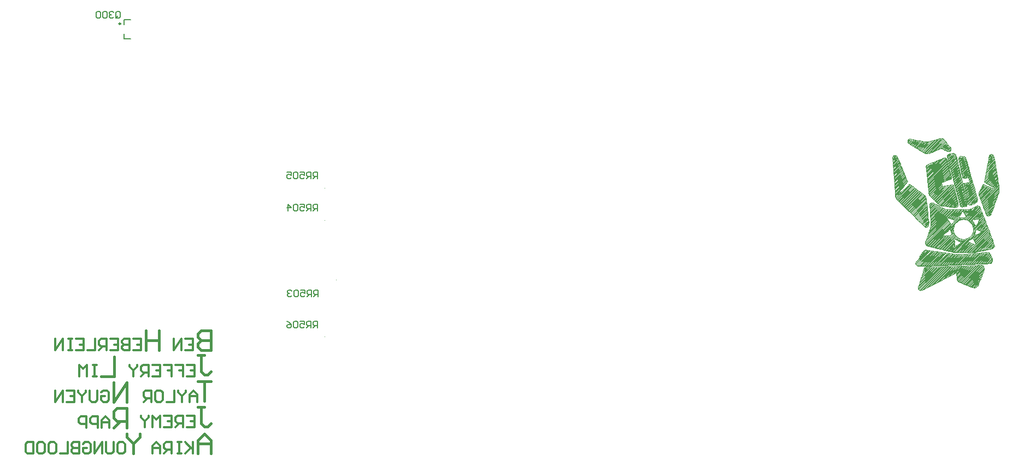
<source format=gbo>
G04 Layer_Color=33789*
%FSLAX25Y25*%
%MOIN*%
G70*
G01*
G75*
%ADD10C,0.00800*%
%ADD89C,0.00984*%
%ADD91C,0.00394*%
%ADD157C,0.00300*%
%ADD158C,0.01400*%
%ADD159C,0.01600*%
D10*
X110433Y260827D02*
Y263872D01*
Y260827D02*
X114370D01*
X110433Y269593D02*
Y272638D01*
X114370D01*
X105602Y274289D02*
Y276954D01*
X106268Y277621D01*
X107601D01*
X108268Y276954D01*
Y274289D01*
X107601Y273622D01*
X106268D01*
X106935Y274955D02*
X105602Y273622D01*
X106268D02*
X105602Y274289D01*
X104269Y276954D02*
X103603Y277621D01*
X102270D01*
X101603Y276954D01*
Y276288D01*
X102270Y275621D01*
X102936D01*
X102270D01*
X101603Y274955D01*
Y274289D01*
X102270Y273622D01*
X103603D01*
X104269Y274289D01*
X100270Y276954D02*
X99604Y277621D01*
X98271D01*
X97605Y276954D01*
Y274289D01*
X98271Y273622D01*
X99604D01*
X100270Y274289D01*
Y276954D01*
X96272D02*
X95605Y277621D01*
X94272D01*
X93606Y276954D01*
Y274289D01*
X94272Y273622D01*
X95605D01*
X96272Y274289D01*
Y276954D01*
X228346Y175591D02*
Y179589D01*
X226347D01*
X225681Y178923D01*
Y177590D01*
X226347Y176924D01*
X228346D01*
X227014D02*
X225681Y175591D01*
X224348D02*
Y179589D01*
X222348D01*
X221682Y178923D01*
Y177590D01*
X222348Y176924D01*
X224348D01*
X223015D02*
X221682Y175591D01*
X217683Y179589D02*
X220349D01*
Y177590D01*
X219016Y178256D01*
X218350D01*
X217683Y177590D01*
Y176257D01*
X218350Y175591D01*
X219683D01*
X220349Y176257D01*
X216350Y178923D02*
X215684Y179589D01*
X214351D01*
X213685Y178923D01*
Y176257D01*
X214351Y175591D01*
X215684D01*
X216350Y176257D01*
Y178923D01*
X209686Y179589D02*
X212352D01*
Y177590D01*
X211019Y178256D01*
X210352D01*
X209686Y177590D01*
Y176257D01*
X210352Y175591D01*
X211685D01*
X212352Y176257D01*
X228445Y155905D02*
Y159904D01*
X226446D01*
X225779Y159238D01*
Y157905D01*
X226446Y157238D01*
X228445D01*
X227112D02*
X225779Y155905D01*
X224446D02*
Y159904D01*
X222447D01*
X221780Y159238D01*
Y157905D01*
X222447Y157238D01*
X224446D01*
X223113D02*
X221780Y155905D01*
X217782Y159904D02*
X220447D01*
Y157905D01*
X219115Y158571D01*
X218448D01*
X217782Y157905D01*
Y156572D01*
X218448Y155905D01*
X219781D01*
X220447Y156572D01*
X216449Y159238D02*
X215782Y159904D01*
X214449D01*
X213783Y159238D01*
Y156572D01*
X214449Y155905D01*
X215782D01*
X216449Y156572D01*
Y159238D01*
X210451Y155905D02*
Y159904D01*
X212450Y157905D01*
X209784D01*
X228779Y103779D02*
Y107778D01*
X226779D01*
X226113Y107111D01*
Y105778D01*
X226779Y105112D01*
X228779D01*
X227446D02*
X226113Y103779D01*
X224780D02*
Y107778D01*
X222781D01*
X222114Y107111D01*
Y105778D01*
X222781Y105112D01*
X224780D01*
X223447D02*
X222114Y103779D01*
X218115Y107778D02*
X220781D01*
Y105778D01*
X219448Y106445D01*
X218782D01*
X218115Y105778D01*
Y104445D01*
X218782Y103779D01*
X220115D01*
X220781Y104445D01*
X216783Y107111D02*
X216116Y107778D01*
X214783D01*
X214117Y107111D01*
Y104445D01*
X214783Y103779D01*
X216116D01*
X216783Y104445D01*
Y107111D01*
X212784D02*
X212118Y107778D01*
X210785D01*
X210118Y107111D01*
Y106445D01*
X210785Y105778D01*
X211451D01*
X210785D01*
X210118Y105112D01*
Y104445D01*
X210785Y103779D01*
X212118D01*
X212784Y104445D01*
X228346Y84646D02*
Y88644D01*
X226347D01*
X225681Y87978D01*
Y86645D01*
X226347Y85979D01*
X228346D01*
X227014D02*
X225681Y84646D01*
X224348D02*
Y88644D01*
X222348D01*
X221682Y87978D01*
Y86645D01*
X222348Y85979D01*
X224348D01*
X223015D02*
X221682Y84646D01*
X217683Y88644D02*
X220349D01*
Y86645D01*
X219016Y87312D01*
X218350D01*
X217683Y86645D01*
Y85312D01*
X218350Y84646D01*
X219683D01*
X220349Y85312D01*
X216350Y87978D02*
X215684Y88644D01*
X214351D01*
X213685Y87978D01*
Y85312D01*
X214351Y84646D01*
X215684D01*
X216350Y85312D01*
Y87978D01*
X209686Y88644D02*
X211019Y87978D01*
X212352Y86645D01*
Y85312D01*
X211685Y84646D01*
X210352D01*
X209686Y85312D01*
Y85979D01*
X210352Y86645D01*
X212352D01*
D89*
X108366Y270177D02*
G03*
X108366Y270177I-492J0D01*
G01*
D91*
X232972Y79134D02*
G03*
X232972Y79134I-197J0D01*
G01*
X239862Y113779D02*
G03*
X239862Y113779I-197J0D01*
G01*
X232972Y150000D02*
G03*
X232972Y150000I-197J0D01*
G01*
Y169685D02*
G03*
X232972Y169685I-197J0D01*
G01*
D157*
X595351Y107643D02*
G03*
X595718Y107381I1020J1041D01*
G01*
X595030Y108019D02*
G03*
X595351Y107643I1764J1183D01*
G01*
X594936Y108198D02*
G03*
X595030Y108019I891J355D01*
G01*
X594861Y108633D02*
G03*
X594936Y108198I1432J22D01*
G01*
X594958Y109354D02*
G03*
X594861Y108633I1935J-627D01*
G01*
X594958Y109354D02*
G03*
X595337Y110533I-39983J13517D01*
G01*
X598496Y120765D02*
G03*
X597937Y119049I24552J-8956D01*
G01*
X598687Y121152D02*
G03*
X598496Y120765I1828J-1141D01*
G01*
X598887Y121366D02*
G03*
X598687Y121152I474J-645D01*
G01*
X599150Y121513D02*
G03*
X598887Y121366I662J-1491D01*
G01*
X599891Y121692D02*
G03*
X599150Y121513I51J-1838D01*
G01*
X600813Y121752D02*
G03*
X599891Y121692I793J-19203D01*
G01*
X633157Y122783D02*
G03*
X631271Y122731I1129J-75771D01*
G01*
X633600Y122772D02*
G03*
X633157Y122783I-369J-5781D01*
G01*
X633875Y122731D02*
G03*
X633600Y122772I-383J-1656D01*
G01*
X634110Y122659D02*
G03*
X633875Y122731I-799J-2166D01*
G01*
X634699Y122380D02*
G03*
X634110Y122659I-1760J-2956D01*
G01*
X634802Y122310D02*
G03*
X634699Y122380I-750J-1002D01*
G01*
X635330Y120863D02*
G03*
X634802Y122310I-1457J288D01*
G01*
X635209Y120428D02*
G03*
X635330Y120863I-1866J753D01*
G01*
X631087Y109962D02*
G03*
X631303Y110441I-3324J1791D01*
G01*
X630975Y109790D02*
G03*
X631087Y109962I-1301J965D01*
G01*
X630843Y109634D02*
G03*
X630975Y109790I-1225J1172D01*
G01*
X630677Y109473D02*
G03*
X630843Y109634I-2004J2243D01*
G01*
X629814Y108915D02*
G03*
X630677Y109473I-807J2193D01*
G01*
X628864Y108960D02*
G03*
X629814Y108915I549J1537D01*
G01*
X628214Y109193D02*
G03*
X628864Y108960I2560J6129D01*
G01*
X620125Y112399D02*
G03*
X619876Y112491I-5314J-14069D01*
G01*
D02*
G03*
X619772Y112524I-292J-740D01*
G01*
X619422Y112760D02*
G03*
X619772Y112524I550J440D01*
G01*
X619205Y113003D02*
G03*
X619422Y112760I2375J1901D01*
G01*
X618844Y113564D02*
G03*
X619205Y113003I2588J1268D01*
G01*
X618653Y114113D02*
G03*
X618844Y113564I2352J512D01*
G01*
X618581Y114527D02*
G03*
X618653Y114113I5486J736D01*
G01*
X618504Y115162D02*
G03*
X618581Y114527I21856J2356D01*
G01*
X618215Y117784D02*
G03*
X618173Y118088I-11553J-1449D01*
G01*
Y118088D02*
G03*
X618148Y118207I-547J-52D01*
G01*
Y118207D02*
G03*
X618009Y118174I-13J-255D01*
G01*
X618009D02*
G03*
X617874Y118118I1003J-2593D01*
G01*
X617874D02*
G03*
X617708Y118040I2115J-4733D01*
G01*
Y118040D02*
G03*
X617523Y117946I3007J-6148D01*
G01*
X596934Y107396D02*
G03*
X598193Y107951I-2622J7662D01*
G01*
X596461Y107287D02*
G03*
X596934Y107396I-376J2713D01*
G01*
X596063Y107284D02*
G03*
X596461Y107287I186J1538D01*
G01*
X595718Y107381D02*
G03*
X596063Y107284I499J1111D01*
G01*
X593978Y122671D02*
G03*
X594443Y122317I1501J1488D01*
G01*
X593577Y123151D02*
G03*
X593978Y122671I2371J1572D01*
G01*
X593459Y123376D02*
G03*
X593577Y123151I1167J470D01*
G01*
X593372Y124062D02*
G03*
X593459Y123376I1543J-152D01*
G01*
X593603Y124641D02*
G03*
X593372Y124062I1170J-802D01*
G01*
X593980Y125259D02*
G03*
X593603Y124641I12399J-7999D01*
G01*
X597404Y130393D02*
G03*
X595650Y127792I131251J-90401D01*
G01*
X597843Y130990D02*
G03*
X597404Y130393I10092J-7874D01*
G01*
X598141Y131325D02*
G03*
X597843Y130990I2306J-2354D01*
G01*
X598414Y131554D02*
G03*
X598141Y131325I1800J-2421D01*
G01*
X599030Y131942D02*
G03*
X598414Y131554I1501J-3062D01*
G01*
X599300Y132042D02*
G03*
X599030Y131942I435J-1594D01*
G01*
X599555Y132083D02*
G03*
X599300Y132042I62J-1209D01*
G01*
X599803Y132067D02*
G03*
X599555Y132083I-195J-1102D01*
G01*
X599803Y132067D02*
G03*
X600170Y132011I2794J17096D01*
G01*
X618256Y129499D02*
G03*
X619350Y129416I1095J7179D01*
G01*
Y129416D02*
G03*
X620079Y129431I47J14961D01*
G01*
X620079Y129431D02*
G03*
X621047Y129487I-1676J37407D01*
G01*
X636249Y130652D02*
G03*
X635031Y130566I2619J-45499D01*
G01*
X636756Y130672D02*
G03*
X636553Y130667I12J-4928D01*
G01*
X638135Y130388D02*
G03*
X636756Y130672I-1367J-3159D01*
G01*
X638462Y130196D02*
G03*
X638135Y130388I-1055J-1419D01*
G01*
X638681Y129970D02*
G03*
X638462Y130196I-772J-529D01*
G01*
X638817Y129686D02*
G03*
X638681Y129970I-2377J-961D01*
G01*
X638917Y129447D02*
G03*
X638817Y129686I-12322J-5030D01*
G01*
X640265Y125226D02*
G03*
X640163Y126235I-1671J341D01*
G01*
X640192Y124996D02*
G03*
X640265Y125226I-1264J526D01*
G01*
X639887Y124497D02*
G03*
X640192Y124996I-1784J1433D01*
G01*
X639470Y124065D02*
G03*
X639887Y124497I-1720J2079D01*
G01*
X639267Y123930D02*
G03*
X639470Y124065I-569J1071D01*
G01*
X638473Y123773D02*
G03*
X639267Y123930I68J1742D01*
G01*
X637209Y123703D02*
G03*
X638473Y123773I-1655J41274D01*
G01*
X595385Y122209D02*
G03*
X596526Y122221I219J32634D01*
G01*
X594745Y122241D02*
G03*
X595385Y122209I630J6116D01*
G01*
X594443Y122317D02*
G03*
X594745Y122241I367J828D01*
G01*
X617618Y130482D02*
G03*
X617436Y130530I-830J-2779D01*
G01*
X600875Y134412D02*
G03*
X601718Y134198I5621J20367D01*
G01*
X600530Y134512D02*
G03*
X600875Y134412I3774J12319D01*
G01*
X600270Y134598D02*
G03*
X600530Y134512I1823J5068D01*
G01*
X600124Y134662D02*
G03*
X600270Y134598I443J820D01*
G01*
X599702Y135133D02*
G03*
X600124Y134662I1493J911D01*
G01*
X599328Y135822D02*
G03*
X599702Y135133I3598J1508D01*
G01*
X599239Y136116D02*
G03*
X599328Y135822I1391J260D01*
G01*
X599336Y136729D02*
G03*
X599239Y136116I1500J-550D01*
G01*
X599547Y137436D02*
G03*
X599336Y136729I18454J-5892D01*
G01*
X602216Y145412D02*
G03*
X602616Y146707I-9416J3612D01*
G01*
Y146707D02*
G03*
X602671Y147231I-3131J594D01*
G01*
D02*
G03*
X602655Y147914I-8316J149D01*
G01*
X601972Y159581D02*
G03*
X601978Y157949I8853J-786D01*
G01*
X602095Y160077D02*
G03*
X601972Y159581I1837J-719D01*
G01*
X602666Y160728D02*
G03*
X602095Y160077I708J-1197D01*
G01*
X602942Y160875D02*
G03*
X602666Y160727I473J-1214D01*
G01*
X603238Y160930D02*
G03*
X602942Y160875I33J-1010D01*
G01*
X603438Y160934D02*
G03*
X603238Y160930I-38J-3162D01*
G01*
X603826Y160899D02*
G03*
X603438Y160934I-353J-1750D01*
G01*
X604002Y160845D02*
G03*
X603826Y160899I-462J-1204D01*
G01*
X604203Y160757D02*
G03*
X604002Y160845I-1047J-2102D01*
G01*
X604456Y160625D02*
G03*
X604203Y160757I-3275J-5964D01*
G01*
X629402Y158306D02*
G03*
X629255Y158243I1342J-3380D01*
G01*
X629463Y158329D02*
G03*
X629402Y158306I702J-1945D01*
G01*
X629509Y158344D02*
G03*
X629463Y158329I229J-768D01*
G01*
X629534Y158349D02*
G03*
X629509Y158344I10J-114D01*
G01*
X629534Y158349D02*
G03*
X629694Y158415I-375J1147D01*
G01*
X630777Y158909D02*
G03*
X630272Y158687I2164J-5599D01*
G01*
X630974Y158975D02*
G03*
X630777Y158909I684J-2389D01*
G01*
X631143Y159012D02*
G03*
X630974Y158975I233J-1434D01*
G01*
X631289Y159024D02*
G03*
X631143Y159012I4J-941D01*
G01*
X632343Y158627D02*
G03*
X631289Y159024I-1077J-1260D01*
G01*
X632586Y158311D02*
G03*
X632343Y158627I-1454J-866D01*
G01*
X632776Y157943D02*
G03*
X632586Y158311I-2050J-824D01*
G01*
X632806Y157818D02*
G03*
X632776Y157943I-400J-30D01*
G01*
X632806Y157818D02*
G03*
X632964Y157321I4214J1069D01*
G01*
X633134Y156849D02*
G03*
X633557Y155724I58229J21289D01*
G01*
X641347Y135091D02*
G03*
X640443Y137537I-45681J-15510D01*
G01*
X641499Y134489D02*
G03*
X641347Y135091I-4018J-693D01*
G01*
X641499Y134108D02*
G03*
X641499Y134489I-1075J190D01*
G01*
X641385Y133802D02*
G03*
X641499Y134108I-1029J560D01*
G01*
X640470Y132970D02*
G03*
X641385Y133802I-670J1656D01*
G01*
X640224Y132924D02*
G03*
X640470Y132970I-14J760D01*
G01*
X640224Y132924D02*
G03*
X640075Y132911I31J-1168D01*
G01*
X640075D02*
G03*
X639981Y132896I375J-2637D01*
G01*
X639981D02*
G03*
X639790Y132854I466J-2637D01*
G01*
X639550Y132798D02*
G03*
X639790Y132854I-1828J8281D01*
G01*
X639106Y132705D02*
G03*
X639550Y132798I-3248J16585D01*
G01*
X627493Y130533D02*
G03*
X628456Y130632I-100J5723D01*
G01*
X626531Y130507D02*
G03*
X627493Y130534I-547J37836D01*
G01*
X617618Y130482D02*
G03*
X617901Y130474I245J3750D01*
G01*
X619228Y135186D02*
G03*
X620504Y135978I-15713J26734D01*
G01*
X620504D02*
G03*
X620793Y136196I-1567J2380D01*
G01*
D02*
G03*
X620925Y136352I-362J440D01*
G01*
X620925Y136352D02*
G03*
X620956Y136488I-250J129D01*
G01*
X620956D02*
G03*
X620817Y136752I-299J12D01*
G01*
X620817Y136752D02*
G03*
X620540Y136945I-1521J-1888D01*
G01*
D02*
G03*
X620035Y137242I-7676J-12512D01*
G01*
X618339Y138194D02*
G03*
X619231Y137690I28782J49919D01*
G01*
X617737Y138552D02*
G03*
X617988Y138399I5934J9444D01*
G01*
X617614Y138637D02*
G03*
X617737Y138552I771J992D01*
G01*
X617614Y138637D02*
G03*
X617485Y138718I-349J-412D01*
G01*
D02*
G03*
X617335Y138767I-278J-592D01*
G01*
D02*
G03*
X617267Y138774I-72J-368D01*
G01*
D02*
G03*
X616972Y138615I-68J-227D01*
G01*
X616972D02*
G03*
X616941Y138270I1218J-281D01*
G01*
D02*
G03*
X616977Y137619I9809J219D01*
G01*
X617072Y136564D02*
G03*
X617204Y135307I46275J4224D01*
G01*
X617204Y135307D02*
G03*
X617262Y134876I15434J1850D01*
G01*
D02*
G03*
X617312Y134591I4397J632D01*
G01*
Y134591D02*
G03*
X617353Y134465I387J57D01*
G01*
X617353Y134465D02*
G03*
X617694Y134379I228J185D01*
G01*
Y134379D02*
G03*
X618021Y134504I-475J1723D01*
G01*
D02*
G03*
X618516Y134767I-3471J7136D01*
G01*
D02*
G03*
X619228Y135186I-16531J28914D01*
G01*
X629894Y135373D02*
G03*
X630024Y135579I-321J347D01*
G01*
D02*
G03*
X630031Y135625I-174J50D01*
G01*
X630031D02*
G03*
X629557Y136818I-9765J-3189D01*
G01*
D02*
G03*
X628771Y138542I-44238J-19122D01*
G01*
D02*
G03*
X628558Y138935I-2642J-1175D01*
G01*
X628558Y138935D02*
G03*
X628448Y139017I-295J-281D01*
G01*
X628448D02*
G03*
X628311Y139067I-246J-462D01*
G01*
Y139067D02*
G03*
X628246Y139074I-68J-324D01*
G01*
X628246D02*
G03*
X627298Y138639I1810J-5200D01*
G01*
D02*
G03*
X625925Y137876I12166J-23487D01*
G01*
X625925D02*
G03*
X625550Y137624I1574J-2747D01*
G01*
X625550Y137624D02*
G03*
X625385Y137265I308J-359D01*
G01*
X625385Y137265D02*
G03*
X625410Y137152I304J9D01*
G01*
X625410D02*
G03*
X625478Y137062I227J100D01*
G01*
X625478Y137062D02*
G03*
X626968Y136377I10708J21317D01*
G01*
X626968Y136377D02*
G03*
X629179Y135430I45024J102120D01*
G01*
D02*
G03*
X629650Y135251I1774J3970D01*
G01*
X629650Y135251D02*
G03*
X629739Y135274I-12J234D01*
G01*
X629739D02*
G03*
X629792Y135301I-211J488D01*
G01*
Y135301D02*
G03*
X629894Y135373I-288J509D01*
G01*
X624106Y138739D02*
G03*
X627368Y140794I-1849J6553D01*
G01*
D02*
G03*
X628756Y144624I-4803J3906D01*
G01*
D02*
G03*
X625268Y150067I-6072J-52D01*
G01*
D02*
G03*
X624215Y150479I-3001J-6117D01*
G01*
Y150479D02*
G03*
X623195Y150642I-1243J-4508D01*
G01*
Y150642D02*
G03*
X622568Y150658I-584J-10489D01*
G01*
D02*
G03*
X621411Y150586I-124J-7344D01*
G01*
D02*
G03*
X620425Y150310I727J-4489D01*
G01*
X620425D02*
G03*
X619868Y150067I3546J-8885D01*
G01*
D02*
G03*
X616381Y144624I2585J-5495D01*
G01*
D02*
G03*
X621406Y138657I6145J75D01*
G01*
Y138657D02*
G03*
X622435Y138579I922J5375D01*
G01*
X622435D02*
G03*
X623631Y138652I14J9657D01*
G01*
Y138652D02*
G03*
X624106Y138739I-489J4010D01*
G01*
X613343Y140879D02*
G03*
X614356Y140942I-1819J37305D01*
G01*
X614356D02*
G03*
X614759Y140977I-1543J20244D01*
G01*
D02*
G03*
X615051Y141010I-696J7409D01*
G01*
X615051Y141010D02*
G03*
X615201Y141039I-94J884D01*
G01*
X615201Y141039D02*
G03*
X615447Y141324I-62J302D01*
G01*
Y141324D02*
G03*
X615413Y141655I-1192J47D01*
G01*
D02*
G03*
X615267Y142200I-6376J-1421D01*
G01*
Y142200D02*
G03*
X615000Y143027I-34533J-10672D01*
G01*
X615000D02*
G03*
X614612Y144147I-26093J-8410D01*
G01*
D02*
G03*
X614497Y144412I-2487J-928D01*
G01*
X614497Y144412D02*
G03*
X614405Y144545I-460J-220D01*
G01*
D02*
G03*
X614316Y144594I-133J-134D01*
G01*
X614316D02*
G03*
X614141Y144620I-214J-853D01*
G01*
Y144620D02*
G03*
X614095Y144619I-16J-405D01*
G01*
Y144619D02*
G03*
X614063Y144613I8J-137D01*
G01*
Y144613D02*
G03*
X612981Y143714I16325J-20746D01*
G01*
X611176Y142156D02*
G03*
X610588Y141633I23296J-26767D01*
G01*
X610588D02*
G03*
X610348Y141383I1423J-1600D01*
G01*
Y141383D02*
G03*
X610281Y141280I575J-453D01*
G01*
D02*
G03*
X610243Y141185I381J-207D01*
G01*
Y141185D02*
G03*
X610231Y141093I351J-92D01*
G01*
X610231D02*
G03*
X610493Y140768I278J-44D01*
G01*
X610493D02*
G03*
X610740Y140747I239J1348D01*
G01*
X610740D02*
G03*
X611093Y140759I13J4782D01*
G01*
X631803Y142125D02*
G03*
X633040Y142804I-7893J15846D01*
G01*
D02*
G03*
X633300Y143005I-751J1241D01*
G01*
Y143005D02*
G03*
X633393Y143168I-215J230D01*
G01*
Y143168D02*
G03*
X633372Y143337I-353J43D01*
G01*
D02*
G03*
X633197Y143532I-304J-97D01*
G01*
Y143532D02*
G03*
X632957Y143645I-981J-1782D01*
G01*
Y143645D02*
G03*
X632547Y143799I-3768J-9408D01*
G01*
X631261Y144257D02*
G03*
X631920Y144017I6306J16270D01*
G01*
X631000Y144363D02*
G03*
X631261Y144257I3798J9014D01*
G01*
X630811Y144448D02*
G03*
X631000Y144363I1624J3351D01*
G01*
X630714Y144504D02*
G03*
X630811Y144448I302J405D01*
G01*
X630714Y144504D02*
G03*
X630350Y144607I-274J-275D01*
G01*
D02*
G03*
X630153Y144456I95J-327D01*
G01*
D02*
G03*
X629914Y143486I7614J-2390D01*
G01*
Y143486D02*
G03*
X629632Y142024I36805J-7866D01*
G01*
D02*
G03*
X629581Y141633I3359J-638D01*
G01*
X629581D02*
G03*
X629611Y141553I186J25D01*
G01*
D02*
G03*
X629645Y141501I553J324D01*
G01*
D02*
G03*
X629737Y141393I727J526D01*
G01*
D02*
G03*
X629869Y141295I334J314D01*
G01*
D02*
G03*
X630087Y141285I123J289D01*
G01*
X630087D02*
G03*
X630495Y141466I-1457J3825D01*
G01*
X631709Y149525D02*
G03*
X632069Y150339I-14606J6934D01*
G01*
X632069Y150339D02*
G03*
X632145Y150564I-1985J801D01*
G01*
X632145D02*
G03*
X632167Y150710I-532J155D01*
G01*
D02*
G03*
X632146Y150809I-237J1D01*
G01*
D02*
G03*
X631889Y151014I-358J-185D01*
G01*
X631889Y151014D02*
G03*
X631509Y150993I-66J-2338D01*
G01*
D02*
G03*
X631162Y150955I1697J-17097D01*
G01*
X629386Y150715D02*
G03*
X630289Y150838I-5683J44799D01*
G01*
X628708Y150638D02*
G03*
X629003Y150669I-1175J12863D01*
G01*
X628527Y150627D02*
G03*
X628708Y150638I-71J2533D01*
G01*
X628527Y150627D02*
G03*
X628185Y150576I-34J-957D01*
G01*
X628185Y150576D02*
G03*
X628084Y150513I111J-292D01*
G01*
Y150513D02*
G03*
X628006Y150302I199J-193D01*
G01*
X628006Y150302D02*
G03*
X628537Y149246I7880J3303D01*
G01*
Y149246D02*
G03*
X629474Y147603I44296J24174D01*
G01*
X629474Y147603D02*
G03*
X629786Y147114I6421J3753D01*
G01*
Y147114D02*
G03*
X629944Y146941I673J455D01*
G01*
X629944D02*
G03*
X630018Y146901I167J222D01*
G01*
Y146901D02*
G03*
X630103Y146885I99J294D01*
G01*
X630103Y146885D02*
G03*
X630207Y146889I30J676D01*
G01*
D02*
G03*
X630417Y146971I-1J314D01*
G01*
D02*
G03*
X630517Y147097I-475J479D01*
G01*
X630517Y147097D02*
G03*
X630643Y147317I-2547J1605D01*
G01*
X630643D02*
G03*
X630819Y147662I-15187J7970D01*
G01*
X615426Y147718D02*
G03*
X616139Y148582I-5150J4980D01*
G01*
X616139D02*
G03*
X616979Y149773I-17024J12891D01*
G01*
X616979D02*
G03*
X617131Y150059I-877J650D01*
G01*
D02*
G03*
X617105Y150180I-348J-10D01*
G01*
D02*
G03*
X617041Y150296I-439J-167D01*
G01*
X617041Y150296D02*
G03*
X617000Y150340I-248J-189D01*
G01*
X617000Y150340D02*
G03*
X615598Y150871I-5029J-11166D01*
G01*
D02*
G03*
X613503Y151549I-18367J-53174D01*
G01*
D02*
G03*
X613002Y151674I-1052J-3149D01*
G01*
D02*
G03*
X612769Y151615I-17J-422D01*
G01*
D02*
G03*
X612647Y151444I160J-243D01*
G01*
Y151444D02*
G03*
X612631Y151319I447J-120D01*
G01*
X612631D02*
G03*
X613442Y149974I8506J4214D01*
G01*
D02*
G03*
X614763Y148074I37323J24531D01*
G01*
X614763D02*
G03*
X615093Y147686I1747J1150D01*
G01*
D02*
G03*
X615248Y147636I268J565D01*
G01*
D02*
G03*
X615356Y147668I12J157D01*
G01*
X615356Y147668D02*
G03*
X615426Y147718I-628J946D01*
G01*
X624063Y152017D02*
G03*
X624133Y152121I-277J261D01*
G01*
X624133D02*
G03*
X624175Y152249I-474J227D01*
G01*
X624175D02*
G03*
X624181Y152311I-338J64D01*
G01*
Y152311D02*
G03*
X623632Y153369I-7095J-3011D01*
G01*
D02*
G03*
X622687Y154950I-35755J-20290D01*
G01*
D02*
G03*
X622396Y155372I-3725J-2260D01*
G01*
Y155372D02*
G03*
X622213Y155475I-252J-231D01*
G01*
Y155475D02*
G03*
X622053Y155484I-106J-485D01*
G01*
Y155484D02*
G03*
X621803Y155332I44J-353D01*
G01*
D02*
G03*
X621613Y155082I2059J-1761D01*
G01*
D02*
G03*
X621327Y154647I11477J-7847D01*
G01*
X620905Y153973D02*
G03*
X620138Y152660I14735J-9491D01*
G01*
X620138D02*
G03*
X620000Y152312I1607J-841D01*
G01*
D02*
G03*
X619998Y152103I335J-108D01*
G01*
D02*
G03*
X620112Y151980I224J94D01*
G01*
Y151980D02*
G03*
X620522Y151933I400J1672D01*
G01*
X620522Y151933D02*
G03*
X620937Y151917I866J16571D01*
G01*
X622094Y151901D02*
G03*
X623443Y151912I313J45251D01*
G01*
X623443D02*
G03*
X623783Y151932I-124J5012D01*
G01*
Y151932D02*
G03*
X623972Y151966I-76J965D01*
G01*
D02*
G03*
X624063Y152017I-56J208D01*
G01*
X599093Y146051D02*
G03*
X599393Y145916I1038J1905D01*
G01*
X599042Y146082D02*
G03*
X599093Y146051I390J582D01*
G01*
X598194Y146895D02*
G03*
X599042Y146082I24843J25075D01*
G01*
X581181Y164195D02*
G03*
X581914Y162901I2434J524D01*
G01*
X581066Y164845D02*
G03*
X581181Y164195I5922J706D01*
G01*
X580986Y165699D02*
G03*
X581066Y164845I15818J1060D01*
G01*
X579274Y188223D02*
G03*
X579311Y187525I18797J642D01*
G01*
X579281Y188570D02*
G03*
X579274Y188223I2672J-228D01*
G01*
X579321Y188769D02*
G03*
X579281Y188570I1091J-323D01*
G01*
X581393Y189782D02*
G03*
X579321Y188769I-627J-1343D01*
G01*
X581971Y189294D02*
G03*
X581393Y189783I-1030J-631D01*
G01*
X582128Y189005D02*
G03*
X581971Y189294I-2462J-1150D01*
G01*
X582300Y188610D02*
G03*
X582128Y189005I-7010J-2822D01*
G01*
X588438Y173723D02*
G03*
X588330Y174037I-2955J-840D01*
G01*
X588443Y173602D02*
G03*
X588438Y173723I-174J53D01*
G01*
X588388Y173551D02*
G03*
X588443Y173602I-93J156D01*
G01*
X588388Y173551D02*
G03*
X586460Y171352I42544J-39228D01*
G01*
X583760Y168141D02*
G03*
X583244Y167483I6174J-5373D01*
G01*
X583244D02*
G03*
X583308Y167253I336J-31D01*
G01*
X583308Y167253D02*
G03*
X583504Y167077I423J274D01*
G01*
D02*
G03*
X583617Y167049I119J239D01*
G01*
X583617D02*
G03*
X584195Y167504I-2242J3447D01*
G01*
X589301Y172106D02*
G03*
X588804Y171661I24448J-27862D01*
G01*
X589506Y172273D02*
G03*
X589301Y172106I1544J-2097D01*
G01*
X589570Y172299D02*
G03*
X589506Y172273I3J-99D01*
G01*
X589664Y172255D02*
G03*
X589570Y172299I-177J-253D01*
G01*
X589744Y172205D02*
G03*
X589664Y172255I-1171J-1775D01*
G01*
X589836Y172142D02*
G03*
X589744Y172205I-2026J-2874D01*
G01*
X589936Y172069D02*
G03*
X589836Y172142I-2529J-3379D01*
G01*
X599622Y164543D02*
G03*
X598855Y165481I-2312J-1109D01*
G01*
X599692Y164320D02*
G03*
X599622Y164543I-965J-179D01*
G01*
X599760Y163747D02*
G03*
X599692Y164320I-19696J-2024D01*
G01*
X601386Y148573D02*
G03*
X601421Y148312I5064J531D01*
G01*
X601465Y147754D02*
G03*
X601421Y148312I-2581J76D01*
G01*
X601415Y147147D02*
G03*
X601465Y147754I-3782J618D01*
G01*
X601359Y146938D02*
G03*
X601415Y147147I-986J374D01*
G01*
X599850Y145841D02*
G03*
X601359Y146938I-96J1718D01*
G01*
X599393Y145916D02*
G03*
X599850Y145841I438J1237D01*
G01*
X636816Y153070D02*
G03*
X637007Y152938I831J1005D01*
G01*
X636626Y153245D02*
G03*
X636816Y153070I1414J1344D01*
G01*
X636550Y153332D02*
G03*
X636626Y153245I947J741D01*
G01*
X636238Y154011D02*
G03*
X636550Y153332I4534J1673D01*
G01*
X635973Y154677D02*
G03*
X636238Y154011I37202J14443D01*
G01*
X632203Y164837D02*
G03*
X631970Y165450I-32888J-12125D01*
G01*
X631826Y166079D02*
G03*
X631927Y165559I1560J33D01*
G01*
X631969Y166941D02*
G03*
X631826Y166079I2035J-782D01*
G01*
X632153Y167363D02*
G03*
X631969Y166941I11018J-5054D01*
G01*
X639528Y169964D02*
G03*
X640637Y169484I5589J11383D01*
G01*
X640637D02*
G03*
X640935Y169408I505J1361D01*
G01*
D02*
G03*
X641117Y169428I56J338D01*
G01*
Y169428D02*
G03*
X641228Y169531I-111J230D01*
G01*
X641228Y169531D02*
G03*
X641220Y169894I-202J177D01*
G01*
D02*
G03*
X640951Y170133I-1082J-947D01*
G01*
D02*
G03*
X640433Y170474I-4762J-6658D01*
G01*
D02*
G03*
X639614Y170965I-23550J-38371D01*
G01*
X635483Y173431D02*
G03*
X636185Y172995I12413J19180D01*
G01*
X635209Y173636D02*
G03*
X635483Y173431I1206J1331D01*
G01*
X635176Y173724D02*
G03*
X635209Y173636I73J-23D01*
G01*
X635176Y173724D02*
G03*
X635294Y174225I-4937J1427D01*
G01*
X638170Y189253D02*
G03*
X637871Y187712I36021J-7792D01*
G01*
X638273Y189618D02*
G03*
X638170Y189253I2990J-1048D01*
G01*
X638383Y189839D02*
G03*
X638273Y189618I845J-556D01*
G01*
X638525Y190011D02*
G03*
X638383Y189839I983J-956D01*
G01*
X641042Y189450D02*
G03*
X638525Y190011I-1422J-451D01*
G01*
X641166Y188974D02*
G03*
X641042Y189450I-4372J-882D01*
G01*
X641241Y188614D02*
G03*
X641166Y188974I-16532J-3250D01*
G01*
X641388Y187787D02*
G03*
X641241Y188614I-22930J-3659D01*
G01*
X643461Y175224D02*
G03*
X643580Y174505I22637J3374D01*
G01*
X644017Y171961D02*
G03*
X643607Y174362I-66967J-10215D01*
G01*
X644372Y169497D02*
G03*
X644221Y170607I-57178J-7203D01*
G01*
X644431Y168889D02*
G03*
X644372Y169497I-6955J-367D01*
G01*
X644404Y168449D02*
G03*
X644431Y168889I-3102J410D01*
G01*
X644311Y168046D02*
G03*
X644404Y168449I-2322J747D01*
G01*
X644234Y167827D02*
G03*
X644311Y168046I-3675J1413D01*
G01*
X639620Y154824D02*
G03*
X639427Y154248I14475J-5164D01*
G01*
D02*
G03*
X639395Y154142I4702J-1463D01*
G01*
X639117Y153615D02*
G03*
X639395Y154142I-1435J1093D01*
G01*
X638671Y153133D02*
G03*
X639117Y153615I-1727J2045D01*
G01*
X638438Y152973D02*
G03*
X638671Y153133I-672J1233D01*
G01*
X637259Y152843D02*
G03*
X638438Y152973I405J1736D01*
G01*
X637007Y152938D02*
G03*
X637259Y152843I510J974D01*
G01*
X608618Y159139D02*
G03*
X608700Y159125I388J2049D01*
G01*
X607914Y159542D02*
G03*
X608618Y159139I1401J1631D01*
G01*
X607369Y159982D02*
G03*
X607914Y159542I7420J8645D01*
G01*
X606691Y160583D02*
G03*
X607369Y159982I16816J18266D01*
G01*
X605877Y161349D02*
G03*
X606691Y160583I32682J33900D01*
G01*
X602097Y164986D02*
G03*
X603451Y163674I42961J42985D01*
G01*
X601778Y165332D02*
G03*
X602097Y164986I4726J4042D01*
G01*
X601613Y165562D02*
G03*
X601778Y165332I1305J760D01*
G01*
X601539Y165746D02*
G03*
X601613Y165562I752J196D01*
G01*
X601470Y166164D02*
G03*
X601539Y165746I4400J514D01*
G01*
X601342Y167312D02*
G03*
X601427Y166504I32988J3075D01*
G01*
X599754Y183044D02*
G03*
X599755Y182359I2913J-340D01*
G01*
X599820Y183295D02*
G03*
X599754Y183044I1087J-419D01*
G01*
X599938Y183519D02*
G03*
X599820Y183295I935J-639D01*
G01*
X600116Y183739D02*
G03*
X599938Y183519I1369J-1285D01*
G01*
X600737Y184178D02*
G03*
X600116Y183739I677J-1615D01*
G01*
X600955Y184267D02*
G03*
X600737Y184178I1330J-3576D01*
G01*
X600955Y184267D02*
G03*
X601891Y184641I-13347J34800D01*
G01*
X601891D02*
G03*
X602941Y185083I-23988J58440D01*
G01*
Y185083D02*
G03*
X603293Y185240I-5856J13608D01*
G01*
X603579Y185366D02*
G03*
X603293Y185240I5211J-12185D01*
G01*
X609703Y187966D02*
G03*
X610056Y188129I-7299J16324D01*
G01*
Y188129D02*
G03*
X610298Y188249I-2681J5688D01*
G01*
X611564Y188308D02*
G03*
X610298Y188249I-569J-1386D01*
G01*
X611961Y188073D02*
G03*
X611564Y188308I-942J-1137D01*
G01*
X612249Y187721D02*
G03*
X611961Y188073I-1174J-669D01*
G01*
X612371Y187484D02*
G03*
X612249Y187721I-2182J-965D01*
G01*
X612557Y186979D02*
G03*
X612371Y187484I-3859J-1136D01*
G01*
X612673Y186573D02*
G03*
X612557Y186979I-12676J-3395D01*
G01*
X613755Y182274D02*
G03*
X613726Y182405I-5432J-1143D01*
G01*
X613755Y182274D02*
G03*
X613817Y182003I9391J1999D01*
G01*
X614511Y179237D02*
G03*
X614467Y179438I-8753J-1844D01*
G01*
X614511Y179237D02*
G03*
X614586Y178922I9982J2186D01*
G01*
X614940Y177557D02*
G03*
X614766Y178224I-35578J-8900D01*
G01*
X615004Y177287D02*
G03*
X614980Y177394I-3397J-702D01*
G01*
X615004Y177287D02*
G03*
X615065Y177025I6563J1412D01*
G01*
X615328Y175990D02*
G03*
X615231Y176395I-5619J-1124D01*
G01*
X615354Y175834D02*
G03*
X615328Y175990I-2739J-384D01*
G01*
X615364Y175723D02*
G03*
X615354Y175834I-891J-21D01*
G01*
X615354Y175672D02*
G03*
X615364Y175723I-72J40D01*
G01*
X614776Y175442D02*
G03*
X615354Y175672I-2790J7853D01*
G01*
X610158Y173729D02*
G03*
X609710Y173552I9078J-23629D01*
G01*
X609710D02*
G03*
X609510Y173463I684J-1804D01*
G01*
D02*
G03*
X609348Y173233I149J-277D01*
G01*
D02*
G03*
X609343Y173013I910J-131D01*
G01*
X609343Y173013D02*
G03*
X609387Y172666I4064J344D01*
G01*
Y172666D02*
G03*
X609480Y172149I20038J3336D01*
G01*
D02*
G03*
X609672Y171298I8080J1372D01*
G01*
D02*
G03*
X609761Y171080I1090J320D01*
G01*
Y171080D02*
G03*
X609864Y170957I341J182D01*
G01*
D02*
G03*
X609993Y170899I206J285D01*
G01*
D02*
G03*
X611889Y171183I-2175J20963D01*
G01*
Y171183D02*
G03*
X614976Y171751I-22933J133296D01*
G01*
D02*
G03*
X615944Y171959I-4080J21316D01*
G01*
X619283Y160230D02*
G03*
X619362Y159954I13064J3578D01*
G01*
X617918Y157985D02*
G03*
X619362Y159954I53J1475D01*
G01*
X617559Y158009D02*
G03*
X617918Y157985I556J5616D01*
G01*
X616831Y158094D02*
G03*
X617324Y158033I2111J14960D01*
G01*
X620622Y158940D02*
G03*
X621210Y158418I1221J782D01*
G01*
X620385Y159460D02*
G03*
X620622Y158940I1743J483D01*
G01*
X612833Y188160D02*
G03*
X612951Y187637I6268J1140D01*
G01*
X612748Y188719D02*
G03*
X612833Y188160I8039J937D01*
G01*
X612727Y188957D02*
G03*
X612748Y188719I4202J247D01*
G01*
X612765Y189677D02*
G03*
X612727Y188957I2609J-500D01*
G01*
X612858Y189947D02*
G03*
X612766Y189677I1119J-534D01*
G01*
X613218Y190389D02*
G03*
X612858Y189947I828J-1042D01*
G01*
X613810Y190693D02*
G03*
X613218Y190389I315J-1341D01*
G01*
X614110Y190758D02*
G03*
X613810Y190693I631J-3667D01*
G01*
X614506Y190819D02*
G03*
X614110Y190758I1366J-10179D01*
G01*
X616347Y191029D02*
G03*
X614506Y190819I1572J-21911D01*
G01*
X616807Y191007D02*
G03*
X616347Y191029I-332J-2068D01*
G01*
X617113Y190891D02*
G03*
X616807Y191007I-457J-747D01*
G01*
X617381Y190677D02*
G03*
X617113Y190891I-1222J-1256D01*
G01*
X617854Y190053D02*
G03*
X617381Y190677I-2138J-1128D01*
G01*
X618050Y189635D02*
G03*
X617854Y190053I-3659J-1463D01*
G01*
X618222Y189143D02*
G03*
X618050Y189635I-5429J-1613D01*
G01*
X618369Y188574D02*
G03*
X618222Y189143I-7971J-1760D01*
G01*
X624547Y161537D02*
G03*
X624624Y161209I13514J3001D01*
G01*
Y161209D02*
G03*
X624778Y160612I26384J6468D01*
G01*
X624878Y159851D02*
G03*
X624778Y160612I-2314J83D01*
G01*
X624454Y158987D02*
G03*
X624878Y159851I-902J978D01*
G01*
X623795Y158588D02*
G03*
X624454Y158987I-242J1142D01*
G01*
X623380Y158500D02*
G03*
X623795Y158588I-931J5460D01*
G01*
X622756Y158397D02*
G03*
X623380Y158500I-4769J30878D01*
G01*
X621895Y158287D02*
G03*
X622756Y158397I-743J9231D01*
G01*
X621635Y158291D02*
G03*
X621895Y158287I152J1662D01*
G01*
X621210Y158418D02*
G03*
X621635Y158291I575J1148D01*
G01*
X625226Y160343D02*
G03*
X625829Y159531I1344J370D01*
G01*
X625081Y160846D02*
G03*
X625226Y160343I5146J1207D01*
G01*
X624933Y161537D02*
G03*
X625081Y160846I15703J3009D01*
G01*
X622654Y172708D02*
G03*
X622707Y172409I8658J1381D01*
G01*
X622646Y172809D02*
G03*
X622654Y172708I311J-26D01*
G01*
X622979Y172844D02*
G03*
X622646Y172809I183J-3385D01*
G01*
X624329Y172942D02*
G03*
X625339Y173021I-2458J37688D01*
G01*
Y173021D02*
G03*
X625731Y173061I-1762J19069D01*
G01*
D02*
G03*
X626007Y173098I-708J6417D01*
G01*
X626007Y173098D02*
G03*
X626137Y173127I-65J587D01*
G01*
X626137Y173127D02*
G03*
X626229Y173205I-171J295D01*
G01*
X626229Y173205D02*
G03*
X626322Y173374I-328J291D01*
G01*
X626322Y173374D02*
G03*
X626157Y174251I-4674J-422D01*
G01*
D02*
G03*
X625807Y175548I-21799J-5188D01*
G01*
X625807D02*
G03*
X625676Y175908I-2520J-713D01*
G01*
X625676Y175908D02*
G03*
X625419Y176122I-343J-149D01*
G01*
D02*
G03*
X625144Y176158I-301J-1236D01*
G01*
X625144D02*
G03*
X624696Y176156I-200J-5954D01*
G01*
Y176156D02*
G03*
X624020Y176124I1152J-31349D01*
G01*
X622334Y176051D02*
G03*
X622522Y176055I-73J7544D01*
G01*
X622034Y176067D02*
G03*
X622334Y176051I221J1307D01*
G01*
X621968Y176105D02*
G03*
X622035Y176067I97J94D01*
G01*
X621931Y176176D02*
G03*
X621968Y176105I175J45D01*
G01*
X621905Y176293D02*
G03*
X621931Y176176I1133J190D01*
G01*
X619980Y185687D02*
G03*
X619811Y186521I-38869J-7414D01*
G01*
X619811Y186521D02*
G03*
X619750Y186786I-9105J-1964D01*
G01*
D02*
G03*
X619695Y186989I-4483J-1105D01*
G01*
X619695Y186989D02*
G03*
X619639Y187162I-3424J-1018D01*
G01*
X619575Y187425D02*
G03*
X619639Y187162I1714J276D01*
G01*
X619531Y187894D02*
G03*
X619575Y187425I2907J38D01*
G01*
X620307Y189169D02*
G03*
X619531Y187894I592J-1234D01*
G01*
X620903Y189307D02*
G03*
X620307Y189169I-55J-1115D01*
G01*
X621278Y189299D02*
G03*
X620903Y189307I-359J-7477D01*
G01*
X622800Y189203D02*
G03*
X621851Y189270I-1574J-15690D01*
G01*
X623038Y189158D02*
G03*
X622800Y189203I-411J-1515D01*
G01*
X623373Y188981D02*
G03*
X623038Y189158I-649J-823D01*
G01*
X623796Y188514D02*
G03*
X623373Y188981I-1125J-594D01*
G01*
X623981Y188098D02*
G03*
X623796Y188514I-2939J-1053D01*
G01*
X624188Y187467D02*
G03*
X623981Y188098I-10183J-3000D01*
G01*
X624451Y186549D02*
G03*
X624188Y187467I-41893J-11485D01*
G01*
X626950Y177645D02*
G03*
X626991Y177512I7079J2101D01*
G01*
X627073Y177241D02*
G03*
X626991Y177512I-11585J-3363D01*
G01*
X627218Y176724D02*
G03*
X627073Y177241I-25213J-6824D01*
G01*
X627713Y174953D02*
G03*
X627782Y174730I9084J2650D01*
G01*
X627856Y174478D02*
G03*
X627782Y174730I-7142J-1963D01*
G01*
X628009Y173905D02*
G03*
X628159Y173349I21835J5586D01*
G01*
X628198Y173214D02*
G03*
X628227Y173124I2191J652D01*
G01*
X628349Y172716D02*
G03*
X628227Y173124I-12758J-3593D01*
G01*
X631136Y162655D02*
G03*
X630977Y163408I-4200J-493D01*
G01*
X631148Y162341D02*
G03*
X631136Y162655I-2296J65D01*
G01*
X631117Y162069D02*
G03*
X631149Y162341I-1488J313D01*
G01*
X631040Y161840D02*
G03*
X631117Y162069I-955J446D01*
G01*
X630668Y161361D02*
G03*
X631040Y161840I-706J931D01*
G01*
X630248Y161078D02*
G03*
X630668Y161361I-2014J3447D01*
G01*
X629532Y160673D02*
G03*
X630248Y161078I-9219J17123D01*
G01*
X628418Y160076D02*
G03*
X627721Y159690I10543J-19869D01*
G01*
Y159690D02*
G03*
X627553Y159590I4395J-7601D01*
G01*
D02*
G03*
X627444Y159520I1164J-1936D01*
G01*
X627219Y159412D02*
G03*
X627444Y159520I-228J758D01*
G01*
X627076Y159377D02*
G03*
X627219Y159412I-220J1218D01*
G01*
X626903Y159353D02*
G03*
X627076Y159377I-202J2098D01*
G01*
X626694Y159338D02*
G03*
X626903Y159353I-174J3952D01*
G01*
X626273Y159340D02*
G03*
X626694Y159338I222J2588D01*
G01*
X626129Y159372D02*
G03*
X626273Y159340I228J685D01*
G01*
X625991Y159434D02*
G03*
X626129Y159372I423J763D01*
G01*
X625829Y159531D02*
G03*
X625991Y159434I1414J2161D01*
G01*
X598727Y191156D02*
G03*
X599331Y190900I1774J3347D01*
G01*
X598618Y191220D02*
G03*
X598727Y191156I795J1216D01*
G01*
X598618Y191220D02*
G03*
X598202Y191485I-13861J-21365D01*
G01*
X588999Y197249D02*
G03*
X589793Y196709I4491J5755D01*
G01*
X588782Y197461D02*
G03*
X588999Y197249I1230J1035D01*
G01*
X588553Y197928D02*
G03*
X588782Y197461I1163J283D01*
G01*
X589323Y199664D02*
G03*
X588553Y197928I670J-1336D01*
G01*
X590089Y199816D02*
G03*
X589323Y199664I-96J-1526D01*
G01*
X590424Y199785D02*
G03*
X590089Y199816I-467J-3260D01*
G01*
X590828Y199715D02*
G03*
X590424Y199785I-1342J-6527D01*
G01*
X599766Y198024D02*
G03*
X599626Y198054I-1425J-6429D01*
G01*
X599766Y198024D02*
G03*
X600193Y198012I247J1100D01*
G01*
Y198012D02*
G03*
X600374Y198044I-347J2421D01*
G01*
X600374D02*
G03*
X600591Y198097I-1048J4758D01*
G01*
X609238Y200187D02*
G03*
X607681Y199957I119J-6191D01*
G01*
X609656Y200163D02*
G03*
X609238Y200187I-390J-3056D01*
G01*
X609982Y200085D02*
G03*
X609656Y200163I-504J-1397D01*
G01*
X610403Y199807D02*
G03*
X609982Y200085I-856J-836D01*
G01*
X610697Y199498D02*
G03*
X610403Y199807I-3585J-3113D01*
G01*
X611110Y199008D02*
G03*
X610697Y199498I-13774J-11208D01*
G01*
X614712Y194544D02*
G03*
X614270Y195107I-26458J-20290D01*
G01*
X614965Y194197D02*
G03*
X614712Y194544I-6204J-4254D01*
G01*
X615075Y194007D02*
G03*
X614965Y194197I-1088J-505D01*
G01*
X613682Y191994D02*
G03*
X615075Y194007I25J1471D01*
G01*
X613334Y192029D02*
G03*
X613682Y191994I350J1733D01*
G01*
X613001Y192140D02*
G03*
X613334Y192029I685J1494D01*
G01*
X612812Y192232D02*
G03*
X613001Y192140I1535J2909D01*
G01*
X612812Y192232D02*
G03*
X612160Y192554I-7756J-14919D01*
G01*
Y192554D02*
G03*
X612031Y192612I-2780J-5978D01*
G01*
X610305Y193367D02*
G03*
X609457Y193725I-13881J-31681D01*
G01*
Y193725D02*
G03*
X609124Y193857I-6636J-16324D01*
G01*
Y193857D02*
G03*
X608885Y193943I-2153J-5574D01*
G01*
X608885D02*
G03*
X608766Y193974I-200J-521D01*
G01*
D02*
G03*
X608348Y193869I51J-1087D01*
G01*
X608348D02*
G03*
X607729Y193631I8599J-23347D01*
G01*
X600725Y190844D02*
G03*
X601404Y191092I-4349J12944D01*
G01*
X600391Y190761D02*
G03*
X600725Y190844I-262J1774D01*
G01*
X600162Y190756D02*
G03*
X600391Y190761I81J1549D01*
G01*
X599845Y190787D02*
G03*
X600162Y190756I403J2511D01*
G01*
X599331Y190900D02*
G03*
X599845Y190787I1044J3505D01*
G01*
X588848Y199090D02*
G03*
X588614Y198580I742J-650D01*
G01*
X588614Y198580D02*
G03*
X588633Y198494I88J-25D01*
G01*
D02*
G03*
X588722Y198539I11J89D01*
G01*
X590074Y199742D02*
G03*
X589780Y199597I77J-528D01*
G01*
X590194Y199736D02*
G03*
X590074Y199742I-74J-256D01*
G01*
X590243Y199680D02*
G03*
X590194Y199736I-62J-4D01*
G01*
X590183Y199576D02*
G03*
X590243Y199680I-101J128D01*
G01*
X588760Y198153D02*
G03*
X588646Y197890I245J-262D01*
G01*
X588646Y197890D02*
G03*
X588679Y197797I152J1D01*
G01*
X588679Y197797D02*
G03*
X588871Y197839I78J101D01*
G01*
X590826Y199645D02*
G03*
X590547Y199515I35J-441D01*
G01*
X590932Y199626D02*
G03*
X590826Y199645I-87J-179D01*
G01*
X590971Y199559D02*
G03*
X590932Y199626I-68J6D01*
G01*
X590906Y199450D02*
G03*
X590971Y199559I-122J146D01*
G01*
X589049Y197593D02*
G03*
X588975Y197370I120J-163D01*
G01*
Y197370D02*
G03*
X589149Y197313I118J66D01*
G01*
D02*
G03*
X589274Y197394I-105J299D01*
G01*
X591542Y199512D02*
G03*
X591263Y199383I33J-437D01*
G01*
X591647Y199493D02*
G03*
X591542Y199512I-88J-176D01*
G01*
X591685Y199425D02*
G03*
X591647Y199493I-68J6D01*
G01*
X591620Y199316D02*
G03*
X591685Y199425I-123J147D01*
G01*
X589522Y197218D02*
G03*
X589460Y197007I94J-143D01*
G01*
D02*
G03*
X589536Y196957I99J70D01*
G01*
D02*
G03*
X589651Y196967I41J205D01*
G01*
D02*
G03*
X589780Y197051I-122J326D01*
G01*
X592256Y199378D02*
G03*
X591977Y199249I33J-437D01*
G01*
X592362Y199358D02*
G03*
X592256Y199378I-88J-176D01*
G01*
X592399Y199291D02*
G03*
X592362Y199358I-68J6D01*
G01*
X592335Y199182D02*
G03*
X592399Y199291I-123J147D01*
G01*
X590038Y196885D02*
G03*
X589977Y196675I91J-140D01*
G01*
X589977Y196675D02*
G03*
X590054Y196627I99J72D01*
G01*
X590054D02*
G03*
X590170Y196637I39J210D01*
G01*
X590170D02*
G03*
X590299Y196722I-124J329D01*
G01*
X592970Y199244D02*
G03*
X592692Y199115I33J-436D01*
G01*
X593076Y199224D02*
G03*
X592970Y199244I-88J-175D01*
G01*
X593113Y199156D02*
G03*
X593076Y199224I-68J7D01*
G01*
X593048Y199047D02*
G03*
X593113Y199156I-123J147D01*
G01*
X590560Y196559D02*
G03*
X590499Y196349I91J-140D01*
G01*
X590499Y196349D02*
G03*
X590577Y196301I99J72D01*
G01*
X590577D02*
G03*
X590693Y196311I39J210D01*
G01*
D02*
G03*
X590822Y196396I-124J329D01*
G01*
X593683Y199108D02*
G03*
X593405Y198979I33J-436D01*
G01*
X593789Y199088D02*
G03*
X593683Y199108I-88J-175D01*
G01*
X593826Y199021D02*
G03*
X593789Y199088I-68J7D01*
G01*
X593761Y198912D02*
G03*
X593826Y199021I-123J147D01*
G01*
X591083Y196233D02*
G03*
X591022Y196023I91J-140D01*
G01*
X591022Y196023D02*
G03*
X591099Y195975I99J72D01*
G01*
X591099D02*
G03*
X591215Y195985I39J210D01*
G01*
D02*
G03*
X591344Y196070I-124J329D01*
G01*
X594396Y198973D02*
G03*
X594118Y198844I33J-436D01*
G01*
X594502Y198953D02*
G03*
X594396Y198973I-88J-175D01*
G01*
X594540Y198885D02*
G03*
X594502Y198953I-68J7D01*
G01*
X594475Y198777D02*
G03*
X594540Y198885I-123J147D01*
G01*
X591605Y195907D02*
G03*
X591545Y195697I91J-140D01*
G01*
D02*
G03*
X591622Y195649I99J73D01*
G01*
D02*
G03*
X591738Y195659I39J211D01*
G01*
D02*
G03*
X591867Y195744I-124J329D01*
G01*
X595110Y198838D02*
G03*
X594832Y198709I33J-436D01*
G01*
X595215Y198818D02*
G03*
X595110Y198838I-88J-175D01*
G01*
X595253Y198750D02*
G03*
X595215Y198818I-68J7D01*
G01*
X595188Y198641D02*
G03*
X595253Y198750I-123J147D01*
G01*
X592128Y195582D02*
G03*
X592068Y195372I91J-140D01*
G01*
X592068Y195372D02*
G03*
X592145Y195324I99J73D01*
G01*
D02*
G03*
X592261Y195334I39J211D01*
G01*
X592261Y195334D02*
G03*
X592390Y195419I-124J329D01*
G01*
X595823Y198703D02*
G03*
X595545Y198574I33J-436D01*
G01*
X595929Y198683D02*
G03*
X595823Y198703I-88J-175D01*
G01*
X595966Y198615D02*
G03*
X595929Y198683I-68J7D01*
G01*
X595901Y198506D02*
G03*
X595966Y198615I-123J147D01*
G01*
X592652Y195256D02*
G03*
X592591Y195046I91J-140D01*
G01*
D02*
G03*
X592668Y194998I99J73D01*
G01*
D02*
G03*
X592784Y195009I39J211D01*
G01*
Y195009D02*
G03*
X592913Y195094I-124J329D01*
G01*
X596536Y198568D02*
G03*
X596258Y198439I33J-436D01*
G01*
X596642Y198548D02*
G03*
X596536Y198568I-88J-175D01*
G01*
X596680Y198480D02*
G03*
X596642Y198548I-68J7D01*
G01*
X596615Y198371D02*
G03*
X596680Y198480I-123J147D01*
G01*
X593175Y194931D02*
G03*
X593114Y194721I91J-140D01*
G01*
D02*
G03*
X593191Y194673I99J73D01*
G01*
D02*
G03*
X593307Y194683I39J211D01*
G01*
Y194683D02*
G03*
X593436Y194768I-124J329D01*
G01*
X597250Y198433D02*
G03*
X596972Y198303I33J-436D01*
G01*
X597356Y198413D02*
G03*
X597250Y198433I-88J-175D01*
G01*
X597393Y198345D02*
G03*
X597356Y198413I-68J7D01*
G01*
X597328Y198236D02*
G03*
X597393Y198345I-123J147D01*
G01*
X593698Y194606D02*
G03*
X593637Y194395I91J-140D01*
G01*
X593637D02*
G03*
X593715Y194347I99J73D01*
G01*
X593715D02*
G03*
X593830Y194358I39J211D01*
G01*
Y194358D02*
G03*
X593959Y194443I-124J329D01*
G01*
X597963Y198297D02*
G03*
X597685Y198168I33J-436D01*
G01*
X598069Y198277D02*
G03*
X597963Y198297I-88J-175D01*
G01*
X598106Y198210D02*
G03*
X598069Y198277I-68J7D01*
G01*
X598042Y198101D02*
G03*
X598106Y198210I-123J147D01*
G01*
X594221Y194280D02*
G03*
X594161Y194070I91J-140D01*
G01*
X594161D02*
G03*
X594238Y194022I99J73D01*
G01*
Y194022D02*
G03*
X594354Y194033I39J212D01*
G01*
Y194033D02*
G03*
X594483Y194118I-124J330D01*
G01*
X598677Y198162D02*
G03*
X598398Y198033I33J-436D01*
G01*
X598782Y198142D02*
G03*
X598677Y198162I-88J-175D01*
G01*
X598820Y198074D02*
G03*
X598782Y198142I-68J7D01*
G01*
X598755Y197966D02*
G03*
X598820Y198074I-123J147D01*
G01*
X594745Y193956D02*
G03*
X594685Y193746I91J-140D01*
G01*
X594685D02*
G03*
X594762Y193698I99J73D01*
G01*
X594762Y193698D02*
G03*
X594878Y193708I39J212D01*
G01*
X594878D02*
G03*
X595007Y193793I-124J330D01*
G01*
X599390Y198027D02*
G03*
X599112Y197898I33J-436D01*
G01*
X599496Y198007D02*
G03*
X599390Y198027I-88J-175D01*
G01*
X599533Y197939D02*
G03*
X599496Y198007I-68J7D01*
G01*
X599468Y197830D02*
G03*
X599533Y197939I-123J147D01*
G01*
X595269Y193631D02*
G03*
X595208Y193421I91J-140D01*
G01*
D02*
G03*
X595286Y193373I99J73D01*
G01*
D02*
G03*
X595402Y193384I39J212D01*
G01*
X595402D02*
G03*
X595531Y193469I-124J330D01*
G01*
X600319Y197982D02*
G03*
X599844Y197782I45J-770D01*
G01*
X600392Y197949D02*
G03*
X600319Y197982I-61J-38D01*
G01*
X600342Y197855D02*
G03*
X600392Y197949I-62J93D01*
G01*
X595793Y193306D02*
G03*
X595732Y193096I91J-140D01*
G01*
X595732D02*
G03*
X595810Y193049I99J73D01*
G01*
Y193049D02*
G03*
X595926Y193059I39J212D01*
G01*
Y193059D02*
G03*
X596055Y193144I-125J330D01*
G01*
X601439Y198253D02*
G03*
X600913Y198003I194J-1084D01*
G01*
X601530Y198240D02*
G03*
X601439Y198253I-60J-87D01*
G01*
X601488Y198153D02*
G03*
X601530Y198240I-38J72D01*
G01*
X596317Y192982D02*
G03*
X596256Y192772I91J-140D01*
G01*
X596256D02*
G03*
X596334Y192724I99J73D01*
G01*
Y192724D02*
G03*
X596450Y192735I39J212D01*
G01*
Y192735D02*
G03*
X596579Y192820I-125J330D01*
G01*
X602589Y198555D02*
G03*
X602064Y198304I194J-1084D01*
G01*
X602681Y198541D02*
G03*
X602589Y198555I-60J-87D01*
G01*
X602639Y198455D02*
G03*
X602681Y198541I-38J72D01*
G01*
X596841Y192657D02*
G03*
X596780Y192448I91J-140D01*
G01*
X596780D02*
G03*
X596858Y192400I99J73D01*
G01*
Y192400D02*
G03*
X596974Y192410I39J212D01*
G01*
Y192410D02*
G03*
X597103Y192495I-125J330D01*
G01*
X603739Y198856D02*
G03*
X603214Y198606I194J-1084D01*
G01*
X603831Y198843D02*
G03*
X603739Y198856I-60J-87D01*
G01*
X603789Y198757D02*
G03*
X603831Y198843I-38J72D01*
G01*
X597365Y192332D02*
G03*
X597304Y192122I91J-140D01*
G01*
X597304D02*
G03*
X597381Y192074I99J72D01*
G01*
D02*
G03*
X597497Y192085I39J210D01*
G01*
Y192085D02*
G03*
X597626Y192169I-124J329D01*
G01*
X604889Y199158D02*
G03*
X604364Y198908I195J-1084D01*
G01*
X604981Y199145D02*
G03*
X604889Y199158I-60J-87D01*
G01*
X604939Y199059D02*
G03*
X604981Y199145I-38J72D01*
G01*
X597887Y192006D02*
G03*
X597826Y191796I91J-140D01*
G01*
Y191796D02*
G03*
X597903Y191748I99J72D01*
G01*
D02*
G03*
X598019Y191758I39J210D01*
G01*
D02*
G03*
X598148Y191843I-124J329D01*
G01*
X606040Y199460D02*
G03*
X605514Y199209I195J-1084D01*
G01*
X606132Y199447D02*
G03*
X606040Y199460I-60J-87D01*
G01*
X606090Y199360D02*
G03*
X606132Y199447I-38J72D01*
G01*
X598409Y191680D02*
G03*
X598349Y191470I91J-140D01*
G01*
X598349D02*
G03*
X598426Y191422I99J72D01*
G01*
X598426D02*
G03*
X598541Y191432I39J210D01*
G01*
Y191432D02*
G03*
X598670Y191517I-124J329D01*
G01*
X607190Y199762D02*
G03*
X606665Y199511I195J-1084D01*
G01*
X607282Y199748D02*
G03*
X607190Y199762I-60J-87D01*
G01*
X607240Y199662D02*
G03*
X607282Y199748I-38J72D01*
G01*
X598940Y191362D02*
G03*
X598888Y191161I74J-126D01*
G01*
D02*
G03*
X598973Y191121I97J94D01*
G01*
Y191121D02*
G03*
X599095Y191138I27J254D01*
G01*
D02*
G03*
X599227Y191225I-139J352D01*
G01*
X608295Y200018D02*
G03*
X607800Y199798I97J-886D01*
G01*
X608375Y199993D02*
G03*
X608295Y200018I-61J-54D01*
G01*
X608328Y199902D02*
G03*
X608375Y199993I-52J84D01*
G01*
X599532Y191105D02*
G03*
X599605Y190904I37J-101D01*
G01*
Y190904D02*
G03*
X599742Y190936I-17J380D01*
G01*
Y190936D02*
G03*
X599880Y191030I-177J409D01*
G01*
X609114Y200114D02*
G03*
X608811Y199960I104J-581D01*
G01*
X609240Y200115D02*
G03*
X609114Y200114I-61J-309D01*
G01*
X609295Y200064D02*
G03*
X609240Y200115I-60J-11D01*
G01*
X609238Y199963D02*
G03*
X609295Y200064I-90J118D01*
G01*
X600257Y190983D02*
G03*
X600267Y190842I10J-70D01*
G01*
Y190842D02*
G03*
X600403Y190853I38J397D01*
G01*
X600403D02*
G03*
X600718Y191019I-146J660D01*
G01*
X609883Y200035D02*
G03*
X609621Y199922I-2J-356D01*
G01*
X609975Y200001D02*
G03*
X609883Y200035I-95J-118D01*
G01*
X609932Y199809D02*
G03*
X609975Y200001I-59J114D01*
G01*
X601367Y191244D02*
G03*
X601459Y191186I30J-55D01*
G01*
D02*
G03*
X601665Y191267I-505J1601D01*
G01*
Y191267D02*
G03*
X601888Y191385I-903J1977D01*
G01*
D02*
G03*
X602062Y191515I-490J838D01*
G01*
X610403Y199706D02*
G03*
X610176Y199629I-56J-206D01*
G01*
X610466Y199538D02*
G03*
X610403Y199706I-119J51D01*
G01*
X610386Y199414D02*
G03*
X610466Y199538I-211J224D01*
G01*
X602765Y191793D02*
G03*
X602863Y191741I34J-54D01*
G01*
D02*
G03*
X603073Y191826I-573J1725D01*
G01*
D02*
G03*
X603300Y191948I-977J2092D01*
G01*
D02*
G03*
X603476Y192080I-508J862D01*
G01*
X610806Y199260D02*
G03*
X610583Y199187I-60J-192D01*
G01*
X610862Y199086D02*
G03*
X610806Y199260I-125J56D01*
G01*
X610781Y198961D02*
G03*
X610862Y199086I-219J231D01*
G01*
X604187Y192366D02*
G03*
X604284Y192314I34J-54D01*
G01*
D02*
G03*
X604494Y192399I-573J1725D01*
G01*
X604494D02*
G03*
X604722Y192521I-977J2092D01*
G01*
X604722Y192521D02*
G03*
X604897Y192653I-508J862D01*
G01*
X611191Y198797D02*
G03*
X610971Y198726I-63J-182D01*
G01*
X611243Y198618D02*
G03*
X611191Y198797I-129J59D01*
G01*
X611161Y198492D02*
G03*
X611243Y198618I-225J236D01*
G01*
X605605Y192937D02*
G03*
X605702Y192884I33J-55D01*
G01*
D02*
G03*
X605911Y192967I-560J1702D01*
G01*
D02*
G03*
X606138Y193089I-963J2071D01*
G01*
X606138Y193089D02*
G03*
X606313Y193220I-505J858D01*
G01*
X611570Y198328D02*
G03*
X611351Y198258I-63J-182D01*
G01*
X611626Y198258D02*
G03*
X611570Y198328I-111J-33D01*
G01*
X611622Y198149D02*
G03*
X611626Y198258I-168J61D01*
G01*
X611540Y198023D02*
G03*
X611622Y198149I-225J236D01*
G01*
X607021Y193504D02*
G03*
X607118Y193451I33J-55D01*
G01*
D02*
G03*
X607327Y193535I-560J1702D01*
G01*
X607327D02*
G03*
X607554Y193656I-963J2071D01*
G01*
Y193656D02*
G03*
X607729Y193788I-505J858D01*
G01*
X611949Y197858D02*
G03*
X611730Y197788I-63J-182D01*
G01*
X612006Y197789D02*
G03*
X611949Y197858I-111J-32D01*
G01*
X612002Y197680D02*
G03*
X612006Y197789I-168J61D01*
G01*
X611919Y197554D02*
G03*
X612002Y197680I-225J236D01*
G01*
X608422Y194056D02*
G03*
X608461Y193946I7J-60D01*
G01*
X608461D02*
G03*
X608623Y193982I-70J699D01*
G01*
Y193982D02*
G03*
X608967Y194177I-274J886D01*
G01*
X612328Y197389D02*
G03*
X612109Y197319I-63J-182D01*
G01*
X612385Y197319D02*
G03*
X612328Y197389I-111J-32D01*
G01*
X612381Y197210D02*
G03*
X612385Y197319I-168J61D01*
G01*
X612299Y197084D02*
G03*
X612381Y197210I-225J236D01*
G01*
X609290Y194075D02*
G03*
X609244Y193880I64J-118D01*
G01*
X609244Y193880D02*
G03*
X609334Y193845I95J109D01*
G01*
D02*
G03*
X609460Y193866I17J285D01*
G01*
D02*
G03*
X609594Y193955I-149J367D01*
G01*
X612708Y196920D02*
G03*
X612488Y196850I-63J-182D01*
G01*
X612760Y196741D02*
G03*
X612708Y196920I-129J59D01*
G01*
X612678Y196615D02*
G03*
X612760Y196741I-225J236D01*
G01*
X609893Y193830D02*
G03*
X609845Y193633I66J-120D01*
G01*
X609845D02*
G03*
X609934Y193596I96J105D01*
G01*
Y193596D02*
G03*
X610059Y193616I20J275D01*
G01*
X610059Y193616D02*
G03*
X610192Y193705I-146J362D01*
G01*
X613088Y196451D02*
G03*
X612868Y196381I-63J-182D01*
G01*
X613140Y196273D02*
G03*
X613088Y196451I-129J59D01*
G01*
X613058Y196146D02*
G03*
X613140Y196273I-225J236D01*
G01*
X610491Y193580D02*
G03*
X610442Y193382I69J-122D01*
G01*
X610442D02*
G03*
X610530Y193343I96J101D01*
G01*
Y193343D02*
G03*
X610654Y193362I23J268D01*
G01*
X610654Y193362D02*
G03*
X610786Y193451I-143J359D01*
G01*
X613467Y195982D02*
G03*
X613248Y195912I-63J-182D01*
G01*
X613520Y195804D02*
G03*
X613467Y195982I-129J59D01*
G01*
X613438Y195677D02*
G03*
X613520Y195804I-225J236D01*
G01*
X611082Y193322D02*
G03*
X611033Y193123I69J-122D01*
G01*
D02*
G03*
X611120Y193085I96J101D01*
G01*
Y193085D02*
G03*
X611244Y193104I23J268D01*
G01*
D02*
G03*
X611377Y193192I-143J359D01*
G01*
X613847Y195513D02*
G03*
X613627Y195443I-63J-182D01*
G01*
X613899Y195335D02*
G03*
X613847Y195513I-129J59D01*
G01*
X613817Y195209D02*
G03*
X613899Y195335I-225J236D01*
G01*
X611672Y193063D02*
G03*
X611623Y192865I69J-122D01*
G01*
X611623D02*
G03*
X611710Y192827I96J101D01*
G01*
D02*
G03*
X611835Y192846I23J268D01*
G01*
D02*
G03*
X611967Y192934I-143J359D01*
G01*
X614227Y195045D02*
G03*
X614007Y194974I-63J-182D01*
G01*
X614279Y194866D02*
G03*
X614227Y195045I-129J59D01*
G01*
X614197Y194740D02*
G03*
X614279Y194866I-225J236D01*
G01*
X612261Y192804D02*
G03*
X612209Y192602I75J-127D01*
G01*
X612209Y192602D02*
G03*
X612293Y192561I97J92D01*
G01*
D02*
G03*
X612415Y192578I28J251D01*
G01*
Y192578D02*
G03*
X612546Y192665I-138J350D01*
G01*
X614601Y194570D02*
G03*
X614384Y194503I-65J-174D01*
G01*
X614655Y194499D02*
G03*
X614601Y194570I-113J-29D01*
G01*
X614649Y194388D02*
G03*
X614655Y194499I-176J65D01*
G01*
X614567Y194261D02*
G03*
X614649Y194388I-230J240D01*
G01*
X612832Y192526D02*
G03*
X612780Y192325I74J-127D01*
G01*
D02*
G03*
X612864Y192284I97J93D01*
G01*
D02*
G03*
X612986Y192301I28J252D01*
G01*
X612986Y192301D02*
G03*
X613118Y192388I-138J351D01*
G01*
X614949Y194069D02*
G03*
X614744Y194014I-73J-135D01*
G01*
X614992Y193987D02*
G03*
X614949Y194069I-129J-15D01*
G01*
X614977Y193867D02*
G03*
X614992Y193987I-222J88D01*
G01*
X614891Y193737D02*
G03*
X614977Y193867I-257J264D01*
G01*
X613422Y192268D02*
G03*
X613401Y192097I32J-91D01*
G01*
X613401D02*
G03*
X613511Y192082I84J201D01*
G01*
X613511Y192082D02*
G03*
X613654Y192120I-40J440D01*
G01*
Y192120D02*
G03*
X613795Y192216I-193J433D01*
G01*
X615100Y193373D02*
G03*
X614961Y193383I-70J-0D01*
G01*
X615089Y193236D02*
G03*
X615100Y193373I-390J101D01*
G01*
X614923Y192920D02*
G03*
X615089Y193236I-497J463D01*
G01*
X580723Y189841D02*
G03*
X580274Y189667I-14J-631D01*
G01*
X580786Y189798D02*
G03*
X580723Y189841I-60J-21D01*
G01*
X580731Y189700D02*
G03*
X580786Y189798I-78J107D01*
G01*
X579498Y188467D02*
G03*
X579349Y188168I405J-389D01*
G01*
X579349D02*
G03*
X579352Y188046I285J-55D01*
G01*
D02*
G03*
X579405Y187994I61J9D01*
G01*
Y187994D02*
G03*
X579508Y188052I-20J154D01*
G01*
X581330Y189725D02*
G03*
X581077Y189621I-20J-311D01*
G01*
X581414Y189683D02*
G03*
X581330Y189725I-97J-91D01*
G01*
X581434Y189598D02*
G03*
X581414Y189683I-93J24D01*
G01*
X581361Y189481D02*
G03*
X581434Y189598I-163J182D01*
G01*
X579535Y187655D02*
G03*
X579392Y187363I373J-364D01*
G01*
X579392Y187363D02*
G03*
X579400Y187245I253J-42D01*
G01*
D02*
G03*
X579458Y187197I61J15D01*
G01*
D02*
G03*
X579562Y187258I-25J164D01*
G01*
X581820Y189366D02*
G03*
X581605Y189301I-67J-166D01*
G01*
X581872Y189293D02*
G03*
X581820Y189366I-116J-27D01*
G01*
X581865Y189181D02*
G03*
X581872Y189293I-184J68D01*
G01*
X581781Y189053D02*
G03*
X581865Y189181I-234J245D01*
G01*
X579577Y186849D02*
G03*
X579439Y186562I348J-344D01*
G01*
X579439D02*
G03*
X579452Y186449I230J-32D01*
G01*
D02*
G03*
X579513Y186405I61J20D01*
G01*
D02*
G03*
X579619Y186467I-30J172D01*
G01*
X582128Y188826D02*
G03*
X581930Y188777I-76J-119D01*
G01*
X582167Y188740D02*
G03*
X582128Y188826I-138J-9D01*
G01*
X582149Y188616D02*
G03*
X582167Y188740I-246J100D01*
G01*
X582060Y188484D02*
G03*
X582149Y188616I-269J275D01*
G01*
X579650Y186073D02*
G03*
X579508Y185782I367J-359D01*
G01*
D02*
G03*
X579517Y185665I248J-39D01*
G01*
D02*
G03*
X579576Y185618I61J16D01*
G01*
D02*
G03*
X579681Y185679I-26J166D01*
G01*
X582382Y188232D02*
G03*
X582186Y188185I-77J-113D01*
G01*
X582419Y188143D02*
G03*
X582382Y188232I-142J-7D01*
G01*
X582399Y188018D02*
G03*
X582419Y188143I-257J105D01*
G01*
X582310Y187885D02*
G03*
X582399Y188018I-274J279D01*
G01*
X579711Y185286D02*
G03*
X579569Y184994I367J-359D01*
G01*
Y184994D02*
G03*
X579578Y184878I248J-39D01*
G01*
D02*
G03*
X579637Y184831I61J16D01*
G01*
X579637D02*
G03*
X579742Y184892I-26J166D01*
G01*
X582631Y187632D02*
G03*
X582435Y187585I-77J-113D01*
G01*
X582668Y187543D02*
G03*
X582631Y187632I-142J-7D01*
G01*
X582648Y187418D02*
G03*
X582668Y187543I-257J105D01*
G01*
X582559Y187285D02*
G03*
X582648Y187418I-274J279D01*
G01*
X579772Y184498D02*
G03*
X579630Y184207I368J-359D01*
G01*
X579630D02*
G03*
X579639Y184090I248J-40D01*
G01*
X579639Y184090D02*
G03*
X579698Y184044I61J16D01*
G01*
Y184044D02*
G03*
X579803Y184105I-26J166D01*
G01*
X582880Y187032D02*
G03*
X582683Y186985I-77J-113D01*
G01*
X582917Y186943D02*
G03*
X582880Y187032I-142J-7D01*
G01*
X582897Y186818D02*
G03*
X582917Y186943I-257J105D01*
G01*
X582808Y186685D02*
G03*
X582897Y186818I-274J279D01*
G01*
X579833Y183711D02*
G03*
X579691Y183419I368J-359D01*
G01*
X579691D02*
G03*
X579700Y183303I248J-40D01*
G01*
D02*
G03*
X579759Y183256I61J16D01*
G01*
X579759D02*
G03*
X579864Y183317I-26J166D01*
G01*
X583128Y186432D02*
G03*
X582932Y186385I-77J-113D01*
G01*
X583165Y186344D02*
G03*
X583128Y186432I-142J-7D01*
G01*
X583145Y186218D02*
G03*
X583165Y186344I-257J105D01*
G01*
X583056Y186085D02*
G03*
X583145Y186218I-274J279D01*
G01*
X579894Y182923D02*
G03*
X579752Y182632I368J-359D01*
G01*
X579752Y182632D02*
G03*
X579761Y182515I248J-40D01*
G01*
D02*
G03*
X579820Y182468I61J16D01*
G01*
D02*
G03*
X579925Y182529I-26J166D01*
G01*
X583377Y185833D02*
G03*
X583181Y185785I-77J-113D01*
G01*
X583414Y185744D02*
G03*
X583377Y185833I-142J-7D01*
G01*
X583394Y185619D02*
G03*
X583414Y185744I-256J105D01*
G01*
X583305Y185486D02*
G03*
X583394Y185619I-274J279D01*
G01*
X579955Y182135D02*
G03*
X579813Y181844I368J-359D01*
G01*
X579813Y181844D02*
G03*
X579822Y181728I248J-40D01*
G01*
D02*
G03*
X579881Y181681I61J16D01*
G01*
D02*
G03*
X579986Y181742I-26J166D01*
G01*
X583627Y185233D02*
G03*
X583430Y185186I-77J-113D01*
G01*
X583663Y185145D02*
G03*
X583627Y185233I-142J-7D01*
G01*
X583643Y185019D02*
G03*
X583663Y185145I-256J105D01*
G01*
X583555Y184886D02*
G03*
X583643Y185019I-274J279D01*
G01*
X580016Y181348D02*
G03*
X579874Y181056I368J-359D01*
G01*
X579874D02*
G03*
X579883Y180940I248J-40D01*
G01*
Y180940D02*
G03*
X579942Y180893I61J16D01*
G01*
D02*
G03*
X580047Y180954I-26J166D01*
G01*
X583876Y184634D02*
G03*
X583679Y184587I-77J-113D01*
G01*
X583913Y184545D02*
G03*
X583876Y184634I-142J-7D01*
G01*
X583892Y184420D02*
G03*
X583913Y184545I-256J105D01*
G01*
X583804Y184287D02*
G03*
X583892Y184420I-274J279D01*
G01*
X580077Y180560D02*
G03*
X579935Y180269I368J-360D01*
G01*
D02*
G03*
X579944Y180152I248J-40D01*
G01*
Y180152D02*
G03*
X580002Y180105I61J16D01*
G01*
Y180105D02*
G03*
X580107Y180166I-26J166D01*
G01*
X584125Y184034D02*
G03*
X583928Y183987I-77J-113D01*
G01*
X584162Y183946D02*
G03*
X584125Y184034I-142J-7D01*
G01*
X584141Y183820D02*
G03*
X584162Y183946I-257J105D01*
G01*
X584053Y183687D02*
G03*
X584141Y183820I-274J279D01*
G01*
X580137Y179772D02*
G03*
X579995Y179481I368J-360D01*
G01*
D02*
G03*
X580005Y179364I248J-40D01*
G01*
X580005Y179364D02*
G03*
X580063Y179318I61J16D01*
G01*
D02*
G03*
X580168Y179378I-26J166D01*
G01*
X584373Y183434D02*
G03*
X584177Y183387I-77J-113D01*
G01*
X584410Y183346D02*
G03*
X584373Y183434I-142J-7D01*
G01*
X584390Y183220D02*
G03*
X584410Y183346I-257J105D01*
G01*
X584301Y183087D02*
G03*
X584390Y183221I-274J279D01*
G01*
X580198Y178985D02*
G03*
X580056Y178693I368J-360D01*
G01*
Y178693D02*
G03*
X580065Y178577I248J-40D01*
G01*
D02*
G03*
X580124Y178530I61J16D01*
G01*
Y178530D02*
G03*
X580229Y178591I-26J166D01*
G01*
X584622Y182835D02*
G03*
X584425Y182787I-77J-113D01*
G01*
X584659Y182746D02*
G03*
X584622Y182835I-142J-7D01*
G01*
X584639Y182621D02*
G03*
X584659Y182746I-257J105D01*
G01*
X584550Y182487D02*
G03*
X584639Y182621I-274J279D01*
G01*
X580259Y178197D02*
G03*
X580117Y177905I368J-360D01*
G01*
X580117D02*
G03*
X580126Y177789I248J-40D01*
G01*
Y177789D02*
G03*
X580184Y177742I61J16D01*
G01*
Y177742D02*
G03*
X580289Y177803I-26J166D01*
G01*
X584870Y182234D02*
G03*
X584674Y182187I-77J-113D01*
G01*
X584907Y182146D02*
G03*
X584870Y182234I-142J-7D01*
G01*
X584887Y182020D02*
G03*
X584907Y182146I-257J106D01*
G01*
X584798Y181887D02*
G03*
X584887Y182020I-274J280D01*
G01*
X580320Y177409D02*
G03*
X580178Y177118I368J-360D01*
G01*
D02*
G03*
X580187Y177001I248J-40D01*
G01*
Y177001D02*
G03*
X580245Y176954I61J16D01*
G01*
Y176954D02*
G03*
X580350Y177015I-26J166D01*
G01*
X585118Y181634D02*
G03*
X584922Y181587I-77J-113D01*
G01*
X585155Y181545D02*
G03*
X585118Y181634I-142J-7D01*
G01*
X585135Y181420D02*
G03*
X585155Y181545I-257J106D01*
G01*
X585046Y181287D02*
G03*
X585135Y181420I-274J280D01*
G01*
X580380Y176621D02*
G03*
X580238Y176330I368J-360D01*
G01*
D02*
G03*
X580247Y176213I248J-40D01*
G01*
D02*
G03*
X580306Y176166I61J16D01*
G01*
Y176166D02*
G03*
X580411Y176227I-26J166D01*
G01*
X585367Y181034D02*
G03*
X585170Y180987I-77J-113D01*
G01*
X585403Y180945D02*
G03*
X585367Y181034I-142J-7D01*
G01*
X585383Y180819D02*
G03*
X585403Y180945I-257J106D01*
G01*
X585294Y180686D02*
G03*
X585383Y180819I-274J280D01*
G01*
X580441Y175833D02*
G03*
X580299Y175542I368J-360D01*
G01*
Y175542D02*
G03*
X580308Y175425I248J-40D01*
G01*
D02*
G03*
X580367Y175379I61J16D01*
G01*
Y175379D02*
G03*
X580472Y175440I-26J166D01*
G01*
X585615Y180433D02*
G03*
X585419Y180386I-77J-113D01*
G01*
X585652Y180345D02*
G03*
X585615Y180433I-142J-7D01*
G01*
X585632Y180219D02*
G03*
X585652Y180345I-257J105D01*
G01*
X585543Y180086D02*
G03*
X585632Y180219I-274J279D01*
G01*
X580502Y175046D02*
G03*
X580360Y174754I368J-359D01*
G01*
D02*
G03*
X580369Y174638I248J-40D01*
G01*
X580369D02*
G03*
X580427Y174591I61J16D01*
G01*
X580427D02*
G03*
X580532Y174652I-26J166D01*
G01*
X585863Y179833D02*
G03*
X585667Y179786I-77J-113D01*
G01*
X585900Y179745D02*
G03*
X585863Y179833I-142J-7D01*
G01*
X585880Y179619D02*
G03*
X585900Y179745I-257J105D01*
G01*
X585791Y179486D02*
G03*
X585880Y179619I-274J279D01*
G01*
X580563Y174258D02*
G03*
X580421Y173967I368J-359D01*
G01*
Y173967D02*
G03*
X580430Y173850I248J-40D01*
G01*
Y173850D02*
G03*
X580488Y173803I61J16D01*
G01*
D02*
G03*
X580593Y173864I-26J166D01*
G01*
X586112Y179234D02*
G03*
X585916Y179186I-77J-113D01*
G01*
X586149Y179145D02*
G03*
X586112Y179234I-142J-7D01*
G01*
X586129Y179019D02*
G03*
X586149Y179145I-257J105D01*
G01*
X586040Y178886D02*
G03*
X586129Y179019I-274J279D01*
G01*
X580624Y173470D02*
G03*
X580482Y173179I368J-359D01*
G01*
X580482D02*
G03*
X580491Y173062I248J-40D01*
G01*
X580491D02*
G03*
X580549Y173016I61J16D01*
G01*
X580549Y173016D02*
G03*
X580654Y173076I-26J166D01*
G01*
X586361Y178634D02*
G03*
X586164Y178586I-77J-113D01*
G01*
X586397Y178545D02*
G03*
X586361Y178634I-142J-7D01*
G01*
X586377Y178419D02*
G03*
X586397Y178545I-257J105D01*
G01*
X586288Y178286D02*
G03*
X586377Y178419I-274J279D01*
G01*
X580685Y172683D02*
G03*
X580543Y172391I368J-359D01*
G01*
Y172391D02*
G03*
X580552Y172275I248J-40D01*
G01*
Y172275D02*
G03*
X580610Y172228I61J16D01*
G01*
X580610D02*
G03*
X580715Y172289I-26J166D01*
G01*
X586609Y178034D02*
G03*
X586413Y177987I-77J-113D01*
G01*
X586646Y177945D02*
G03*
X586609Y178034I-142J-7D01*
G01*
X586626Y177820D02*
G03*
X586646Y177945I-257J105D01*
G01*
X586537Y177687D02*
G03*
X586626Y177820I-274J279D01*
G01*
X580746Y171895D02*
G03*
X580604Y171604I368J-359D01*
G01*
D02*
G03*
X580613Y171487I248J-40D01*
G01*
D02*
G03*
X580671Y171440I61J16D01*
G01*
D02*
G03*
X580776Y171501I-26J166D01*
G01*
X586858Y177434D02*
G03*
X586661Y177387I-77J-113D01*
G01*
X586895Y177345D02*
G03*
X586858Y177434I-142J-7D01*
G01*
X586875Y177220D02*
G03*
X586895Y177345I-256J105D01*
G01*
X586786Y177087D02*
G03*
X586875Y177220I-274J279D01*
G01*
X580806Y171107D02*
G03*
X580664Y170816I368J-360D01*
G01*
X580664D02*
G03*
X580673Y170699I248J-40D01*
G01*
Y170699D02*
G03*
X580732Y170652I61J16D01*
G01*
Y170652D02*
G03*
X580837Y170713I-26J166D01*
G01*
X587107Y176834D02*
G03*
X586910Y176787I-77J-113D01*
G01*
X587144Y176746D02*
G03*
X587107Y176834I-142J-7D01*
G01*
X587124Y176621D02*
G03*
X587144Y176746I-256J105D01*
G01*
X587035Y176488D02*
G03*
X587124Y176621I-274J279D01*
G01*
X580867Y170319D02*
G03*
X580725Y170028I368J-360D01*
G01*
X580725D02*
G03*
X580734Y169911I248J-40D01*
G01*
X580734Y169911D02*
G03*
X580792Y169864I61J16D01*
G01*
X580792Y169864D02*
G03*
X580897Y169925I-26J166D01*
G01*
X587356Y176235D02*
G03*
X587160Y176188I-77J-113D01*
G01*
X587393Y176146D02*
G03*
X587356Y176235I-142J-7D01*
G01*
X587373Y176021D02*
G03*
X587393Y176146I-256J105D01*
G01*
X587284Y175888D02*
G03*
X587373Y176021I-274J279D01*
G01*
X580927Y169531D02*
G03*
X580785Y169240I368J-360D01*
G01*
X580785D02*
G03*
X580794Y169123I248J-40D01*
G01*
Y169123D02*
G03*
X580853Y169076I61J16D01*
G01*
Y169076D02*
G03*
X580958Y169137I-26J166D01*
G01*
X587605Y175635D02*
G03*
X587409Y175589I-77J-112D01*
G01*
X587642Y175546D02*
G03*
X587605Y175635I-143J-7D01*
G01*
X587621Y175421D02*
G03*
X587642Y175546I-258J106D01*
G01*
X587532Y175288D02*
G03*
X587621Y175421I-275J280D01*
G01*
X580988Y168743D02*
G03*
X580846Y168452I368J-360D01*
G01*
X580846D02*
G03*
X580855Y168335I248J-40D01*
G01*
Y168335D02*
G03*
X580913Y168288I61J16D01*
G01*
X580913Y168288D02*
G03*
X581018Y168349I-26J166D01*
G01*
X587852Y175034D02*
G03*
X587656Y174987I-77J-112D01*
G01*
X587889Y174945D02*
G03*
X587852Y175034I-143J-7D01*
G01*
X587868Y174820D02*
G03*
X587889Y174945I-258J106D01*
G01*
X587779Y174686D02*
G03*
X587868Y174820I-275J280D01*
G01*
X581047Y167954D02*
G03*
X580905Y167663I369J-360D01*
G01*
D02*
G03*
X580914Y167546I249J-40D01*
G01*
D02*
G03*
X580972Y167499I61J15D01*
G01*
D02*
G03*
X581077Y167560I-26J166D01*
G01*
X588098Y174431D02*
G03*
X587903Y174386I-77J-109D01*
G01*
X588134Y174341D02*
G03*
X588098Y174431I-145J-5D01*
G01*
X588112Y174215D02*
G03*
X588134Y174341I-264J109D01*
G01*
X588023Y174082D02*
G03*
X588113Y174215I-277J282D01*
G01*
X581107Y167165D02*
G03*
X580965Y166874I369J-360D01*
G01*
D02*
G03*
X580973Y166757I249J-40D01*
G01*
D02*
G03*
X581032Y166710I61J15D01*
G01*
D02*
G03*
X581137Y166771I-26J166D01*
G01*
X588353Y173712D02*
G03*
X588142Y173776I-107J27D01*
G01*
X588324Y173578D02*
G03*
X588353Y173712I-320J139D01*
G01*
X588231Y173441D02*
G03*
X588324Y173578I-303J305D01*
G01*
X581166Y166376D02*
G03*
X581024Y166084I369J-360D01*
G01*
D02*
G03*
X581033Y165968I249J-40D01*
G01*
D02*
G03*
X581091Y165921I61J15D01*
G01*
D02*
G03*
X581196Y165981I-26J166D01*
G01*
X581228Y165589D02*
G03*
X581088Y165300I357J-351D01*
G01*
D02*
G03*
X581099Y165185I238J-35D01*
G01*
X581099D02*
G03*
X581159Y165140I61J18D01*
G01*
D02*
G03*
X581264Y165201I-28J169D01*
G01*
X583347Y167135D02*
G03*
X583113Y167050I-47J-235D01*
G01*
X583416Y167078D02*
G03*
X583347Y167135I-102J-53D01*
G01*
X583423Y166980D02*
G03*
X583416Y167078I-128J41D01*
G01*
X583345Y166858D02*
G03*
X583423Y166980I-196J211D01*
G01*
X581311Y164824D02*
G03*
X581181Y164544I313J-316D01*
G01*
X581181D02*
G03*
X581200Y164438I200J-20D01*
G01*
D02*
G03*
X581266Y164399I61J29D01*
G01*
Y164399D02*
G03*
X581375Y164463I-37J186D01*
G01*
X600133Y183645D02*
G03*
X599868Y183106I921J-787D01*
G01*
X599868Y183106D02*
G03*
X599876Y183008I115J-39D01*
G01*
X599876D02*
G03*
X599960Y183048I18J71D01*
G01*
X601465Y184404D02*
G03*
X601062Y184151I635J-1456D01*
G01*
X601675Y184489D02*
G03*
X601465Y184404I570J-1719D01*
G01*
X601800Y184509D02*
G03*
X601675Y184489I-23J-259D01*
G01*
X601772Y184436D02*
G03*
X601800Y184509I-7J44D01*
G01*
X599969Y182633D02*
G03*
X599828Y182343I362J-355D01*
G01*
X599828Y182343D02*
G03*
X599838Y182227I243J-38D01*
G01*
X599838Y182227D02*
G03*
X599897Y182181I61J17D01*
G01*
D02*
G03*
X600002Y182242I-27J168D01*
G01*
X602919Y185010D02*
G03*
X602504Y184744I732J-1601D01*
G01*
X603140Y185105D02*
G03*
X602919Y185010I741J-2025D01*
G01*
X603274Y185134D02*
G03*
X603140Y185105I0J-328D01*
G01*
X603249Y185065D02*
G03*
X603274Y185134I-2J39D01*
G01*
X600042Y181858D02*
G03*
X599903Y181570I352J-347D01*
G01*
D02*
G03*
X599915Y181456I233J-33D01*
G01*
X599915D02*
G03*
X599976Y181411I61J19D01*
G01*
D02*
G03*
X600082Y181473I-29J171D01*
G01*
X604405Y185647D02*
G03*
X603993Y185385I705J-1560D01*
G01*
X604622Y185739D02*
G03*
X604405Y185647I692J-1938D01*
G01*
X604754Y185765D02*
G03*
X604622Y185739I-7J-308D01*
G01*
X604729Y185696D02*
G03*
X604754Y185765I-3J40D01*
G01*
X600121Y181088D02*
G03*
X599983Y180800I352J-347D01*
G01*
D02*
G03*
X599994Y180686I233J-33D01*
G01*
X599994D02*
G03*
X600055Y180642I61J19D01*
G01*
X600055D02*
G03*
X600161Y180704I-29J171D01*
G01*
X605872Y186266D02*
G03*
X605462Y186004I699J-1551D01*
G01*
X606089Y186357D02*
G03*
X605872Y186266I681J-1919D01*
G01*
X606220Y186383D02*
G03*
X606089Y186357I-8J-303D01*
G01*
X606195Y186313D02*
G03*
X606220Y186383I-3J41D01*
G01*
X600201Y180319D02*
G03*
X600062Y180031I352J-347D01*
G01*
X600062D02*
G03*
X600073Y179917I233J-33D01*
G01*
D02*
G03*
X600134Y179873I61J19D01*
G01*
X600134D02*
G03*
X600240Y179935I-29J171D01*
G01*
X607340Y186885D02*
G03*
X606929Y186624I701J-1555D01*
G01*
X607558Y186977D02*
G03*
X607340Y186885I685J-1926D01*
G01*
X607689Y187003D02*
G03*
X607558Y186977I-8J-305D01*
G01*
X607663Y186934D02*
G03*
X607689Y187003I-3J41D01*
G01*
X600280Y179550D02*
G03*
X600141Y179262I352J-347D01*
G01*
X600141D02*
G03*
X600153Y179148I233J-33D01*
G01*
D02*
G03*
X600213Y179103I61J19D01*
G01*
X600213D02*
G03*
X600319Y179165I-29J171D01*
G01*
X608818Y187515D02*
G03*
X608405Y187251I721J-1585D01*
G01*
X609038Y187609D02*
G03*
X608818Y187515I722J-1991D01*
G01*
X609171Y187636D02*
G03*
X609038Y187609I-3J-320D01*
G01*
X609146Y187568D02*
G03*
X609171Y187636I-2J40D01*
G01*
X600359Y178780D02*
G03*
X600220Y178492I352J-347D01*
G01*
D02*
G03*
X600232Y178378I233J-33D01*
G01*
D02*
G03*
X600293Y178334I61J19D01*
G01*
X600293D02*
G03*
X600398Y178396I-29J171D01*
G01*
X610317Y188165D02*
G03*
X609927Y187925I540J-1311D01*
G01*
X610516Y188239D02*
G03*
X610317Y188165I415J-1430D01*
G01*
X610632Y188249D02*
G03*
X610516Y188239I-40J-198D01*
G01*
X610600Y188173D02*
G03*
X610632Y188249I-14J51D01*
G01*
X600438Y178011D02*
G03*
X600299Y177723I352J-347D01*
G01*
X600299D02*
G03*
X600311Y177609I234J-33D01*
G01*
Y177609D02*
G03*
X600372Y177565I61J19D01*
G01*
D02*
G03*
X600478Y177627I-29J171D01*
G01*
X611315Y188315D02*
G03*
X611049Y188197I7J-378D01*
G01*
X611412Y188286D02*
G03*
X611315Y188315I-93J-132D01*
G01*
X611373Y188098D02*
G03*
X611412Y188286I-52J109D01*
G01*
X600519Y177243D02*
G03*
X600381Y176956I349J-345D01*
G01*
X600381D02*
G03*
X600393Y176842I231J-33D01*
G01*
D02*
G03*
X600454Y176798I61J20D01*
G01*
Y176798D02*
G03*
X600560Y176860I-29J172D01*
G01*
X611882Y188033D02*
G03*
X611650Y187950I-50J-226D01*
G01*
X611953Y187873D02*
G03*
X611882Y188033I-114J45D01*
G01*
X611875Y187751D02*
G03*
X611953Y187873I-200J215D01*
G01*
X600601Y176477D02*
G03*
X600463Y176189I349J-345D01*
G01*
Y176189D02*
G03*
X600475Y176076I231J-33D01*
G01*
X600475D02*
G03*
X600536Y176032I61J20D01*
G01*
D02*
G03*
X600642Y176094I-29J172D01*
G01*
X612252Y187554D02*
G03*
X612050Y187502I-74J-128D01*
G01*
X612293Y187470D02*
G03*
X612252Y187554I-132J-13D01*
G01*
X612277Y187349D02*
G03*
X612293Y187470I-232J93D01*
G01*
X612190Y187217D02*
G03*
X612277Y187349I-262J268D01*
G01*
X600683Y175711D02*
G03*
X600545Y175423I349J-345D01*
G01*
D02*
G03*
X600557Y175310I231J-33D01*
G01*
X600557D02*
G03*
X600618Y175266I61J20D01*
G01*
Y175266D02*
G03*
X600725Y175328I-29J172D01*
G01*
X612521Y186850D02*
G03*
X612304Y186907I-111J20D01*
G01*
X612495Y186718D02*
G03*
X612521Y186850I-300J128D01*
G01*
X612404Y186583D02*
G03*
X612495Y186718I-294J297D01*
G01*
X600766Y174945D02*
G03*
X600627Y174657I349J-345D01*
G01*
D02*
G03*
X600639Y174544I231J-33D01*
G01*
D02*
G03*
X600701Y174499I61J20D01*
G01*
D02*
G03*
X600807Y174562I-29J172D01*
G01*
X612700Y186180D02*
G03*
X612491Y186246I-106J28D01*
G01*
X612671Y186046D02*
G03*
X612700Y186180I-324J141D01*
G01*
X612578Y185909D02*
G03*
X612671Y186046I-305J306D01*
G01*
X600848Y174178D02*
G03*
X600710Y173891I349J-345D01*
G01*
D02*
G03*
X600722Y173777I231J-33D01*
G01*
Y173777D02*
G03*
X600783Y173733I61J20D01*
G01*
D02*
G03*
X600889Y173795I-29J172D01*
G01*
X612875Y185506D02*
G03*
X612665Y185572I-106J28D01*
G01*
X612845Y185371D02*
G03*
X612875Y185506I-324J141D01*
G01*
X612753Y185235D02*
G03*
X612845Y185371I-305J306D01*
G01*
X600930Y173412D02*
G03*
X600792Y173125I349J-345D01*
G01*
X600792D02*
G03*
X600804Y173011I231J-33D01*
G01*
D02*
G03*
X600865Y172967I61J20D01*
G01*
D02*
G03*
X600971Y173029I-29J172D01*
G01*
X613048Y184831D02*
G03*
X612840Y184897I-105J29D01*
G01*
X613018Y184696D02*
G03*
X613048Y184831I-327J143D01*
G01*
X612925Y184559D02*
G03*
X613018Y184696I-306J307D01*
G01*
X601012Y172646D02*
G03*
X600874Y172358I349J-345D01*
G01*
D02*
G03*
X600886Y172245I231J-33D01*
G01*
X600886Y172245D02*
G03*
X600948Y172201I61J20D01*
G01*
D02*
G03*
X601054Y172263I-29J172D01*
G01*
X613220Y184154D02*
G03*
X613011Y184220I-105J29D01*
G01*
X613190Y184019D02*
G03*
X613220Y184154I-327J143D01*
G01*
X613097Y183882D02*
G03*
X613190Y184019I-306J307D01*
G01*
X601095Y171880D02*
G03*
X600956Y171592I349J-345D01*
G01*
D02*
G03*
X600969Y171479I231J-33D01*
G01*
D02*
G03*
X601030Y171434I61J20D01*
G01*
Y171434D02*
G03*
X601136Y171496I-29J172D01*
G01*
X613391Y183476D02*
G03*
X613183Y183543I-105J30D01*
G01*
X613361Y183341D02*
G03*
X613391Y183476I-328J143D01*
G01*
X613268Y183204D02*
G03*
X613361Y183341I-307J308D01*
G01*
X601177Y171113D02*
G03*
X601038Y170825I350J-346D01*
G01*
X601038Y170825D02*
G03*
X601050Y170711I232J-33D01*
G01*
Y170711D02*
G03*
X601111Y170667I61J19D01*
G01*
D02*
G03*
X601217Y170729I-29J172D01*
G01*
X613558Y182795D02*
G03*
X613351Y182863I-104J31D01*
G01*
X613528Y182660D02*
G03*
X613558Y182795I-332J145D01*
G01*
X613435Y182522D02*
G03*
X613528Y182660I-308J309D01*
G01*
X601258Y170345D02*
G03*
X601119Y170057I350J-346D01*
G01*
D02*
G03*
X601131Y169944I232J-33D01*
G01*
X601131Y169944D02*
G03*
X601192Y169900I61J19D01*
G01*
Y169900D02*
G03*
X601298Y169962I-29J172D01*
G01*
X613725Y182113D02*
G03*
X613518Y182182I-104J31D01*
G01*
X613694Y181978D02*
G03*
X613725Y182113I-332J146D01*
G01*
X613601Y181840D02*
G03*
X613694Y181978I-308J310D01*
G01*
X601339Y169578D02*
G03*
X601200Y169290I350J-346D01*
G01*
X601200D02*
G03*
X601212Y169176I232J-33D01*
G01*
Y169176D02*
G03*
X601273Y169132I61J19D01*
G01*
Y169132D02*
G03*
X601379Y169194I-29J172D01*
G01*
X613891Y181431D02*
G03*
X613684Y181499I-104J31D01*
G01*
X613861Y181295D02*
G03*
X613891Y181431I-332J145D01*
G01*
X613767Y181158D02*
G03*
X613861Y181295I-308J309D01*
G01*
X601420Y168810D02*
G03*
X601281Y168523I350J-346D01*
G01*
D02*
G03*
X601293Y168409I232J-33D01*
G01*
X601293D02*
G03*
X601354Y168365I61J19D01*
G01*
D02*
G03*
X601460Y168427I-29J172D01*
G01*
X614061Y180752D02*
G03*
X613853Y180819I-105J30D01*
G01*
X614031Y180617D02*
G03*
X614061Y180752I-328J143D01*
G01*
X613938Y180480D02*
G03*
X614031Y180617I-306J308D01*
G01*
X601501Y168043D02*
G03*
X601362Y167755I350J-346D01*
G01*
X601362D02*
G03*
X601374Y167641I232J-33D01*
G01*
Y167641D02*
G03*
X601435Y167597I61J19D01*
G01*
D02*
G03*
X601541Y167659I-29J172D01*
G01*
X614231Y180074D02*
G03*
X614023Y180141I-105J30D01*
G01*
X614201Y179939D02*
G03*
X614231Y180074I-328J143D01*
G01*
X614108Y179802D02*
G03*
X614201Y179939I-306J308D01*
G01*
X601582Y167276D02*
G03*
X601444Y166989I349J-344D01*
G01*
Y166989D02*
G03*
X601456Y166875I230J-32D01*
G01*
D02*
G03*
X601518Y166831I61J20D01*
G01*
X601518Y166831D02*
G03*
X601624Y166893I-30J172D01*
G01*
X614401Y179396D02*
G03*
X614193Y179463I-105J30D01*
G01*
X614372Y179261D02*
G03*
X614401Y179396I-328J143D01*
G01*
X614279Y179124D02*
G03*
X614372Y179261I-306J308D01*
G01*
X601665Y166510D02*
G03*
X601532Y166228I323J-324D01*
G01*
X601532D02*
G03*
X601549Y166119I208J-23D01*
G01*
X601549D02*
G03*
X601614Y166079I61J26D01*
G01*
X601614D02*
G03*
X601722Y166143I-35J182D01*
G01*
X614572Y178718D02*
G03*
X614364Y178785I-105J30D01*
G01*
X614542Y178583D02*
G03*
X614572Y178718I-328J143D01*
G01*
X614450Y178446D02*
G03*
X614542Y178583I-306J308D01*
G01*
X601802Y165798D02*
G03*
X601709Y165556I173J-205D01*
G01*
D02*
G03*
X601759Y165481I118J24D01*
G01*
D02*
G03*
X601852Y165469I60J99D01*
G01*
D02*
G03*
X601972Y165544I-78J257D01*
G01*
X609315Y172738D02*
G03*
X609143Y172715I-80J-56D01*
G01*
X609331Y172629D02*
G03*
X609315Y172738I-212J25D01*
G01*
X609294Y172486D02*
G03*
X609331Y172629I-394J179D01*
G01*
X609198Y172346D02*
G03*
X609294Y172486I-333J331D01*
G01*
X602173Y165321D02*
G03*
X602095Y165094I132J-173D01*
G01*
X602095D02*
G03*
X602260Y165028I116J52D01*
G01*
D02*
G03*
X602384Y165108I-98J288D01*
G01*
X609461Y171910D02*
G03*
X609261Y171985I-100J38D01*
G01*
X609428Y171772D02*
G03*
X609461Y171910I-354J157D01*
G01*
X609334Y171633D02*
G03*
X609428Y171772I-317J317D01*
G01*
X602595Y164895D02*
G03*
X602518Y164668I129J-171D01*
G01*
D02*
G03*
X602685Y164605I117J56D01*
G01*
D02*
G03*
X602809Y164685I-99J291D01*
G01*
X609631Y171232D02*
G03*
X609413Y171288I-112J18D01*
G01*
X609606Y171101D02*
G03*
X609631Y171232I-296J126D01*
G01*
X609515Y170966D02*
G03*
X609606Y171101I-292J295D01*
G01*
X603026Y164477D02*
G03*
X602949Y164251I127J-169D01*
G01*
X602949D02*
G03*
X603118Y164189I117J58D01*
G01*
Y164189D02*
G03*
X603242Y164269I-100J292D01*
G01*
X609995Y170873D02*
G03*
X609703Y170730I71J-515D01*
G01*
X610113Y170864D02*
G03*
X609995Y170873I-76J-244D01*
G01*
X610160Y170807D02*
G03*
X610113Y170864I-62J-3D01*
G01*
X610099Y170702D02*
G03*
X610160Y170807I-104J130D01*
G01*
X603459Y164062D02*
G03*
X603382Y163836I127J-169D01*
G01*
D02*
G03*
X603551Y163774I117J58D01*
G01*
X603551D02*
G03*
X603676Y163854I-100J292D01*
G01*
X611080Y170984D02*
G03*
X610598Y170776I62J-809D01*
G01*
X611156Y170954D02*
G03*
X611080Y170984I-61J-43D01*
G01*
X611107Y170861D02*
G03*
X611156Y170954I-58J90D01*
G01*
X603892Y163646D02*
G03*
X603816Y163420I127J-169D01*
G01*
Y163420D02*
G03*
X603984Y163358I117J58D01*
G01*
Y163358D02*
G03*
X604109Y163439I-101J292D01*
G01*
X612102Y171157D02*
G03*
X611618Y170948I67J-821D01*
G01*
X612178Y171128D02*
G03*
X612102Y171157I-61J-44D01*
G01*
X612130Y171035D02*
G03*
X612178Y171128I-57J89D01*
G01*
X604325Y163231D02*
G03*
X604249Y163005I127J-169D01*
G01*
D02*
G03*
X604418Y162943I117J58D01*
G01*
X604418D02*
G03*
X604542Y163023I-101J292D01*
G01*
X613133Y171340D02*
G03*
X612643Y171124I84J-856D01*
G01*
X613212Y171313D02*
G03*
X613133Y171340I-61J-50D01*
G01*
X613164Y171221D02*
G03*
X613212Y171313I-54J87D01*
G01*
X604759Y162816D02*
G03*
X604682Y162590I127J-169D01*
G01*
Y162590D02*
G03*
X604851Y162528I117J58D01*
G01*
Y162528D02*
G03*
X604976Y162608I-101J292D01*
G01*
X614175Y171533D02*
G03*
X613685Y171318I84J-856D01*
G01*
X614253Y171506D02*
G03*
X614175Y171533I-61J-50D01*
G01*
X614206Y171414D02*
G03*
X614253Y171506I-54J87D01*
G01*
X605192Y162400D02*
G03*
X605116Y162175I127J-169D01*
G01*
D02*
G03*
X605284Y162113I117J58D01*
G01*
D02*
G03*
X605409Y162193I-101J292D01*
G01*
X615235Y171744D02*
G03*
X614734Y171518I114J-922D01*
G01*
X615317Y171721D02*
G03*
X615235Y171744I-61J-59D01*
G01*
X615271Y171631D02*
G03*
X615317Y171721I-49J82D01*
G01*
X605625Y161985D02*
G03*
X605549Y161759I127J-169D01*
G01*
Y161759D02*
G03*
X605718Y161697I117J58D01*
G01*
X605718Y161697D02*
G03*
X605842Y161778I-101J292D01*
G01*
X616077Y171863D02*
G03*
X615809Y171745I10J-383D01*
G01*
X616174Y171835D02*
G03*
X616077Y171863I-93J-136D01*
G01*
X616137Y171648D02*
G03*
X616174Y171835I-51J107D01*
G01*
X606059Y161570D02*
G03*
X605983Y161345I125J-167D01*
G01*
Y161345D02*
G03*
X606153Y161284I117J60D01*
G01*
D02*
G03*
X606278Y161365I-102J294D01*
G01*
X616434Y171246D02*
G03*
X616225Y171312I-106J29D01*
G01*
X616405Y171112D02*
G03*
X616434Y171246I-324J141D01*
G01*
X616312Y170975D02*
G03*
X616405Y171112I-305J307D01*
G01*
X606497Y161160D02*
G03*
X606421Y160935I125J-167D01*
G01*
D02*
G03*
X606591Y160874I117J61D01*
G01*
Y160874D02*
G03*
X606716Y160954I-102J294D01*
G01*
X616606Y170570D02*
G03*
X616398Y170636I-106J29D01*
G01*
X616577Y170435D02*
G03*
X616606Y170570I-326J142D01*
G01*
X616484Y170298D02*
G03*
X616577Y170435I-306J307D01*
G01*
X606935Y160749D02*
G03*
X606861Y160526I122J-165D01*
G01*
X606861D02*
G03*
X607033Y160467I118J64D01*
G01*
D02*
G03*
X607158Y160548I-103J297D01*
G01*
X616778Y169894D02*
G03*
X616570Y169960I-106J29D01*
G01*
X616749Y169759D02*
G03*
X616778Y169894I-326J142D01*
G01*
X616656Y169622D02*
G03*
X616749Y169759I-306J307D01*
G01*
X607386Y160351D02*
G03*
X607313Y160129I117J-161D01*
G01*
D02*
G03*
X607488Y160074I119J69D01*
G01*
Y160074D02*
G03*
X607614Y160155I-106J301D01*
G01*
X616951Y169217D02*
G03*
X616742Y169283I-106J29D01*
G01*
X616921Y169082D02*
G03*
X616951Y169217I-326J142D01*
G01*
X616828Y168945D02*
G03*
X616921Y169082I-306J307D01*
G01*
X607841Y159959D02*
G03*
X607773Y159741I109J-154D01*
G01*
X607773Y159741D02*
G03*
X607843Y159686I101J58D01*
G01*
D02*
G03*
X607954Y159691I47J177D01*
G01*
D02*
G03*
X608080Y159773I-112J310D01*
G01*
X617121Y168539D02*
G03*
X616914Y168606I-105J30D01*
G01*
X617091Y168404D02*
G03*
X617121Y168539I-330J144D01*
G01*
X616998Y168266D02*
G03*
X617091Y168404I-307J309D01*
G01*
X608328Y159596D02*
G03*
X608268Y159387I89J-138D01*
G01*
D02*
G03*
X608346Y159340I99J75D01*
G01*
D02*
G03*
X608463Y159351I38J215D01*
G01*
X608463D02*
G03*
X608592Y159436I-126J332D01*
G01*
X617289Y167859D02*
G03*
X617082Y167927I-105J30D01*
G01*
X617259Y167724D02*
G03*
X617289Y167859I-330J144D01*
G01*
X617166Y167587D02*
G03*
X617259Y167724I-307J309D01*
G01*
X608919Y159339D02*
G03*
X608897Y159168I32J-91D01*
G01*
X608897D02*
G03*
X609008Y159153I84J201D01*
G01*
D02*
G03*
X609151Y159191I-40J440D01*
G01*
Y159191D02*
G03*
X609292Y159288I-193J433D01*
G01*
X617459Y167180D02*
G03*
X617251Y167247I-105J30D01*
G01*
X617429Y167045D02*
G03*
X617459Y167180I-328J143D01*
G01*
X617337Y166908D02*
G03*
X617429Y167045I-307J308D01*
G01*
X609665Y159237D02*
G03*
X609646Y159068I30J-89D01*
G01*
D02*
G03*
X609757Y159054I83J209D01*
G01*
D02*
G03*
X609902Y159093I-45J452D01*
G01*
D02*
G03*
X610043Y159190I-197J437D01*
G01*
X617630Y166502D02*
G03*
X617422Y166569I-105J30D01*
G01*
X617600Y166367D02*
G03*
X617630Y166502I-328J143D01*
G01*
X617507Y166230D02*
G03*
X617600Y166367I-307J308D01*
G01*
X610420Y159143D02*
G03*
X610400Y158974I30J-89D01*
G01*
Y158974D02*
G03*
X610512Y158960I83J209D01*
G01*
D02*
G03*
X610656Y159000I-45J452D01*
G01*
D02*
G03*
X610798Y159097I-197J437D01*
G01*
X617799Y165823D02*
G03*
X617592Y165891I-105J30D01*
G01*
X617769Y165688D02*
G03*
X617799Y165823I-330J144D01*
G01*
X617676Y165550D02*
G03*
X617769Y165688I-307J309D01*
G01*
X611175Y159050D02*
G03*
X611155Y158880I30J-89D01*
G01*
Y158880D02*
G03*
X611267Y158866I83J209D01*
G01*
D02*
G03*
X611411Y158906I-45J452D01*
G01*
D02*
G03*
X611552Y159003I-197J437D01*
G01*
X617968Y165143D02*
G03*
X617760Y165211I-105J30D01*
G01*
X617938Y165008D02*
G03*
X617968Y165143I-330J144D01*
G01*
X617844Y164871D02*
G03*
X617938Y165008I-307J309D01*
G01*
X611930Y158956D02*
G03*
X611910Y158786I30J-89D01*
G01*
D02*
G03*
X612021Y158773I83J209D01*
G01*
D02*
G03*
X612166Y158812I-45J452D01*
G01*
D02*
G03*
X612307Y158909I-197J437D01*
G01*
X618137Y164464D02*
G03*
X617929Y164531I-105J30D01*
G01*
X618107Y164329D02*
G03*
X618137Y164464I-329J144D01*
G01*
X618014Y164191D02*
G03*
X618107Y164329I-307J308D01*
G01*
X612684Y158862D02*
G03*
X612665Y158693I30J-89D01*
G01*
D02*
G03*
X612776Y158679I83J209D01*
G01*
D02*
G03*
X612921Y158718I-45J452D01*
G01*
D02*
G03*
X613062Y158815I-197J437D01*
G01*
X618306Y163785D02*
G03*
X618098Y163852I-105J30D01*
G01*
X618277Y163650D02*
G03*
X618306Y163785I-328J143D01*
G01*
X618184Y163513D02*
G03*
X618277Y163650I-306J308D01*
G01*
X613439Y158768D02*
G03*
X613419Y158599I30J-89D01*
G01*
Y158599D02*
G03*
X613531Y158585I83J209D01*
G01*
D02*
G03*
X613675Y158624I-45J452D01*
G01*
D02*
G03*
X613816Y158721I-197J437D01*
G01*
X618477Y163107D02*
G03*
X618269Y163174I-105J30D01*
G01*
X618447Y162972D02*
G03*
X618477Y163107I-328J143D01*
G01*
X618354Y162835D02*
G03*
X618447Y162972I-306J308D01*
G01*
X614194Y158674D02*
G03*
X614174Y158505I30J-89D01*
G01*
D02*
G03*
X614286Y158491I83J209D01*
G01*
Y158491D02*
G03*
X614430Y158531I-45J452D01*
G01*
Y158531D02*
G03*
X614571Y158627I-197J437D01*
G01*
X618648Y162429D02*
G03*
X618440Y162496I-105J30D01*
G01*
X618618Y162294D02*
G03*
X618648Y162429I-327J143D01*
G01*
X618525Y162157D02*
G03*
X618618Y162294I-306J307D01*
G01*
X614948Y158580D02*
G03*
X614927Y158410I31J-90D01*
G01*
Y158410D02*
G03*
X615038Y158395I83J205D01*
G01*
X615038D02*
G03*
X615182Y158434I-43J446D01*
G01*
D02*
G03*
X615323Y158531I-195J435D01*
G01*
X618820Y161752D02*
G03*
X618611Y161819I-105J29D01*
G01*
X618790Y161618D02*
G03*
X618820Y161752I-327J143D01*
G01*
X618697Y161480D02*
G03*
X618790Y161618I-306J307D01*
G01*
X615698Y158482D02*
G03*
X615678Y158312I31J-90D01*
G01*
Y158312D02*
G03*
X615789Y158297I83J205D01*
G01*
X615789D02*
G03*
X615933Y158336I-43J446D01*
G01*
D02*
G03*
X616074Y158433I-195J435D01*
G01*
X618991Y161075D02*
G03*
X618783Y161142I-105J29D01*
G01*
X618961Y160941D02*
G03*
X618991Y161075I-327J143D01*
G01*
X618868Y160803D02*
G03*
X618961Y160941I-306J307D01*
G01*
X616449Y158384D02*
G03*
X616428Y158214I31J-90D01*
G01*
X616428Y158214D02*
G03*
X616539Y158200I83J205D01*
G01*
D02*
G03*
X616683Y158238I-43J446D01*
G01*
D02*
G03*
X616824Y158335I-195J435D01*
G01*
X619169Y160405D02*
G03*
X618958Y160468I-108J26D01*
G01*
X619141Y160271D02*
G03*
X619169Y160405I-317J137D01*
G01*
X619048Y160135D02*
G03*
X619141Y160271I-302J304D01*
G01*
X617202Y158288D02*
G03*
X617182Y158119I30J-89D01*
G01*
Y158119D02*
G03*
X617294Y158106I82J211D01*
G01*
Y158106D02*
G03*
X617439Y158145I-47J455D01*
G01*
Y158145D02*
G03*
X617580Y158242I-197J439D01*
G01*
X619316Y159829D02*
G03*
X619139Y159801I-80J-66D01*
G01*
X619337Y159724D02*
G03*
X619316Y159829I-193J17D01*
G01*
X619303Y159585D02*
G03*
X619337Y159724I-361J161D01*
G01*
X619208Y159446D02*
G03*
X619303Y159585I-320J320D01*
G01*
X617974Y158212D02*
G03*
X617979Y158068I12J-72D01*
G01*
Y158068D02*
G03*
X618112Y158075I47J363D01*
G01*
D02*
G03*
X618422Y158236I-130J631D01*
G01*
X589654Y172169D02*
G03*
X589409Y172074I-33J-276D01*
G01*
X589732Y172121D02*
G03*
X589654Y172169I-99J-73D01*
G01*
X589745Y172029D02*
G03*
X589732Y172121I-106J30D01*
G01*
X589671Y171911D02*
G03*
X589745Y172029I-177J194D01*
G01*
X581585Y163824D02*
G03*
X581486Y163577I191J-219D01*
G01*
Y163577D02*
G03*
X581532Y163497I125J18D01*
G01*
X581532D02*
G03*
X581621Y163480I61J85D01*
G01*
D02*
G03*
X581739Y163554I-71J245D01*
G01*
X590155Y171821D02*
G03*
X589916Y171732I-42J-251D01*
G01*
X590227Y171768D02*
G03*
X590155Y171821I-101J-61D01*
G01*
X590237Y171672D02*
G03*
X590227Y171768I-118J37D01*
G01*
X590160Y171552D02*
G03*
X590237Y171672I-188J204D01*
G01*
X581921Y163313D02*
G03*
X581841Y163083I139J-178D01*
G01*
D02*
G03*
X582002Y163014I115J46D01*
G01*
Y163014D02*
G03*
X582125Y163093I-94J282D01*
G01*
X590642Y171460D02*
G03*
X590404Y171371I-42J-251D01*
G01*
X590715Y171407D02*
G03*
X590642Y171460I-101J-61D01*
G01*
X590724Y171311D02*
G03*
X590715Y171407I-118J37D01*
G01*
X590648Y171190D02*
G03*
X590724Y171311I-188J204D01*
G01*
X582339Y162882D02*
G03*
X582262Y162655I130J-171D01*
G01*
Y162655D02*
G03*
X582429Y162592I117J55D01*
G01*
D02*
G03*
X582553Y162672I-99J290D01*
G01*
X591130Y171099D02*
G03*
X590891Y171010I-42J-251D01*
G01*
X591202Y171046D02*
G03*
X591130Y171099I-101J-61D01*
G01*
X591211Y170950D02*
G03*
X591202Y171046I-118J37D01*
G01*
X591135Y170829D02*
G03*
X591211Y170950I-188J204D01*
G01*
X582767Y162461D02*
G03*
X582689Y162234I130J-171D01*
G01*
Y162234D02*
G03*
X582857Y162171I117J55D01*
G01*
D02*
G03*
X582981Y162251I-99J290D01*
G01*
X591617Y170738D02*
G03*
X591379Y170649I-42J-251D01*
G01*
X591689Y170685D02*
G03*
X591617Y170738I-101J-61D01*
G01*
X591699Y170589D02*
G03*
X591689Y170685I-118J37D01*
G01*
X591622Y170468D02*
G03*
X591699Y170589I-188J204D01*
G01*
X583195Y162040D02*
G03*
X583117Y161814I130J-171D01*
G01*
Y161814D02*
G03*
X583284Y161750I117J55D01*
G01*
X583284D02*
G03*
X583408Y161830I-99J290D01*
G01*
X592104Y170377D02*
G03*
X591866Y170288I-42J-251D01*
G01*
X592177Y170323D02*
G03*
X592104Y170377I-101J-61D01*
G01*
X592186Y170228D02*
G03*
X592177Y170323I-118J37D01*
G01*
X592110Y170107D02*
G03*
X592186Y170228I-188J204D01*
G01*
X583622Y161620D02*
G03*
X583545Y161393I130J-171D01*
G01*
Y161393D02*
G03*
X583712Y161329I117J55D01*
G01*
D02*
G03*
X583836Y161409I-99J290D01*
G01*
X592592Y170016D02*
G03*
X592353Y169927I-42J-251D01*
G01*
X592664Y169962D02*
G03*
X592592Y170016I-101J-61D01*
G01*
X592674Y169867D02*
G03*
X592664Y169962I-118J37D01*
G01*
X592597Y169746D02*
G03*
X592674Y169867I-188J204D01*
G01*
X584050Y161199D02*
G03*
X583973Y160972I130J-171D01*
G01*
Y160972D02*
G03*
X584140Y160908I117J55D01*
G01*
Y160908D02*
G03*
X584264Y160988I-99J290D01*
G01*
X593080Y169656D02*
G03*
X592842Y169566I-42J-252D01*
G01*
X593153Y169602D02*
G03*
X593080Y169656I-101J-61D01*
G01*
X593162Y169507D02*
G03*
X593153Y169602I-118J36D01*
G01*
X593086Y169386D02*
G03*
X593162Y169507I-188J203D01*
G01*
X584478Y160778D02*
G03*
X584400Y160551I130J-171D01*
G01*
Y160551D02*
G03*
X584568Y160488I117J55D01*
G01*
Y160488D02*
G03*
X584692Y160568I-99J290D01*
G01*
X593569Y169296D02*
G03*
X593330Y169206I-42J-252D01*
G01*
X593642Y169243D02*
G03*
X593569Y169296I-101J-61D01*
G01*
X593651Y169147D02*
G03*
X593642Y169243I-118J36D01*
G01*
X593575Y169027D02*
G03*
X593651Y169147I-188J203D01*
G01*
X584905Y160357D02*
G03*
X584828Y160130I130J-171D01*
G01*
Y160130D02*
G03*
X584995Y160067I117J55D01*
G01*
Y160067D02*
G03*
X585119Y160147I-99J290D01*
G01*
X594058Y168936D02*
G03*
X593819Y168847I-42J-252D01*
G01*
X594130Y168883D02*
G03*
X594058Y168936I-101J-61D01*
G01*
X594140Y168787D02*
G03*
X594130Y168883I-118J36D01*
G01*
X594064Y168667D02*
G03*
X594140Y168787I-188J203D01*
G01*
X585333Y159936D02*
G03*
X585256Y159710I130J-171D01*
G01*
Y159710D02*
G03*
X585423Y159646I117J55D01*
G01*
Y159646D02*
G03*
X585547Y159726I-99J290D01*
G01*
X594547Y168576D02*
G03*
X594308Y168487I-42J-252D01*
G01*
X594619Y168523D02*
G03*
X594547Y168576I-101J-61D01*
G01*
X594629Y168428D02*
G03*
X594619Y168523I-118J36D01*
G01*
X594552Y168307D02*
G03*
X594629Y168428I-188J203D01*
G01*
X585761Y159516D02*
G03*
X585683Y159289I130J-171D01*
G01*
Y159289D02*
G03*
X585851Y159225I117J55D01*
G01*
Y159225D02*
G03*
X585975Y159305I-99J290D01*
G01*
X595036Y168217D02*
G03*
X594797Y168127I-42J-252D01*
G01*
X595108Y168163D02*
G03*
X595036Y168217I-101J-61D01*
G01*
X595118Y168068D02*
G03*
X595108Y168163I-118J36D01*
G01*
X595041Y167947D02*
G03*
X595118Y168068I-188J203D01*
G01*
X586189Y159095D02*
G03*
X586111Y158868I130J-171D01*
G01*
D02*
G03*
X586278Y158805I117J55D01*
G01*
D02*
G03*
X586403Y158884I-99J290D01*
G01*
X595524Y167857D02*
G03*
X595286Y167767I-42J-252D01*
G01*
X595597Y167804D02*
G03*
X595524Y167857I-101J-61D01*
G01*
X595606Y167708D02*
G03*
X595597Y167804I-118J36D01*
G01*
X595530Y167588D02*
G03*
X595606Y167708I-188J203D01*
G01*
X586616Y158674D02*
G03*
X586539Y158447I130J-171D01*
G01*
D02*
G03*
X586706Y158384I117J55D01*
G01*
X586706D02*
G03*
X586830Y158464I-99J290D01*
G01*
X596012Y167497D02*
G03*
X595774Y167407I-42J-252D01*
G01*
X596085Y167443D02*
G03*
X596012Y167497I-101J-61D01*
G01*
X596094Y167348D02*
G03*
X596085Y167443I-118J36D01*
G01*
X596018Y167227D02*
G03*
X596094Y167348I-188J204D01*
G01*
X587044Y158253D02*
G03*
X586967Y158026I130J-171D01*
G01*
D02*
G03*
X587134Y157963I117J55D01*
G01*
D02*
G03*
X587258Y158043I-99J290D01*
G01*
X596500Y167136D02*
G03*
X596262Y167047I-42J-252D01*
G01*
X596572Y167083D02*
G03*
X596500Y167136I-101J-61D01*
G01*
X596582Y166987D02*
G03*
X596572Y167083I-118J36D01*
G01*
X596506Y166866D02*
G03*
X596582Y166987I-188J204D01*
G01*
X587472Y157832D02*
G03*
X587394Y157606I130J-171D01*
G01*
D02*
G03*
X587562Y157542I117J55D01*
G01*
D02*
G03*
X587686Y157622I-99J290D01*
G01*
X596988Y166775D02*
G03*
X596750Y166686I-42J-252D01*
G01*
X597060Y166722D02*
G03*
X596988Y166775I-101J-61D01*
G01*
X597070Y166626D02*
G03*
X597060Y166722I-118J36D01*
G01*
X596993Y166506D02*
G03*
X597070Y166626I-188J204D01*
G01*
X587899Y157412D02*
G03*
X587822Y157185I130J-171D01*
G01*
D02*
G03*
X587989Y157121I117J55D01*
G01*
D02*
G03*
X588113Y157201I-99J290D01*
G01*
X597476Y166415D02*
G03*
X597237Y166325I-42J-252D01*
G01*
X597548Y166361D02*
G03*
X597476Y166415I-101J-61D01*
G01*
X597558Y166265D02*
G03*
X597548Y166361I-118J36D01*
G01*
X597481Y166145D02*
G03*
X597558Y166265I-188J204D01*
G01*
X588327Y156991D02*
G03*
X588250Y156764I130J-171D01*
G01*
D02*
G03*
X588417Y156700I117J55D01*
G01*
D02*
G03*
X588541Y156780I-99J290D01*
G01*
X597964Y166054D02*
G03*
X597725Y165965I-42J-252D01*
G01*
X598036Y166000D02*
G03*
X597964Y166054I-101J-61D01*
G01*
X598046Y165905D02*
G03*
X598036Y166000I-118J36D01*
G01*
X597969Y165784D02*
G03*
X598046Y165905I-188J204D01*
G01*
X588755Y156570D02*
G03*
X588678Y156343I130J-171D01*
G01*
D02*
G03*
X588845Y156280I117J55D01*
G01*
D02*
G03*
X588969Y156360I-99J290D01*
G01*
X598452Y165693D02*
G03*
X598213Y165604I-42J-252D01*
G01*
X598524Y165640D02*
G03*
X598452Y165693I-101J-61D01*
G01*
X598534Y165544D02*
G03*
X598524Y165640I-118J36D01*
G01*
X598457Y165424D02*
G03*
X598534Y165544I-188J204D01*
G01*
X589183Y156149D02*
G03*
X589105Y155922I130J-171D01*
G01*
D02*
G03*
X589272Y155859I117J55D01*
G01*
D02*
G03*
X589396Y155939I-99J290D01*
G01*
X598930Y165322D02*
G03*
X598698Y165240I-50J-226D01*
G01*
X599001Y165163D02*
G03*
X598930Y165322I-114J45D01*
G01*
X598923Y165041D02*
G03*
X599001Y165163I-200J215D01*
G01*
X589610Y155728D02*
G03*
X589533Y155501I130J-171D01*
G01*
X589533Y155501D02*
G03*
X589700Y155438I117J55D01*
G01*
X589700D02*
G03*
X589824Y155518I-99J290D01*
G01*
X599334Y164878D02*
G03*
X599120Y164813I-67J-164D01*
G01*
X599385Y164804D02*
G03*
X599334Y164878I-116J-26D01*
G01*
X599377Y164691D02*
G03*
X599385Y164804I-186J70D01*
G01*
X599293Y164563D02*
G03*
X599377Y164691I-236J246D01*
G01*
X590038Y155307D02*
G03*
X589961Y155081I130J-171D01*
G01*
Y155081D02*
G03*
X590128Y155017I117J55D01*
G01*
X590128D02*
G03*
X590252Y155097I-99J290D01*
G01*
X599612Y164308D02*
G03*
X599438Y164283I-80J-60D01*
G01*
X599630Y164200D02*
G03*
X599612Y164308I-204J21D01*
G01*
X599594Y164059D02*
G03*
X599630Y164200I-380J172D01*
G01*
X599499Y163920D02*
G03*
X599594Y164059I-328J327D01*
G01*
X590466Y154887D02*
G03*
X590388Y154660I130J-171D01*
G01*
Y154660D02*
G03*
X590556Y154596I117J55D01*
G01*
D02*
G03*
X590680Y154676I-99J290D01*
G01*
X599707Y163555D02*
G03*
X599540Y163537I-80J-46D01*
G01*
X599720Y163441D02*
G03*
X599707Y163555I-231J32D01*
G01*
X599679Y163295D02*
G03*
X599720Y163441I-426J197D01*
G01*
X599581Y163154D02*
G03*
X599679Y163295I-345J342D01*
G01*
X590894Y154466D02*
G03*
X590816Y154239I130J-171D01*
G01*
X590816D02*
G03*
X590983Y154175I117J55D01*
G01*
X590983Y154175D02*
G03*
X591107Y154255I-99J290D01*
G01*
X599790Y162789D02*
G03*
X599623Y162771I-80J-46D01*
G01*
X599802Y162675D02*
G03*
X599790Y162789I-231J32D01*
G01*
X599762Y162530D02*
G03*
X599802Y162675I-426J197D01*
G01*
X599664Y162388D02*
G03*
X599762Y162530I-345J342D01*
G01*
X591321Y154045D02*
G03*
X591244Y153818I130J-171D01*
G01*
X591244D02*
G03*
X591411Y153755I117J55D01*
G01*
X591411Y153755D02*
G03*
X591535Y153835I-99J290D01*
G01*
X599873Y162023D02*
G03*
X599705Y162005I-80J-46D01*
G01*
X599885Y161909D02*
G03*
X599873Y162023I-231J32D01*
G01*
X599844Y161764D02*
G03*
X599885Y161909I-426J197D01*
G01*
X599747Y161622D02*
G03*
X599844Y161764I-345J342D01*
G01*
X591749Y153624D02*
G03*
X591671Y153397I130J-171D01*
G01*
X591671D02*
G03*
X591839Y153334I117J55D01*
G01*
X591839Y153334D02*
G03*
X591963Y153414I-99J290D01*
G01*
X599956Y161257D02*
G03*
X599788Y161239I-80J-46D01*
G01*
X599968Y161144D02*
G03*
X599956Y161257I-231J32D01*
G01*
X599927Y160998D02*
G03*
X599968Y161144I-426J197D01*
G01*
X599830Y160856D02*
G03*
X599927Y160998I-345J342D01*
G01*
X592176Y153203D02*
G03*
X592099Y152977I130J-171D01*
G01*
X592099D02*
G03*
X592266Y152913I117J55D01*
G01*
X592266Y152913D02*
G03*
X592390Y152993I-99J290D01*
G01*
X600038Y160492D02*
G03*
X599871Y160474I-80J-46D01*
G01*
X600051Y160378D02*
G03*
X600038Y160492I-231J32D01*
G01*
X600010Y160232D02*
G03*
X600051Y160378I-426J197D01*
G01*
X599913Y160091D02*
G03*
X600010Y160232I-345J342D01*
G01*
X592604Y152782D02*
G03*
X592527Y152556I130J-171D01*
G01*
X592527D02*
G03*
X592694Y152492I117J55D01*
G01*
X592694Y152492D02*
G03*
X592818Y152572I-99J290D01*
G01*
X600121Y159726D02*
G03*
X599954Y159708I-80J-46D01*
G01*
X600134Y159613D02*
G03*
X600121Y159726I-231J32D01*
G01*
X600093Y159467D02*
G03*
X600134Y159613I-426J197D01*
G01*
X599996Y159325D02*
G03*
X600093Y159467I-345J342D01*
G01*
X593032Y152362D02*
G03*
X592954Y152135I130J-171D01*
G01*
X592954D02*
G03*
X593122Y152071I117J55D01*
G01*
X593122Y152071D02*
G03*
X593246Y152151I-99J290D01*
G01*
X600204Y158960D02*
G03*
X600037Y158943I-80J-46D01*
G01*
X600217Y158847D02*
G03*
X600204Y158960I-231J32D01*
G01*
X600176Y158701D02*
G03*
X600217Y158847I-426J197D01*
G01*
X600079Y158560D02*
G03*
X600176Y158701I-345J342D01*
G01*
X593460Y151941D02*
G03*
X593382Y151714I130J-171D01*
G01*
X593382D02*
G03*
X593549Y151650I117J55D01*
G01*
X593549Y151650D02*
G03*
X593673Y151730I-99J290D01*
G01*
X600287Y158195D02*
G03*
X600120Y158177I-80J-46D01*
G01*
X600300Y158082D02*
G03*
X600287Y158195I-231J32D01*
G01*
X600259Y157936D02*
G03*
X600300Y158082I-426J197D01*
G01*
X600162Y157794D02*
G03*
X600259Y157936I-345J342D01*
G01*
X593887Y151520D02*
G03*
X593810Y151293I130J-171D01*
G01*
X593810D02*
G03*
X593977Y151230I117J55D01*
G01*
X593977Y151230D02*
G03*
X594101Y151309I-99J290D01*
G01*
X600370Y157429D02*
G03*
X600203Y157411I-80J-46D01*
G01*
X600382Y157315D02*
G03*
X600370Y157429I-231J33D01*
G01*
X600341Y157169D02*
G03*
X600382Y157315I-427J198D01*
G01*
X600244Y157028D02*
G03*
X600341Y157169I-345J342D01*
G01*
X594315Y151099D02*
G03*
X594237Y150872I130J-171D01*
G01*
X594237D02*
G03*
X594405Y150809I117J55D01*
G01*
X594405Y150809D02*
G03*
X594529Y150889I-99J290D01*
G01*
X600452Y156662D02*
G03*
X600285Y156645I-80J-46D01*
G01*
X600464Y156549D02*
G03*
X600452Y156662I-231J33D01*
G01*
X600423Y156403D02*
G03*
X600464Y156549I-427J198D01*
G01*
X600326Y156262D02*
G03*
X600423Y156403I-345J342D01*
G01*
X594742Y150678D02*
G03*
X594665Y150451I130J-171D01*
G01*
X594665D02*
G03*
X594832Y150388I117J55D01*
G01*
X594832Y150388D02*
G03*
X594956Y150468I-99J290D01*
G01*
X600534Y155896D02*
G03*
X600367Y155878I-80J-46D01*
G01*
X600546Y155783D02*
G03*
X600534Y155896I-231J33D01*
G01*
X600506Y155637D02*
G03*
X600546Y155783I-427J198D01*
G01*
X600408Y155495D02*
G03*
X600506Y155637I-345J342D01*
G01*
X595170Y150257D02*
G03*
X595093Y150031I129J-171D01*
G01*
D02*
G03*
X595260Y149967I117J56D01*
G01*
X595260Y149967D02*
G03*
X595385Y150047I-99J290D01*
G01*
X600616Y155130D02*
G03*
X600449Y155112I-80J-46D01*
G01*
X600629Y155017D02*
G03*
X600616Y155130I-231J33D01*
G01*
X600588Y154871D02*
G03*
X600629Y155017I-427J198D01*
G01*
X600490Y154729D02*
G03*
X600588Y154871I-345J342D01*
G01*
X595599Y149837D02*
G03*
X595521Y149610I129J-171D01*
G01*
X595521D02*
G03*
X595689Y149547I117J56D01*
G01*
X595689D02*
G03*
X595813Y149627I-99J290D01*
G01*
X600699Y154364D02*
G03*
X600531Y154346I-80J-46D01*
G01*
X600711Y154250D02*
G03*
X600699Y154364I-231J33D01*
G01*
X600670Y154104D02*
G03*
X600711Y154250I-427J198D01*
G01*
X600572Y153963D02*
G03*
X600670Y154104I-345J342D01*
G01*
X596027Y149417D02*
G03*
X595950Y149190I129J-171D01*
G01*
D02*
G03*
X596117Y149127I117J56D01*
G01*
X596117D02*
G03*
X596241Y149207I-99J290D01*
G01*
X600781Y153597D02*
G03*
X600614Y153579I-80J-46D01*
G01*
X600793Y153484D02*
G03*
X600781Y153597I-231J33D01*
G01*
X600752Y153338D02*
G03*
X600793Y153484I-427J198D01*
G01*
X600655Y153196D02*
G03*
X600752Y153338I-345J342D01*
G01*
X596455Y148997D02*
G03*
X596378Y148770I129J-171D01*
G01*
D02*
G03*
X596546Y148707I117J56D01*
G01*
X596546D02*
G03*
X596670Y148787I-99J290D01*
G01*
X600863Y152831D02*
G03*
X600696Y152813I-80J-46D01*
G01*
X600875Y152718D02*
G03*
X600863Y152831I-231J33D01*
G01*
X600835Y152572D02*
G03*
X600875Y152718I-427J198D01*
G01*
X600737Y152430D02*
G03*
X600835Y152572I-345J342D01*
G01*
X596884Y148577D02*
G03*
X596806Y148350I129J-171D01*
G01*
D02*
G03*
X596974Y148287I117J56D01*
G01*
X596974Y148287D02*
G03*
X597098Y148367I-99J290D01*
G01*
X600945Y152064D02*
G03*
X600778Y152046I-80J-46D01*
G01*
X600956Y151950D02*
G03*
X600945Y152064I-232J33D01*
G01*
X600916Y151804D02*
G03*
X600956Y151950I-428J199D01*
G01*
X600818Y151663D02*
G03*
X600916Y151804I-346J343D01*
G01*
X597312Y148157D02*
G03*
X597235Y147930I129J-171D01*
G01*
D02*
G03*
X597402Y147867I117J56D01*
G01*
X597402D02*
G03*
X597526Y147947I-99J290D01*
G01*
X601025Y151296D02*
G03*
X600858Y151279I-80J-46D01*
G01*
X601038Y151183D02*
G03*
X601025Y151296I-232J33D01*
G01*
X600997Y151037D02*
G03*
X601038Y151183I-428J199D01*
G01*
X600899Y150895D02*
G03*
X600997Y151037I-346J343D01*
G01*
X597741Y147737D02*
G03*
X597663Y147510I129J-171D01*
G01*
X597663D02*
G03*
X597831Y147446I117J56D01*
G01*
X597831D02*
G03*
X597955Y147526I-99J290D01*
G01*
X601106Y150529D02*
G03*
X600939Y150511I-80J-46D01*
G01*
X601118Y150415D02*
G03*
X601106Y150529I-232J33D01*
G01*
X601078Y150269D02*
G03*
X601118Y150415I-428J199D01*
G01*
X600980Y150127D02*
G03*
X601078Y150269I-346J343D01*
G01*
X598171Y147318D02*
G03*
X598094Y147092I128J-169D01*
G01*
D02*
G03*
X598262Y147030I117J58D01*
G01*
D02*
G03*
X598387Y147110I-100J292D01*
G01*
X601188Y149761D02*
G03*
X601020Y149743I-80J-46D01*
G01*
X601200Y149648D02*
G03*
X601188Y149761I-231J33D01*
G01*
X601159Y149502D02*
G03*
X601200Y149648I-426J197D01*
G01*
X601062Y149361D02*
G03*
X601159Y149502I-345J342D01*
G01*
X598603Y146902D02*
G03*
X598526Y146676I128J-169D01*
G01*
D02*
G03*
X598695Y146613I117J58D01*
G01*
Y146613D02*
G03*
X598819Y146693I-100J292D01*
G01*
X601274Y148999D02*
G03*
X601106Y148980I-80J-48D01*
G01*
X601287Y148886D02*
G03*
X601274Y148999I-227J31D01*
G01*
X601247Y148741D02*
G03*
X601287Y148886I-420J194D01*
G01*
X601150Y148600D02*
G03*
X601247Y148741I-343J340D01*
G01*
X599035Y146485D02*
G03*
X598959Y146260I125J-167D01*
G01*
D02*
G03*
X599130Y146200I117J61D01*
G01*
D02*
G03*
X599255Y146281I-102J295D01*
G01*
X601362Y148239D02*
G03*
X601194Y148220I-80J-49D01*
G01*
X601376Y148127D02*
G03*
X601362Y148239I-224J30D01*
G01*
X601336Y147982D02*
G03*
X601376Y148127I-415J191D01*
G01*
X601239Y147841D02*
G03*
X601336Y147982I-341J338D01*
G01*
X599543Y146144D02*
G03*
X599607Y145934I37J-104D01*
G01*
D02*
G03*
X599741Y145963I-5J349D01*
G01*
D02*
G03*
X599878Y146055I-168J396D01*
G01*
X601370Y147399D02*
G03*
X601241Y147419I-64J13D01*
G01*
X601351Y147253D02*
G03*
X601370Y147399I-473J139D01*
G01*
X601174Y146927D02*
G03*
X601351Y147253I-562J515D01*
G01*
X613099Y190248D02*
G03*
X612942Y189941I872J-641D01*
G01*
Y189941D02*
G03*
X612880Y189754I2069J-789D01*
G01*
X612880D02*
G03*
X612855Y189624I523J-165D01*
G01*
Y189624D02*
G03*
X612889Y189614I16J-8D01*
G01*
X614273Y190723D02*
G03*
X613773Y190498I111J-914D01*
G01*
X614355Y190699D02*
G03*
X614273Y190723I-61J-58D01*
G01*
X614309Y190609D02*
G03*
X614355Y190699I-49J82D01*
G01*
X612947Y189247D02*
G03*
X612806Y188956I365J-357D01*
G01*
X612806D02*
G03*
X612815Y188840I246J-38D01*
G01*
X612815D02*
G03*
X612874Y188794I61J16D01*
G01*
D02*
G03*
X612979Y188855I-27J167D01*
G01*
X615247Y190848D02*
G03*
X614779Y190655I27J-730D01*
G01*
X615316Y190812D02*
G03*
X615247Y190848I-60J-32D01*
G01*
X615265Y190717D02*
G03*
X615316Y190812I-66J97D01*
G01*
X613025Y188477D02*
G03*
X612899Y188201I295J-302D01*
G01*
D02*
G03*
X612921Y188098I186J-14D01*
G01*
Y188098D02*
G03*
X613100Y188128I80J71D01*
G01*
X616197Y190949D02*
G03*
X615748Y190776I-15J-627D01*
G01*
X616259Y190906D02*
G03*
X616197Y190949I-60J-20D01*
G01*
X616205Y190808D02*
G03*
X616259Y190906I-78J107D01*
G01*
X613177Y187780D02*
G03*
X613056Y187510I274J-285D01*
G01*
D02*
G03*
X613082Y187411I171J-7D01*
G01*
X613082D02*
G03*
X613267Y187446I80J83D01*
G01*
X616872Y190902D02*
G03*
X616609Y190788I-2J-356D01*
G01*
X616964Y190868D02*
G03*
X616872Y190902I-95J-118D01*
G01*
X616921Y190676D02*
G03*
X616964Y190868I-59J114D01*
G01*
X613357Y187111D02*
G03*
X613236Y186841I274J-285D01*
G01*
D02*
G03*
X613262Y186742I171J-7D01*
G01*
D02*
G03*
X613447Y186777I80J83D01*
G01*
X617386Y190568D02*
G03*
X617161Y190492I-57J-202D01*
G01*
X617448Y190398D02*
G03*
X617386Y190568I-121J52D01*
G01*
X617367Y190273D02*
G03*
X617448Y190398I-213J226D01*
G01*
X613537Y186443D02*
G03*
X613416Y186173I273J-285D01*
G01*
X613416Y186173D02*
G03*
X613442Y186074I171J-7D01*
G01*
D02*
G03*
X613627Y186109I80J83D01*
G01*
X617751Y190083D02*
G03*
X617544Y190026I-72J-142D01*
G01*
X617796Y190003D02*
G03*
X617751Y190083I-125J-18D01*
G01*
X617783Y189885D02*
G03*
X617796Y190003I-213J83D01*
G01*
X617697Y189755D02*
G03*
X617783Y189885I-252J260D01*
G01*
X613716Y185773D02*
G03*
X613594Y185502I275J-286D01*
G01*
D02*
G03*
X613620Y185403I172J-8D01*
G01*
D02*
G03*
X613804Y185438I80J82D01*
G01*
X618057Y189415D02*
G03*
X617830Y189463I-117J8D01*
G01*
X618034Y189287D02*
G03*
X618057Y189415I-273J114D01*
G01*
X617944Y189153D02*
G03*
X618034Y189287I-282J286D01*
G01*
X613893Y185102D02*
G03*
X613771Y184831I275J-286D01*
G01*
D02*
G03*
X613798Y184732I172J-8D01*
G01*
Y184732D02*
G03*
X613982Y184766I80J82D01*
G01*
X618249Y188759D02*
G03*
X618038Y188823I-107J27D01*
G01*
X618220Y188625D02*
G03*
X618249Y188759I-319J138D01*
G01*
X618128Y188488D02*
G03*
X618220Y188625I-302J304D01*
G01*
X614070Y184431D02*
G03*
X613948Y184160I276J-287D01*
G01*
X613948Y184160D02*
G03*
X613975Y184060I173J-8D01*
G01*
D02*
G03*
X614158Y184095I80J81D01*
G01*
X618412Y188073D02*
G03*
X618209Y188145I-102J35D01*
G01*
X618380Y187936D02*
G03*
X618412Y188073I-343J152D01*
G01*
X618286Y187798D02*
G03*
X618380Y187936I-313J314D01*
G01*
X614247Y183758D02*
G03*
X614125Y183487I276J-287D01*
G01*
X614125Y183487D02*
G03*
X614151Y183388I173J-8D01*
G01*
X614151D02*
G03*
X614335Y183422I80J81D01*
G01*
X618567Y187380D02*
G03*
X618364Y187452I-102J35D01*
G01*
X618536Y187243D02*
G03*
X618567Y187380I-343J151D01*
G01*
X618442Y187106D02*
G03*
X618536Y187243I-313J313D01*
G01*
X614423Y183086D02*
G03*
X614301Y182815I277J-287D01*
G01*
X614301Y182815D02*
G03*
X614327Y182716I173J-8D01*
G01*
Y182716D02*
G03*
X614511Y182750I80J81D01*
G01*
X618724Y186689D02*
G03*
X618520Y186760I-103J34D01*
G01*
X618693Y186552D02*
G03*
X618724Y186689I-341J150D01*
G01*
X618599Y186414D02*
G03*
X618693Y186552I-312J313D01*
G01*
X614598Y182413D02*
G03*
X614476Y182142I277J-287D01*
G01*
D02*
G03*
X614502Y182043I173J-8D01*
G01*
X614502D02*
G03*
X614686Y182077I80J81D01*
G01*
X618883Y185999D02*
G03*
X618679Y186070I-103J34D01*
G01*
X618852Y185863D02*
G03*
X618883Y185999I-339J149D01*
G01*
X618759Y185725D02*
G03*
X618852Y185863I-311J312D01*
G01*
X614774Y181740D02*
G03*
X614652Y181469I277J-287D01*
G01*
D02*
G03*
X614678Y181369I173J-8D01*
G01*
X614678Y181369D02*
G03*
X614861Y181404I80J81D01*
G01*
X619043Y185310D02*
G03*
X618838Y185380I-103J34D01*
G01*
X619011Y185174D02*
G03*
X619043Y185310I-339J149D01*
G01*
X618918Y185036D02*
G03*
X619011Y185174I-311J312D01*
G01*
X614949Y181067D02*
G03*
X614827Y180796I277J-287D01*
G01*
X614827Y180796D02*
G03*
X614853Y180696I173J-8D01*
G01*
Y180696D02*
G03*
X615037Y180731I80J81D01*
G01*
X619202Y184620D02*
G03*
X618998Y184691I-103J34D01*
G01*
X619170Y184484D02*
G03*
X619202Y184620I-340J150D01*
G01*
X619077Y184346D02*
G03*
X619170Y184484I-312J312D01*
G01*
X615125Y180394D02*
G03*
X615003Y180123I277J-287D01*
G01*
X615003Y180123D02*
G03*
X615029Y180024I173J-8D01*
G01*
Y180024D02*
G03*
X615213Y180058I80J81D01*
G01*
X619359Y183929D02*
G03*
X619155Y184001I-102J34D01*
G01*
X619327Y183793D02*
G03*
X619359Y183929I-342J151D01*
G01*
X619234Y183655D02*
G03*
X619327Y183793I-312J313D01*
G01*
X615301Y179722D02*
G03*
X615179Y179451I276J-286D01*
G01*
X615179D02*
G03*
X615206Y179352I172J-8D01*
G01*
D02*
G03*
X615389Y179386I80J82D01*
G01*
X619516Y183238D02*
G03*
X619312Y183309I-102J34D01*
G01*
X619485Y183101D02*
G03*
X619516Y183238I-342J151D01*
G01*
X619391Y182963D02*
G03*
X619485Y183101I-312J313D01*
G01*
X615478Y179050D02*
G03*
X615356Y178779I276J-286D01*
G01*
X615356D02*
G03*
X615382Y178680I172J-8D01*
G01*
X615382D02*
G03*
X615566Y178715I80J82D01*
G01*
X619673Y182547D02*
G03*
X619470Y182618I-102J34D01*
G01*
X619642Y182410D02*
G03*
X619673Y182547I-341J150D01*
G01*
X619549Y182272D02*
G03*
X619642Y182410I-312J313D01*
G01*
X615655Y178379D02*
G03*
X615533Y178108I276J-287D01*
G01*
X615533D02*
G03*
X615559Y178008I172J-8D01*
G01*
X615559D02*
G03*
X615743Y178043I80J81D01*
G01*
X619831Y181856D02*
G03*
X619627Y181927I-102J34D01*
G01*
X619800Y181719D02*
G03*
X619831Y181856I-341J150D01*
G01*
X619706Y181581D02*
G03*
X619800Y181719I-312J313D01*
G01*
X615831Y177707D02*
G03*
X615709Y177435I276J-287D01*
G01*
D02*
G03*
X615735Y177336I173J-8D01*
G01*
Y177336D02*
G03*
X615919Y177370I80J81D01*
G01*
X619989Y181165D02*
G03*
X619785Y181236I-102J34D01*
G01*
X619957Y181028D02*
G03*
X619989Y181165I-341J150D01*
G01*
X619864Y180891D02*
G03*
X619957Y181028I-312J313D01*
G01*
X616007Y177034D02*
G03*
X615885Y176763I276J-287D01*
G01*
X615885D02*
G03*
X615912Y176663I173J-8D01*
G01*
D02*
G03*
X616095Y176698I80J81D01*
G01*
X620146Y180474D02*
G03*
X619943Y180545I-102J34D01*
G01*
X620115Y180337D02*
G03*
X620146Y180474I-341J150D01*
G01*
X620021Y180200D02*
G03*
X620115Y180337I-312J313D01*
G01*
X616184Y176362D02*
G03*
X616062Y176091I276J-286D01*
G01*
D02*
G03*
X616089Y175992I172J-8D01*
G01*
D02*
G03*
X616273Y176027I80J82D01*
G01*
X620304Y179783D02*
G03*
X620100Y179854I-102J34D01*
G01*
X620272Y179646D02*
G03*
X620304Y179783I-341J150D01*
G01*
X620179Y179508D02*
G03*
X620272Y179646I-312J313D01*
G01*
X616361Y175691D02*
G03*
X616240Y175420I275J-286D01*
G01*
X616240D02*
G03*
X616266Y175321I172J-8D01*
G01*
X616266D02*
G03*
X616450Y175356I80J82D01*
G01*
X620461Y179092D02*
G03*
X620257Y179163I-102J34D01*
G01*
X620430Y178955D02*
G03*
X620461Y179092I-341J150D01*
G01*
X620336Y178817D02*
G03*
X620430Y178955I-312J313D01*
G01*
X616539Y175021D02*
G03*
X616418Y174750I275J-286D01*
G01*
X616418Y174750D02*
G03*
X616444Y174651I172J-8D01*
G01*
X616444D02*
G03*
X616629Y174686I80J82D01*
G01*
X620618Y178400D02*
G03*
X620415Y178472I-102J34D01*
G01*
X620587Y178264D02*
G03*
X620618Y178400I-341J150D01*
G01*
X620493Y178126D02*
G03*
X620587Y178264I-312J313D01*
G01*
X616718Y174350D02*
G03*
X616596Y174080I275J-286D01*
G01*
D02*
G03*
X616622Y173980I172J-8D01*
G01*
D02*
G03*
X616807Y174015I80J82D01*
G01*
X620776Y177709D02*
G03*
X620572Y177780I-102J34D01*
G01*
X620744Y177573D02*
G03*
X620776Y177709I-341J150D01*
G01*
X620651Y177435D02*
G03*
X620744Y177573I-312J313D01*
G01*
X616895Y173679D02*
G03*
X616774Y173409I275J-286D01*
G01*
X616774D02*
G03*
X616800Y173309I172J-8D01*
G01*
Y173309D02*
G03*
X616984Y173344I80J82D01*
G01*
X620935Y177020D02*
G03*
X620730Y177090I-103J33D01*
G01*
X620904Y176883D02*
G03*
X620935Y177020I-339J149D01*
G01*
X620810Y176746D02*
G03*
X620904Y176883I-311J312D01*
G01*
X617073Y173009D02*
G03*
X616952Y172738I275J-286D01*
G01*
X616952D02*
G03*
X616978Y172638I172J-8D01*
G01*
X616978Y172638D02*
G03*
X617162Y172673I80J82D01*
G01*
X621094Y176330D02*
G03*
X620890Y176401I-103J34D01*
G01*
X621063Y176194D02*
G03*
X621094Y176330I-340J149D01*
G01*
X620969Y176056D02*
G03*
X621063Y176194I-311J312D01*
G01*
X617251Y172338D02*
G03*
X617129Y172067I275J-286D01*
G01*
X617129D02*
G03*
X617155Y171968I172J-8D01*
G01*
X617155Y171968D02*
G03*
X617339Y172002I80J82D01*
G01*
X621253Y175641D02*
G03*
X621049Y175712I-103J34D01*
G01*
X621221Y175504D02*
G03*
X621253Y175641I-340J150D01*
G01*
X621128Y175366D02*
G03*
X621221Y175504I-311J312D01*
G01*
X617428Y171667D02*
G03*
X617307Y171396I276J-286D01*
G01*
X617307D02*
G03*
X617333Y171297I172J-8D01*
G01*
X617333Y171297D02*
G03*
X617517Y171331I80J82D01*
G01*
X621411Y174951D02*
G03*
X621207Y175022I-103J34D01*
G01*
X621380Y174814D02*
G03*
X621411Y174951I-340J150D01*
G01*
X621287Y174677D02*
G03*
X621380Y174814I-311J312D01*
G01*
X617605Y170995D02*
G03*
X617484Y170724I276J-286D01*
G01*
Y170724D02*
G03*
X617510Y170625I172J-8D01*
G01*
Y170625D02*
G03*
X617694Y170660I80J82D01*
G01*
X621570Y174261D02*
G03*
X621366Y174332I-103J34D01*
G01*
X621538Y174124D02*
G03*
X621570Y174261I-341J150D01*
G01*
X621445Y173986D02*
G03*
X621538Y174124I-312J313D01*
G01*
X617782Y170324D02*
G03*
X617661Y170053I276J-287D01*
G01*
D02*
G03*
X617687Y169953I172J-8D01*
G01*
Y169953D02*
G03*
X617871Y169988I80J81D01*
G01*
X621728Y173570D02*
G03*
X621524Y173641I-103J34D01*
G01*
X621697Y173434D02*
G03*
X621728Y173570I-341J150D01*
G01*
X621603Y173296D02*
G03*
X621697Y173434I-312J313D01*
G01*
X617959Y169652D02*
G03*
X617837Y169381I276J-287D01*
G01*
X617837D02*
G03*
X617863Y169281I172J-8D01*
G01*
Y169281D02*
G03*
X618047Y169316I80J81D01*
G01*
X621886Y172880D02*
G03*
X621682Y172951I-103J34D01*
G01*
X621855Y172743D02*
G03*
X621886Y172880I-340J150D01*
G01*
X621761Y172606D02*
G03*
X621855Y172743I-312J312D01*
G01*
X618135Y168980D02*
G03*
X618014Y168709I276J-287D01*
G01*
X618014D02*
G03*
X618040Y168609I173J-8D01*
G01*
Y168609D02*
G03*
X618223Y168644I80J81D01*
G01*
X622046Y172191D02*
G03*
X621841Y172262I-103J33D01*
G01*
X622015Y172055D02*
G03*
X622046Y172191I-338J149D01*
G01*
X621921Y171917D02*
G03*
X622015Y172055I-311J312D01*
G01*
X618312Y168308D02*
G03*
X618190Y168037I276J-287D01*
G01*
D02*
G03*
X618216Y167937I173J-8D01*
G01*
Y167937D02*
G03*
X618400Y167972I80J81D01*
G01*
X622205Y171502D02*
G03*
X622002Y171573I-102J34D01*
G01*
X622174Y171366D02*
G03*
X622205Y171502I-341J150D01*
G01*
X622081Y171228D02*
G03*
X622174Y171366I-312J313D01*
G01*
X618488Y167636D02*
G03*
X618367Y167365I276J-286D01*
G01*
X618367D02*
G03*
X618393Y167265I172J-8D01*
G01*
Y167265D02*
G03*
X618577Y167300I80J82D01*
G01*
X622363Y170811D02*
G03*
X622159Y170882I-102J34D01*
G01*
X622331Y170674D02*
G03*
X622363Y170811I-342J151D01*
G01*
X622237Y170536D02*
G03*
X622331Y170674I-312J313D01*
G01*
X618666Y166965D02*
G03*
X618544Y166694I275J-286D01*
G01*
X618544Y166694D02*
G03*
X618571Y166595I172J-8D01*
G01*
D02*
G03*
X618755Y166629I80J82D01*
G01*
X622519Y170119D02*
G03*
X622316Y170190I-102J34D01*
G01*
X622488Y169982D02*
G03*
X622519Y170119I-342J151D01*
G01*
X622394Y169845D02*
G03*
X622488Y169982I-312J313D01*
G01*
X618844Y166294D02*
G03*
X618722Y166023I276J-287D01*
G01*
Y166023D02*
G03*
X618748Y165924I172J-8D01*
G01*
Y165924D02*
G03*
X618932Y165958I80J81D01*
G01*
X622676Y169427D02*
G03*
X622473Y169499I-102J34D01*
G01*
X622645Y169291D02*
G03*
X622676Y169427I-342J151D01*
G01*
X622551Y169153D02*
G03*
X622645Y169291I-312J313D01*
G01*
X619020Y165622D02*
G03*
X618898Y165351I276J-287D01*
G01*
D02*
G03*
X618925Y165252I172J-8D01*
G01*
X618925D02*
G03*
X619108Y165286I80J81D01*
G01*
X622833Y168736D02*
G03*
X622630Y168807I-102J34D01*
G01*
X622802Y168599D02*
G03*
X622833Y168736I-342J151D01*
G01*
X622708Y168461D02*
G03*
X622802Y168599I-312J313D01*
G01*
X619197Y164950D02*
G03*
X619075Y164679I276J-287D01*
G01*
D02*
G03*
X619101Y164579I172J-8D01*
G01*
X619101D02*
G03*
X619285Y164614I80J81D01*
G01*
X622990Y168044D02*
G03*
X622787Y168115I-102J34D01*
G01*
X622959Y167908D02*
G03*
X622990Y168044I-341J151D01*
G01*
X622865Y167770D02*
G03*
X622959Y167908I-312J313D01*
G01*
X619373Y164278D02*
G03*
X619251Y164006I277J-288D01*
G01*
X619251D02*
G03*
X619277Y163907I173J-8D01*
G01*
D02*
G03*
X619460Y163941I80J81D01*
G01*
X623148Y167353D02*
G03*
X622944Y167424I-102J34D01*
G01*
X623116Y167217D02*
G03*
X623148Y167353I-341J150D01*
G01*
X623023Y167079D02*
G03*
X623116Y167217I-312J313D01*
G01*
X619548Y163604D02*
G03*
X619426Y163333I277J-288D01*
G01*
Y163333D02*
G03*
X619452Y163233I173J-8D01*
G01*
X619452Y163233D02*
G03*
X619635Y163268I80J81D01*
G01*
X623305Y166662D02*
G03*
X623101Y166733I-102J34D01*
G01*
X623274Y166526D02*
G03*
X623305Y166662I-341J150D01*
G01*
X623180Y166388D02*
G03*
X623274Y166526I-312J313D01*
G01*
X619723Y162931D02*
G03*
X619601Y162660I277J-288D01*
G01*
X619601D02*
G03*
X619627Y162560I173J-8D01*
G01*
D02*
G03*
X619811Y162594I80J81D01*
G01*
X623463Y165971D02*
G03*
X623259Y166042I-102J34D01*
G01*
X623431Y165835D02*
G03*
X623463Y165971I-341J150D01*
G01*
X623338Y165697D02*
G03*
X623431Y165835I-312J313D01*
G01*
X619898Y162257D02*
G03*
X619776Y161986I277J-288D01*
G01*
D02*
G03*
X619802Y161886I173J-8D01*
G01*
D02*
G03*
X619986Y161921I80J81D01*
G01*
X623620Y165280D02*
G03*
X623417Y165351I-102J34D01*
G01*
X623589Y165144D02*
G03*
X623620Y165280I-341J150D01*
G01*
X623495Y165006D02*
G03*
X623589Y165144I-312J313D01*
G01*
X620074Y161584D02*
G03*
X619953Y161314I273J-284D01*
G01*
X619953Y161314D02*
G03*
X619980Y161215I170J-7D01*
G01*
X619980D02*
G03*
X620164Y161251I80J83D01*
G01*
X623778Y164590D02*
G03*
X623574Y164661I-103J34D01*
G01*
X623747Y164453D02*
G03*
X623778Y164590I-340J150D01*
G01*
X623653Y164315D02*
G03*
X623747Y164453I-312J313D01*
G01*
X620255Y160917D02*
G03*
X620134Y160646I273J-284D01*
G01*
X620134D02*
G03*
X620160Y160547I170J-7D01*
G01*
X620160D02*
G03*
X620345Y160583I80J83D01*
G01*
X623937Y163899D02*
G03*
X623733Y163970I-103J34D01*
G01*
X623905Y163763D02*
G03*
X623937Y163899I-340J150D01*
G01*
X623812Y163625D02*
G03*
X623905Y163763I-312J313D01*
G01*
X620435Y160249D02*
G03*
X620314Y159978I273J-284D01*
G01*
D02*
G03*
X620341Y159880I170J-7D01*
G01*
D02*
G03*
X620526Y159915I80J83D01*
G01*
X624095Y163209D02*
G03*
X623891Y163280I-103J34D01*
G01*
X624063Y163073D02*
G03*
X624095Y163209I-340J150D01*
G01*
X623970Y162935D02*
G03*
X624063Y163073I-312J313D01*
G01*
X620618Y159583D02*
G03*
X620510Y159326I226J-247D01*
G01*
D02*
G03*
X620547Y159237I141J7D01*
G01*
D02*
G03*
X620629Y159214I62J63D01*
G01*
Y159214D02*
G03*
X620744Y159285I-59J225D01*
G01*
X624253Y162519D02*
G03*
X624049Y162590I-103J34D01*
G01*
X624222Y162382D02*
G03*
X624253Y162519I-340J150D01*
G01*
X624128Y162245D02*
G03*
X624222Y162382I-312J313D01*
G01*
X620909Y159025D02*
G03*
X620829Y158797I134J-175D01*
G01*
X620830Y158797D02*
G03*
X620994Y158730I116J51D01*
G01*
D02*
G03*
X621118Y158810I-97J286D01*
G01*
X624411Y161828D02*
G03*
X624207Y161899I-103J34D01*
G01*
X624380Y161692D02*
G03*
X624411Y161828I-340J150D01*
G01*
X624286Y161554D02*
G03*
X624380Y161692I-312J313D01*
G01*
X621374Y158642D02*
G03*
X621425Y158418I39J-109D01*
G01*
D02*
G03*
X621554Y158442I11J304D01*
G01*
Y158442D02*
G03*
X621688Y158532I-155J376D01*
G01*
X624575Y161144D02*
G03*
X624368Y161212I-105J30D01*
G01*
X624545Y161009D02*
G03*
X624575Y161144I-329J144D01*
G01*
X624452Y160872D02*
G03*
X624545Y161009I-307J308D01*
G01*
X622096Y158515D02*
G03*
X622111Y158381I9J-67D01*
G01*
Y158381D02*
G03*
X622252Y158397I22J446D01*
G01*
Y158396D02*
G03*
X622573Y158568I-168J700D01*
G01*
X624743Y160463D02*
G03*
X624537Y160532I-104J32D01*
G01*
X624712Y160327D02*
G03*
X624743Y160463I-335J147D01*
G01*
X624619Y160190D02*
G03*
X624712Y160327I-310J310D01*
G01*
X623073Y158644D02*
G03*
X623100Y158521I7J-63D01*
G01*
Y158521D02*
G03*
X623251Y158547I-16J558D01*
G01*
X623251Y158547D02*
G03*
X623583Y158730I-217J787D01*
G01*
X624788Y159785D02*
G03*
X624659Y159806I-64J14D01*
G01*
X624767Y159639D02*
G03*
X624788Y159785I-479J142D01*
G01*
X624590Y159312D02*
G03*
X624767Y159639I-566J518D01*
G01*
X620833Y189222D02*
G03*
X620379Y189043I-4J-655D01*
G01*
X620898Y189181D02*
G03*
X620833Y189222I-60J-23D01*
G01*
X620844Y189084D02*
G03*
X620898Y189181I-75J104D01*
G01*
X619755Y187994D02*
G03*
X619616Y187706I351J-347D01*
G01*
D02*
G03*
X619628Y187592I233J-33D01*
G01*
X619628D02*
G03*
X619689Y187548I61J19D01*
G01*
X619689Y187548D02*
G03*
X619795Y187610I-29J171D01*
G01*
X621552Y189218D02*
G03*
X621257Y189072I80J-533D01*
G01*
X621672Y189212D02*
G03*
X621552Y189218I-72J-261D01*
G01*
X621721Y189156D02*
G03*
X621672Y189212I-62J-5D01*
G01*
X621662Y189052D02*
G03*
X621721Y189156I-100J126D01*
G01*
X619876Y187267D02*
G03*
X619756Y186997I269J-281D01*
G01*
D02*
G03*
X619783Y186899I168J-6D01*
G01*
X619783Y186899D02*
G03*
X619969Y186936I80J86D01*
G01*
X622354Y189171D02*
G03*
X622062Y189028I70J-514D01*
G01*
X622471Y189163D02*
G03*
X622354Y189171I-76J-243D01*
G01*
X622518Y189105D02*
G03*
X622471Y189163I-62J-2D01*
G01*
X622458Y189000D02*
G03*
X622518Y189105I-104J130D01*
G01*
X620048Y186590D02*
G03*
X619920Y186313I300J-306D01*
G01*
D02*
G03*
X619942Y186209I190J-15D01*
G01*
Y186209D02*
G03*
X620011Y186173I61J33D01*
G01*
D02*
G03*
X620120Y186238I-40J191D01*
G01*
X623082Y189050D02*
G03*
X622826Y188944I-16J-322D01*
G01*
X623168Y189011D02*
G03*
X623082Y189050I-96J-97D01*
G01*
X623189Y188927D02*
G03*
X623168Y189011I-90J22D01*
G01*
X623118Y188811D02*
G03*
X623189Y188927I-159J178D01*
G01*
X620191Y185885D02*
G03*
X620064Y185609I299J-305D01*
G01*
D02*
G03*
X620086Y185505I189J-15D01*
G01*
X620086D02*
G03*
X620155Y185469I61J33D01*
G01*
X620155D02*
G03*
X620264Y185534I-40J191D01*
G01*
X623576Y188696D02*
G03*
X623357Y188626I-63J-181D01*
G01*
X623631Y188626D02*
G03*
X623576Y188696I-112J-32D01*
G01*
X623627Y188517D02*
G03*
X623631Y188626I-169J61D01*
G01*
X623545Y188390D02*
G03*
X623627Y188517I-226J237D01*
G01*
X620337Y185182D02*
G03*
X620210Y184906I299J-305D01*
G01*
D02*
G03*
X620231Y184801I190J-15D01*
G01*
X620231D02*
G03*
X620300Y184765I61J33D01*
G01*
X620300Y184765D02*
G03*
X620409Y184830I-40J191D01*
G01*
X623882Y188154D02*
G03*
X623688Y188109I-78J-107D01*
G01*
X623917Y188063D02*
G03*
X623882Y188154I-147J-5D01*
G01*
X623895Y187936D02*
G03*
X623917Y188063I-267J111D01*
G01*
X623806Y187803D02*
G03*
X623895Y187936I-279J284D01*
G01*
X620482Y184478D02*
G03*
X620354Y184202I300J-305D01*
G01*
D02*
G03*
X620376Y184098I190J-15D01*
G01*
X620376D02*
G03*
X620445Y184061I61J33D01*
G01*
X620445D02*
G03*
X620554Y184126I-40J191D01*
G01*
X624127Y187424D02*
G03*
X623912Y187484I-109J22D01*
G01*
X624099Y187292D02*
G03*
X624127Y187424I-307J132D01*
G01*
X624008Y187156D02*
G03*
X624099Y187292I-298J300D01*
G01*
X620626Y183774D02*
G03*
X620499Y183498I300J-306D01*
G01*
Y183498D02*
G03*
X620520Y183393I190J-15D01*
G01*
D02*
G03*
X620589Y183357I61J33D01*
G01*
D02*
G03*
X620698Y183422I-40J191D01*
G01*
X624317Y186766D02*
G03*
X624103Y186827I-109J23D01*
G01*
X624290Y186634D02*
G03*
X624317Y186766I-308J133D01*
G01*
X624198Y186498D02*
G03*
X624290Y186634I-298J300D01*
G01*
X620771Y183070D02*
G03*
X620643Y182793I300J-306D01*
G01*
D02*
G03*
X620665Y182689I190J-15D01*
G01*
D02*
G03*
X620733Y182653I61J33D01*
G01*
D02*
G03*
X620843Y182718I-40J191D01*
G01*
X624504Y186105D02*
G03*
X624292Y186167I-108J25D01*
G01*
X624476Y185972D02*
G03*
X624504Y186105I-313J135D01*
G01*
X624384Y185835D02*
G03*
X624476Y185972I-300J302D01*
G01*
X620915Y182366D02*
G03*
X620788Y182089I300J-306D01*
G01*
X620788Y182089D02*
G03*
X620809Y181985I190J-15D01*
G01*
Y181985D02*
G03*
X620878Y181949I61J33D01*
G01*
X620878D02*
G03*
X620987Y182014I-40J191D01*
G01*
X624690Y185442D02*
G03*
X624477Y185504I-108J25D01*
G01*
X624662Y185308D02*
G03*
X624690Y185442I-313J135D01*
G01*
X624570Y185172D02*
G03*
X624662Y185308I-300J302D01*
G01*
X621059Y181662D02*
G03*
X620932Y181385I300J-306D01*
G01*
D02*
G03*
X620953Y181281I190J-15D01*
G01*
D02*
G03*
X621022Y181245I61J33D01*
G01*
D02*
G03*
X621132Y181310I-40J191D01*
G01*
X624875Y184778D02*
G03*
X624662Y184840I-108J25D01*
G01*
X624847Y184645D02*
G03*
X624875Y184778I-313J135D01*
G01*
X624755Y184509D02*
G03*
X624847Y184645I-300J302D01*
G01*
X621204Y180958D02*
G03*
X621076Y180681I300J-306D01*
G01*
X621076D02*
G03*
X621098Y180577I190J-15D01*
G01*
D02*
G03*
X621167Y180541I61J33D01*
G01*
X621167D02*
G03*
X621276Y180606I-40J191D01*
G01*
X625060Y184115D02*
G03*
X624847Y184177I-108J25D01*
G01*
X625032Y183982D02*
G03*
X625060Y184115I-313J135D01*
G01*
X624940Y183845D02*
G03*
X625032Y183982I-300J302D01*
G01*
X621348Y180254D02*
G03*
X621221Y179977I300J-306D01*
G01*
Y179977D02*
G03*
X621242Y179873I190J-15D01*
G01*
D02*
G03*
X621311Y179836I61J33D01*
G01*
D02*
G03*
X621420Y179902I-40J191D01*
G01*
X625246Y183452D02*
G03*
X625033Y183514I-108J24D01*
G01*
X625218Y183319D02*
G03*
X625246Y183452I-313J135D01*
G01*
X625126Y183183D02*
G03*
X625218Y183319I-300J302D01*
G01*
X621492Y179550D02*
G03*
X621365Y179273I300J-306D01*
G01*
X621365D02*
G03*
X621387Y179169I190J-15D01*
G01*
D02*
G03*
X621455Y179132I61J33D01*
G01*
X621455D02*
G03*
X621565Y179197I-40J191D01*
G01*
X625431Y182789D02*
G03*
X625218Y182851I-108J24D01*
G01*
X625404Y182656D02*
G03*
X625431Y182789I-313J135D01*
G01*
X625312Y182520D02*
G03*
X625404Y182656I-300J302D01*
G01*
X621637Y178845D02*
G03*
X621510Y178569I300J-306D01*
G01*
D02*
G03*
X621531Y178464I190J-15D01*
G01*
D02*
G03*
X621600Y178428I61J33D01*
G01*
D02*
G03*
X621709Y178493I-40J191D01*
G01*
X625618Y182127D02*
G03*
X625405Y182189I-108J24D01*
G01*
X625590Y181994D02*
G03*
X625618Y182127I-313J135D01*
G01*
X625497Y181857D02*
G03*
X625590Y181994I-300J302D01*
G01*
X621781Y178141D02*
G03*
X621654Y177864I301J-306D01*
G01*
D02*
G03*
X621675Y177760I190J-16D01*
G01*
Y177760D02*
G03*
X621744Y177724I61J33D01*
G01*
Y177724D02*
G03*
X621853Y177789I-40J190D01*
G01*
X625804Y181464D02*
G03*
X625591Y181526I-108J24D01*
G01*
X625776Y181331D02*
G03*
X625804Y181464I-312J135D01*
G01*
X625684Y181195D02*
G03*
X625776Y181331I-300J302D01*
G01*
X621925Y177436D02*
G03*
X621797Y177159I301J-306D01*
G01*
Y177159D02*
G03*
X621819Y177055I190J-16D01*
G01*
D02*
G03*
X621887Y177019I61J33D01*
G01*
X621887Y177019D02*
G03*
X621997Y177084I-40J190D01*
G01*
X625990Y180803D02*
G03*
X625777Y180864I-109J24D01*
G01*
X625963Y180670D02*
G03*
X625990Y180803I-312J134D01*
G01*
X625871Y180533D02*
G03*
X625963Y180670I-299J302D01*
G01*
X622068Y176731D02*
G03*
X621942Y176455I297J-303D01*
G01*
X621942D02*
G03*
X621964Y176352I187J-14D01*
G01*
X621964D02*
G03*
X622033Y176316I61J34D01*
G01*
D02*
G03*
X622143Y176381I-40J192D01*
G01*
X626177Y180141D02*
G03*
X625964Y180203I-109J24D01*
G01*
X626150Y180008D02*
G03*
X626177Y180141I-312J134D01*
G01*
X626058Y179872D02*
G03*
X626150Y180008I-299J302D01*
G01*
X622456Y176270D02*
G03*
X622459Y176124I13J-73D01*
G01*
D02*
G03*
X622589Y176129I52J345D01*
G01*
X622589D02*
G03*
X622897Y176287I-122J614D01*
G01*
X626363Y179478D02*
G03*
X626150Y179540I-108J25D01*
G01*
X626335Y179345D02*
G03*
X626363Y179478I-313J135D01*
G01*
X626243Y179209D02*
G03*
X626335Y179345I-300J302D01*
G01*
X623341Y176307D02*
G03*
X623345Y176161I13J-73D01*
G01*
D02*
G03*
X623476Y176167I50J351D01*
G01*
D02*
G03*
X623785Y176326I-124J620D01*
G01*
X626549Y178815D02*
G03*
X626336Y178877I-108J25D01*
G01*
X626521Y178682D02*
G03*
X626549Y178815I-313J135D01*
G01*
X626429Y178546D02*
G03*
X626521Y178682I-300J302D01*
G01*
X624217Y176335D02*
G03*
X624225Y176193I11J-71D01*
G01*
Y176193D02*
G03*
X624359Y176202I42J382D01*
G01*
Y176202D02*
G03*
X624672Y176365I-139J647D01*
G01*
X626736Y178154D02*
G03*
X626522Y178215I-109J23D01*
G01*
X626709Y178021D02*
G03*
X626736Y178154I-310J133D01*
G01*
X626617Y177885D02*
G03*
X626709Y178021I-299J301D01*
G01*
X625107Y176375D02*
G03*
X625096Y176216I22J-82D01*
G01*
D02*
G03*
X625216Y176209I73J259D01*
G01*
D02*
G03*
X625367Y176255I-77J526D01*
G01*
D02*
G03*
X625511Y176355I-216J464D01*
G01*
X626925Y177495D02*
G03*
X626711Y177556I-109J23D01*
G01*
X626898Y177362D02*
G03*
X626925Y177495I-309J133D01*
G01*
X626806Y177226D02*
G03*
X626898Y177362I-298J301D01*
G01*
X625799Y176219D02*
G03*
X625699Y175970I196J-224D01*
G01*
D02*
G03*
X625743Y175889I127J17D01*
G01*
Y175889D02*
G03*
X625831Y175872I62J81D01*
G01*
Y175872D02*
G03*
X625949Y175945I-69J242D01*
G01*
X627115Y176836D02*
G03*
X626901Y176897I-109J23D01*
G01*
X627088Y176704D02*
G03*
X627115Y176836I-308J133D01*
G01*
X626996Y176568D02*
G03*
X627088Y176704I-298J301D01*
G01*
X626053Y175625D02*
G03*
X625933Y175356I270J-282D01*
G01*
Y175356D02*
G03*
X625961Y175257I169J-6D01*
G01*
X625961Y175257D02*
G03*
X626146Y175293I80J85D01*
G01*
X627303Y176175D02*
G03*
X627090Y176237I-109J24D01*
G01*
X627275Y176042D02*
G03*
X627303Y176175I-312J134D01*
G01*
X627183Y175906D02*
G03*
X627275Y176042I-299J302D01*
G01*
X626237Y174960D02*
G03*
X626115Y174689I278J-288D01*
G01*
X626115Y174689D02*
G03*
X626141Y174589I174J-8D01*
G01*
D02*
G03*
X626324Y174623I80J80D01*
G01*
X627490Y175514D02*
G03*
X627276Y175575I-109J24D01*
G01*
X627462Y175381D02*
G03*
X627490Y175514I-312J134D01*
G01*
X627370Y175244D02*
G03*
X627462Y175381I-299J302D01*
G01*
X626405Y174279D02*
G03*
X626280Y174005I289J-297D01*
G01*
D02*
G03*
X626303Y173903I182J-12D01*
G01*
D02*
G03*
X626484Y173934I80J74D01*
G01*
X627677Y174852D02*
G03*
X627463Y174914I-109J24D01*
G01*
X627649Y174719D02*
G03*
X627677Y174852I-312J134D01*
G01*
X627557Y174583D02*
G03*
X627649Y174719I-299J302D01*
G01*
X614743Y178041D02*
G03*
X614535Y178107I-105J30D01*
G01*
X614713Y177906D02*
G03*
X614743Y178041I-327J143D01*
G01*
X614620Y177769D02*
G03*
X614713Y177906I-306J308D01*
G01*
X611097Y174245D02*
G03*
X611182Y174180I25J-55D01*
G01*
X611182Y174180D02*
G03*
X611381Y174255I-421J1441D01*
G01*
D02*
G03*
X611599Y174367I-807J1825D01*
G01*
Y174367D02*
G03*
X611771Y174495I-466J806D01*
G01*
X614914Y177363D02*
G03*
X614706Y177430I-105J30D01*
G01*
X614885Y177228D02*
G03*
X614914Y177363I-327J143D01*
G01*
X614792Y177091D02*
G03*
X614885Y177228I-306J307D01*
G01*
X612446Y174745D02*
G03*
X612530Y174680I25J-55D01*
G01*
X612529Y174680D02*
G03*
X612728Y174753I-413J1426D01*
G01*
Y174753D02*
G03*
X612946Y174865I-798J1812D01*
G01*
D02*
G03*
X613118Y174993I-464J803D01*
G01*
X615087Y176687D02*
G03*
X614878Y176753I-106J29D01*
G01*
X615057Y176552D02*
G03*
X615087Y176687I-326J142D01*
G01*
X614964Y176415D02*
G03*
X615057Y176552I-305J307D01*
G01*
X613789Y175240D02*
G03*
X613873Y175175I24J-55D01*
G01*
Y175175D02*
G03*
X614072Y175248I-410J1421D01*
G01*
X614072D02*
G03*
X614289Y175360I-795J1806D01*
G01*
X614289D02*
G03*
X614461Y175487I-463J802D01*
G01*
X615229Y176106D02*
G03*
X615060Y176087I-79J-59D01*
G01*
X615252Y176004D02*
G03*
X615229Y176106I-197J9D01*
G01*
X615225Y175871D02*
G03*
X615252Y176004I-337J139D01*
G01*
X615139Y175741D02*
G03*
X615225Y175871I-277J276D01*
G01*
X603015Y160797D02*
G03*
X602474Y160531I277J-1247D01*
G01*
X603117Y160794D02*
G03*
X603015Y160797I-55J-138D01*
G01*
X603084Y160717D02*
G03*
X603117Y160794I-22J55D01*
G01*
X602214Y159847D02*
G03*
X602030Y159388I498J-466D01*
G01*
D02*
G03*
X602069Y159322I65J-6D01*
G01*
X602069D02*
G03*
X602166Y159374I-5J124D01*
G01*
X603770Y160829D02*
G03*
X603499Y160708I16J-398D01*
G01*
X603870Y160803D02*
G03*
X603770Y160829I-91J-147D01*
G01*
X603836Y160620D02*
G03*
X603870Y160803I-47J104D01*
G01*
X602162Y158946D02*
G03*
X602014Y158648I399J-384D01*
G01*
D02*
G03*
X602017Y158527I278J-52D01*
G01*
D02*
G03*
X602072Y158475I61J10D01*
G01*
Y158475D02*
G03*
X602175Y158535I-21J156D01*
G01*
X604377Y160587D02*
G03*
X604126Y160486I-24J-302D01*
G01*
X604459Y160544D02*
G03*
X604377Y160587I-97J-86D01*
G01*
X604478Y160457D02*
G03*
X604459Y160544I-96J25D01*
G01*
X604405Y160340D02*
G03*
X604478Y160457I-166J185D01*
G01*
X602196Y158131D02*
G03*
X602052Y157839I374J-365D01*
G01*
X602052Y157839D02*
G03*
X602060Y157721I254J-42D01*
G01*
X602060Y157721D02*
G03*
X602118Y157673I61J14D01*
G01*
D02*
G03*
X602222Y157734I-25J164D01*
G01*
X604932Y160294D02*
G03*
X604681Y160193I-25J-299D01*
G01*
X605014Y160250D02*
G03*
X604932Y160294I-98J-84D01*
G01*
X605031Y160163D02*
G03*
X605014Y160250I-97J26D01*
G01*
X604958Y160045D02*
G03*
X605031Y160163I-167J186D01*
G01*
X602249Y157336D02*
G03*
X602105Y157043I374J-365D01*
G01*
D02*
G03*
X602113Y156925I254J-42D01*
G01*
D02*
G03*
X602171Y156878I61J14D01*
G01*
D02*
G03*
X602275Y156938I-25J164D01*
G01*
X605485Y159999D02*
G03*
X605235Y159898I-25J-299D01*
G01*
X605567Y159955D02*
G03*
X605485Y159999I-98J-84D01*
G01*
X605585Y159868D02*
G03*
X605567Y159955I-97J26D01*
G01*
X605512Y159750D02*
G03*
X605585Y159868I-167J186D01*
G01*
X602302Y156540D02*
G03*
X602158Y156248I374J-365D01*
G01*
X602158D02*
G03*
X602166Y156130I254J-42D01*
G01*
X602166D02*
G03*
X602224Y156082I61J14D01*
G01*
D02*
G03*
X602328Y156143I-25J164D01*
G01*
X606040Y159705D02*
G03*
X605789Y159604I-24J-301D01*
G01*
X606122Y159661D02*
G03*
X606040Y159705I-97J-85D01*
G01*
X606140Y159574D02*
G03*
X606122Y159661I-97J26D01*
G01*
X606067Y159457D02*
G03*
X606140Y159574I-167J185D01*
G01*
X602355Y155745D02*
G03*
X602212Y155452I374J-365D01*
G01*
Y155452D02*
G03*
X602219Y155335I254J-42D01*
G01*
D02*
G03*
X602277Y155287I61J14D01*
G01*
Y155287D02*
G03*
X602382Y155347I-25J164D01*
G01*
X606595Y159412D02*
G03*
X606345Y159310I-24J-301D01*
G01*
X606677Y159368D02*
G03*
X606595Y159412I-97J-85D01*
G01*
X606695Y159281D02*
G03*
X606677Y159368I-97J26D01*
G01*
X606623Y159164D02*
G03*
X606695Y159281I-167J185D01*
G01*
X602408Y154950D02*
G03*
X602265Y154657I374J-365D01*
G01*
X602265Y154657D02*
G03*
X602273Y154539I254J-42D01*
G01*
X602273Y154539D02*
G03*
X602330Y154491I61J14D01*
G01*
D02*
G03*
X602435Y154552I-25J164D01*
G01*
X607151Y159119D02*
G03*
X606900Y159017I-24J-301D01*
G01*
X607233Y159075D02*
G03*
X607151Y159119I-97J-85D01*
G01*
X607251Y158988D02*
G03*
X607233Y159075I-97J25D01*
G01*
X607178Y158871D02*
G03*
X607251Y158988I-167J185D01*
G01*
X602461Y154154D02*
G03*
X602318Y153861I374J-365D01*
G01*
D02*
G03*
X602326Y153744I254J-42D01*
G01*
D02*
G03*
X602383Y153696I61J14D01*
G01*
D02*
G03*
X602488Y153756I-25J164D01*
G01*
X607707Y158826D02*
G03*
X607456Y158725I-24J-302D01*
G01*
X607790Y158783D02*
G03*
X607707Y158826I-97J-86D01*
G01*
X607807Y158696D02*
G03*
X607790Y158783I-97J25D01*
G01*
X607735Y158579D02*
G03*
X607807Y158696I-167J185D01*
G01*
X602515Y153359D02*
G03*
X602371Y153066I374J-364D01*
G01*
D02*
G03*
X602379Y152949I253J-42D01*
G01*
Y152949D02*
G03*
X602437Y152901I61J14D01*
G01*
Y152901D02*
G03*
X602542Y152962I-25J164D01*
G01*
X608263Y158534D02*
G03*
X608013Y158433I-24J-302D01*
G01*
X608346Y158491D02*
G03*
X608264Y158534I-97J-86D01*
G01*
X608364Y158404D02*
G03*
X608346Y158491I-97J25D01*
G01*
X608291Y158287D02*
G03*
X608364Y158404I-167J185D01*
G01*
X602569Y152565D02*
G03*
X602425Y152272I374J-364D01*
G01*
D02*
G03*
X602433Y152154I253J-42D01*
G01*
Y152154D02*
G03*
X602491Y152107I61J14D01*
G01*
X602491D02*
G03*
X602596Y152167I-25J164D01*
G01*
X608820Y158243D02*
G03*
X608569Y158141I-24J-302D01*
G01*
X608903Y158200D02*
G03*
X608820Y158243I-97J-86D01*
G01*
X608921Y158113D02*
G03*
X608903Y158200I-96J25D01*
G01*
X608848Y157995D02*
G03*
X608921Y158113I-166J185D01*
G01*
X602623Y151770D02*
G03*
X602479Y151478I374J-364D01*
G01*
Y151478D02*
G03*
X602487Y151360I253J-42D01*
G01*
X602487D02*
G03*
X602545Y151312I61J14D01*
G01*
Y151312D02*
G03*
X602650Y151373I-25J164D01*
G01*
X609378Y157951D02*
G03*
X609127Y157850I-24J-302D01*
G01*
X609460Y157908D02*
G03*
X609378Y157951I-97J-86D01*
G01*
X609478Y157821D02*
G03*
X609460Y157908I-96J25D01*
G01*
X609405Y157704D02*
G03*
X609478Y157821I-166J185D01*
G01*
X602677Y150976D02*
G03*
X602534Y150683I373J-364D01*
G01*
Y150683D02*
G03*
X602542Y150566I253J-42D01*
G01*
X602542D02*
G03*
X602600Y150518I61J15D01*
G01*
D02*
G03*
X602704Y150579I-25J164D01*
G01*
X609935Y157660D02*
G03*
X609684Y157559I-24J-302D01*
G01*
X610017Y157617D02*
G03*
X609935Y157660I-97J-86D01*
G01*
X610036Y157530D02*
G03*
X610017Y157617I-96J25D01*
G01*
X609963Y157413D02*
G03*
X610036Y157530I-166J185D01*
G01*
X602732Y150182D02*
G03*
X602589Y149890I373J-364D01*
G01*
D02*
G03*
X602597Y149772I253J-42D01*
G01*
X602597D02*
G03*
X602654Y149725I61J15D01*
G01*
D02*
G03*
X602759Y149785I-25J164D01*
G01*
X610492Y157369D02*
G03*
X610241Y157267I-24J-302D01*
G01*
X610574Y157325D02*
G03*
X610492Y157369I-97J-86D01*
G01*
X610593Y157238D02*
G03*
X610574Y157325I-96J25D01*
G01*
X610520Y157121D02*
G03*
X610593Y157238I-166J185D01*
G01*
X602786Y149388D02*
G03*
X602643Y149096I374J-365D01*
G01*
X602643Y149096D02*
G03*
X602651Y148978I254J-42D01*
G01*
D02*
G03*
X602709Y148930I61J14D01*
G01*
X602709D02*
G03*
X602813Y148991I-25J164D01*
G01*
X611049Y157077D02*
G03*
X610798Y156975I-24J-302D01*
G01*
X611131Y157034D02*
G03*
X611049Y157077I-97J-86D01*
G01*
X611149Y156947D02*
G03*
X611131Y157034I-96J25D01*
G01*
X611076Y156830D02*
G03*
X611149Y156947I-166J185D01*
G01*
X602839Y148592D02*
G03*
X602695Y148299I377J-367D01*
G01*
X602695Y148299D02*
G03*
X602702Y148180I256J-43D01*
G01*
D02*
G03*
X602759Y148133I61J14D01*
G01*
X602759D02*
G03*
X602864Y148193I-25J163D01*
G01*
X611764Y156943D02*
G03*
X611462Y156791I98J-569D01*
G01*
X611888Y156942D02*
G03*
X611764Y156943I-64J-297D01*
G01*
X611942Y156891D02*
G03*
X611888Y156942I-61J-9D01*
G01*
X611884Y156789D02*
G03*
X611942Y156891I-93J120D01*
G01*
X602885Y147790D02*
G03*
X602733Y147488I421J-402D01*
G01*
D02*
G03*
X602733Y147363I302J-62D01*
G01*
Y147363D02*
G03*
X602784Y147309I61J6D01*
G01*
D02*
G03*
X602886Y147367I-17J149D01*
G01*
X612606Y156937D02*
G03*
X612305Y156786I98J-569D01*
G01*
X612731Y156937D02*
G03*
X612606Y156937I-64J-297D01*
G01*
X612784Y156885D02*
G03*
X612731Y156937I-61J-9D01*
G01*
X612726Y156783D02*
G03*
X612784Y156885I-93J120D01*
G01*
X602837Y146893D02*
G03*
X602589Y146370I821J-710D01*
G01*
X602589D02*
G03*
X602603Y146279I99J-31D01*
G01*
D02*
G03*
X602689Y146321I14J81D01*
G01*
X613449Y156931D02*
G03*
X613148Y156780I98J-569D01*
G01*
X613574Y156930D02*
G03*
X613449Y156931I-64J-297D01*
G01*
X613627Y156879D02*
G03*
X613574Y156930I-61J-9D01*
G01*
X613569Y156777D02*
G03*
X613627Y156879I-93J120D01*
G01*
X602477Y145684D02*
G03*
X602184Y145117I1108J-930D01*
G01*
Y145117D02*
G03*
X602182Y145009I151J-58D01*
G01*
D02*
G03*
X602261Y145044I22J56D01*
G01*
X614291Y156925D02*
G03*
X613990Y156774I98J-569D01*
G01*
X614416Y156925D02*
G03*
X614291Y156925I-64J-297D01*
G01*
X614470Y156873D02*
G03*
X614416Y156925I-61J-9D01*
G01*
X614412Y156771D02*
G03*
X614470Y156873I-93J120D01*
G01*
X602045Y144404D02*
G03*
X601752Y143836I1111J-932D01*
G01*
Y143836D02*
G03*
X601749Y143728I152J-58D01*
G01*
Y143728D02*
G03*
X601828Y143763I23J56D01*
G01*
X615134Y156920D02*
G03*
X614833Y156768I98J-569D01*
G01*
X615259Y156919D02*
G03*
X615134Y156920I-64J-297D01*
G01*
X615312Y156867D02*
G03*
X615259Y156919I-61J-9D01*
G01*
X615254Y156765D02*
G03*
X615312Y156867I-93J120D01*
G01*
X601612Y143123D02*
G03*
X601319Y142555I1111J-932D01*
G01*
Y142555D02*
G03*
X601317Y142447I152J-58D01*
G01*
Y142447D02*
G03*
X601396Y142482I23J56D01*
G01*
X615977Y156914D02*
G03*
X615676Y156762I98J-569D01*
G01*
X616101Y156913D02*
G03*
X615977Y156914I-64J-297D01*
G01*
X616155Y156861D02*
G03*
X616101Y156913I-61J-9D01*
G01*
X616097Y156759D02*
G03*
X616155Y156861I-93J120D01*
G01*
X601180Y141842D02*
G03*
X600887Y141274I1111J-932D01*
G01*
X600887D02*
G03*
X600884Y141166I152J-58D01*
G01*
X600884Y141166D02*
G03*
X600964Y141201I23J56D01*
G01*
X616819Y156908D02*
G03*
X616518Y156756I98J-569D01*
G01*
X616944Y156907D02*
G03*
X616819Y156908I-64J-297D01*
G01*
X616998Y156855D02*
G03*
X616944Y156907I-61J-9D01*
G01*
X616939Y156753D02*
G03*
X616998Y156855I-93J120D01*
G01*
X600747Y140561D02*
G03*
X600457Y139996I1094J-919D01*
G01*
Y139996D02*
G03*
X600455Y139889I148J-56D01*
G01*
D02*
G03*
X600535Y139924I22J57D01*
G01*
X617662Y156902D02*
G03*
X617361Y156750I98J-569D01*
G01*
X617787Y156901D02*
G03*
X617662Y156902I-64J-297D01*
G01*
X617840Y156849D02*
G03*
X617787Y156901I-61J-9D01*
G01*
X617782Y156747D02*
G03*
X617840Y156849I-93J120D01*
G01*
X600324Y139289D02*
G03*
X600035Y138725I1087J-914D01*
G01*
D02*
G03*
X600033Y138618I147J-55D01*
G01*
D02*
G03*
X600113Y138654I22J58D01*
G01*
X612679Y151071D02*
G03*
X612473Y151014I-72J-140D01*
G01*
X612724Y150990D02*
G03*
X612679Y151071I-126J-17D01*
G01*
X612711Y150871D02*
G03*
X612724Y150990I-216J84D01*
G01*
X612624Y150741D02*
G03*
X612711Y150871I-253J261D01*
G01*
X599910Y138026D02*
G03*
X599629Y137471I1024J-866D01*
G01*
X599629Y137471D02*
G03*
X599631Y137368I134J-49D01*
G01*
D02*
G03*
X599713Y137405I21J62D01*
G01*
X612996Y150539D02*
G03*
X612784Y150476I-69J-158D01*
G01*
X613046Y150463D02*
G03*
X612996Y150539I-118J-24D01*
G01*
X613037Y150349D02*
G03*
X613046Y150463I-193J73D01*
G01*
X612952Y150220D02*
G03*
X613037Y150349I-240J250D01*
G01*
X599545Y136813D02*
G03*
X599334Y136327I621J-559D01*
G01*
D02*
G03*
X599362Y136250I75J-16D01*
G01*
D02*
G03*
X599455Y136298I4J105D01*
G01*
X613332Y150027D02*
G03*
X613120Y149964I-69J-158D01*
G01*
X613382Y149951D02*
G03*
X613332Y150027I-119J-24D01*
G01*
X613373Y149836D02*
G03*
X613382Y149951I-193J73D01*
G01*
X613288Y149708D02*
G03*
X613373Y149836I-240J250D01*
G01*
X599556Y135976D02*
G03*
X599454Y135724I205J-231D01*
G01*
X599454D02*
G03*
X599496Y135640I131J14D01*
G01*
X599496D02*
G03*
X599582Y135621I62J75D01*
G01*
X599582D02*
G03*
X599698Y135694I-66J237D01*
G01*
X613669Y149515D02*
G03*
X613457Y149452I-68J-160D01*
G01*
X613719Y149440D02*
G03*
X613669Y149515I-118J-24D01*
G01*
X613710Y149326D02*
G03*
X613719Y149440I-191J72D01*
G01*
X613626Y149197D02*
G03*
X613710Y149326I-239J249D01*
G01*
X599853Y135424D02*
G03*
X599761Y135183I169J-202D01*
G01*
D02*
G03*
X599813Y135109I116J26D01*
G01*
Y135109D02*
G03*
X599907Y135098I60J103D01*
G01*
Y135098D02*
G03*
X600027Y135174I-80J260D01*
G01*
X614015Y149012D02*
G03*
X613801Y148948I-67J-165D01*
G01*
X614067Y148939D02*
G03*
X614015Y149012I-116J-26D01*
G01*
X614059Y148826D02*
G03*
X614067Y148939I-185J69D01*
G01*
X613975Y148698D02*
G03*
X614059Y148826I-236J246D01*
G01*
X600224Y134946D02*
G03*
X600168Y134741I82J-133D01*
G01*
X600168D02*
G03*
X600249Y134697I98J83D01*
G01*
X600249Y134697D02*
G03*
X600368Y134711I33J232D01*
G01*
D02*
G03*
X600499Y134797I-132J341D01*
G01*
X614364Y148513D02*
G03*
X614150Y148448I-67J-165D01*
G01*
X614416Y148439D02*
G03*
X614364Y148513I-116J-26D01*
G01*
X614408Y148326D02*
G03*
X614416Y148439I-185J69D01*
G01*
X614325Y148199D02*
G03*
X614408Y148326I-236J246D01*
G01*
X600821Y134695D02*
G03*
X600885Y134485I37J-104D01*
G01*
X600885Y134485D02*
G03*
X601019Y134513I-5J348D01*
G01*
X601019Y134513D02*
G03*
X601156Y134606I-168J395D01*
G01*
X614720Y148021D02*
G03*
X614503Y147953I-65J-174D01*
G01*
X614774Y147949D02*
G03*
X614720Y148021I-113J-30D01*
G01*
X614769Y147838D02*
G03*
X614774Y147949I-175J64D01*
G01*
X614686Y147712D02*
G03*
X614769Y147838I-230J240D01*
G01*
X601493Y134518D02*
G03*
X601559Y134309I37J-103D01*
G01*
D02*
G03*
X601693Y134338I-6J353D01*
G01*
D02*
G03*
X601830Y134431I-169J397D01*
G01*
X639390Y190384D02*
G03*
X638885Y190154I127J-948D01*
G01*
X639474Y190363D02*
G03*
X639390Y190384I-61J-64D01*
G01*
X639429Y190273D02*
G03*
X639474Y190363I-47J80D01*
G01*
X638346Y189190D02*
G03*
X638123Y188693I679J-603D01*
G01*
X638123D02*
G03*
X638147Y188612I81J-20D01*
G01*
X638147D02*
G03*
X638238Y188658I8J97D01*
G01*
X640066Y190337D02*
G03*
X639806Y190226I-7J-345D01*
G01*
X640156Y190302D02*
G03*
X640066Y190337I-95J-111D01*
G01*
X640111Y190107D02*
G03*
X640156Y190302I-63J117D01*
G01*
X638140Y188136D02*
G03*
X637925Y187646I642J-575D01*
G01*
D02*
G03*
X637952Y187567I77J-17D01*
G01*
X637952Y187567D02*
G03*
X638043Y187615I5J102D01*
G01*
X640590Y190013D02*
G03*
X640364Y189936I-57J-204D01*
G01*
X640653Y189844D02*
G03*
X640590Y190013I-120J51D01*
G01*
X640573Y189720D02*
G03*
X640653Y189844I-212J225D01*
G01*
X637947Y187094D02*
G03*
X637730Y186602I649J-580D01*
G01*
X637730Y186602D02*
G03*
X637756Y186524I77J-18D01*
G01*
D02*
G03*
X637848Y186571I6J101D01*
G01*
X640935Y189509D02*
G03*
X640741Y189464I-78J-107D01*
G01*
X640970Y189418D02*
G03*
X640935Y189509I-147J-4D01*
G01*
X640948Y189291D02*
G03*
X640970Y189418I-268J111D01*
G01*
X640859Y189158D02*
G03*
X640948Y189291I-279J284D01*
G01*
X637746Y186045D02*
G03*
X637527Y185551I659J-587D01*
G01*
D02*
G03*
X637553Y185471I78J-19D01*
G01*
D02*
G03*
X637644Y185519I6J100D01*
G01*
X641142Y188742D02*
G03*
X640943Y188818I-100J38D01*
G01*
X641109Y188604D02*
G03*
X641142Y188742I-355J158D01*
G01*
X641015Y188465D02*
G03*
X641109Y188604I-318J318D01*
G01*
X637542Y184992D02*
G03*
X637323Y184499I659J-587D01*
G01*
D02*
G03*
X637349Y184419I78J-19D01*
G01*
D02*
G03*
X637440Y184466I6J100D01*
G01*
X641256Y188133D02*
G03*
X641081Y188107I-80J-64D01*
G01*
X641276Y188027D02*
G03*
X641256Y188133I-198J19D01*
G01*
X641241Y187887D02*
G03*
X641276Y188027I-369J166D01*
G01*
X641146Y187748D02*
G03*
X641241Y187887I-324J323D01*
G01*
X637338Y183940D02*
G03*
X637120Y183447I655J-585D01*
G01*
Y183447D02*
G03*
X637146Y183368I78J-18D01*
G01*
X637146Y183368D02*
G03*
X637237Y183415I6J100D01*
G01*
X641382Y187410D02*
G03*
X641208Y187386I-80J-59D01*
G01*
X641400Y187302D02*
G03*
X641382Y187410I-205J22D01*
G01*
X641363Y187161D02*
G03*
X641400Y187302I-382J173D01*
G01*
X641268Y187021D02*
G03*
X641363Y187161I-329J327D01*
G01*
X637137Y182890D02*
G03*
X636920Y182398I651J-581D01*
G01*
D02*
G03*
X636946Y182319I78J-18D01*
G01*
Y182319D02*
G03*
X637038Y182367I6J101D01*
G01*
X641502Y186681D02*
G03*
X641328Y186657I-80J-59D01*
G01*
X641519Y186573D02*
G03*
X641502Y186681I-205J22D01*
G01*
X641483Y186432D02*
G03*
X641519Y186573I-382J173D01*
G01*
X641388Y186292D02*
G03*
X641483Y186432I-329J327D01*
G01*
X636939Y181844D02*
G03*
X636722Y181352I648J-579D01*
G01*
D02*
G03*
X636749Y181273I77J-18D01*
G01*
Y181273D02*
G03*
X636840Y181321I6J101D01*
G01*
X641627Y185958D02*
G03*
X641455Y185936I-80J-55D01*
G01*
X641643Y185848D02*
G03*
X641627Y185958I-214J25D01*
G01*
X641605Y185705D02*
G03*
X641643Y185848I-397J181D01*
G01*
X641509Y185565D02*
G03*
X641605Y185705I-335J333D01*
G01*
X636742Y180798D02*
G03*
X636525Y180306I648J-579D01*
G01*
D02*
G03*
X636552Y180228I77J-18D01*
G01*
D02*
G03*
X636643Y180275I6J101D01*
G01*
X641747Y185230D02*
G03*
X641570Y185202I-80J-67D01*
G01*
X641768Y185125D02*
G03*
X641747Y185230I-192J16D01*
G01*
X641735Y184986D02*
G03*
X641768Y185125I-359J160D01*
G01*
X641640Y184848D02*
G03*
X641735Y184986I-319J319D01*
G01*
X636545Y179752D02*
G03*
X636328Y179261I649J-580D01*
G01*
X636328Y179261D02*
G03*
X636354Y179182I77J-18D01*
G01*
X636354Y179182D02*
G03*
X636446Y179229I6J101D01*
G01*
X641866Y184500D02*
G03*
X641692Y184475I-80J-60D01*
G01*
X641884Y184392D02*
G03*
X641866Y184500I-204J21D01*
G01*
X641848Y184251D02*
G03*
X641884Y184392I-380J172D01*
G01*
X641752Y184112D02*
G03*
X641848Y184251I-328J327D01*
G01*
X636345Y178704D02*
G03*
X636127Y178211I654J-584D01*
G01*
D02*
G03*
X636153Y178132I78J-18D01*
G01*
Y178132D02*
G03*
X636244Y178179I6J100D01*
G01*
X641987Y183773D02*
G03*
X641813Y183748I-80J-59D01*
G01*
X642005Y183665D02*
G03*
X641987Y183773I-205J22D01*
G01*
X641969Y183524D02*
G03*
X642005Y183665I-382J173D01*
G01*
X641873Y183384D02*
G03*
X641969Y183524I-329J327D01*
G01*
X636144Y177654D02*
G03*
X635926Y177162I654J-584D01*
G01*
Y177162D02*
G03*
X635952Y177082I78J-18D01*
G01*
Y177082D02*
G03*
X636043Y177129I6J100D01*
G01*
X642107Y183044D02*
G03*
X641933Y183019I-80J-59D01*
G01*
X642125Y182936D02*
G03*
X642107Y183044I-205J22D01*
G01*
X642089Y182795D02*
G03*
X642125Y182936I-382J173D01*
G01*
X641993Y182655D02*
G03*
X642089Y182795I-329J327D01*
G01*
X635943Y176605D02*
G03*
X635725Y176112I654J-583D01*
G01*
D02*
G03*
X635751Y176033I78J-18D01*
G01*
X635751D02*
G03*
X635842Y176080I6J100D01*
G01*
X642227Y182315D02*
G03*
X642053Y182291I-80J-59D01*
G01*
X642244Y182208D02*
G03*
X642227Y182315I-205J22D01*
G01*
X642208Y182066D02*
G03*
X642244Y182208I-382J173D01*
G01*
X642113Y181927D02*
G03*
X642208Y182066I-329J327D01*
G01*
X635742Y175555D02*
G03*
X635524Y175063I654J-583D01*
G01*
D02*
G03*
X635550Y174983I78J-18D01*
G01*
X635550D02*
G03*
X635641Y175031I6J100D01*
G01*
X642347Y181587D02*
G03*
X642173Y181562I-80J-59D01*
G01*
X642364Y181479D02*
G03*
X642347Y181587I-205J22D01*
G01*
X642328Y181337D02*
G03*
X642364Y181479I-382J173D01*
G01*
X642233Y181198D02*
G03*
X642328Y181337I-329J327D01*
G01*
X635536Y174502D02*
G03*
X635284Y173974I844J-728D01*
G01*
X635284Y173974D02*
G03*
X635297Y173882I102J-33D01*
G01*
Y173882D02*
G03*
X635383Y173924I15J78D01*
G01*
X642466Y180858D02*
G03*
X642293Y180833I-80J-59D01*
G01*
X642484Y180750D02*
G03*
X642466Y180858I-205J21D01*
G01*
X642448Y180609D02*
G03*
X642484Y180750I-381J172D01*
G01*
X642353Y180469D02*
G03*
X642448Y180609I-328J327D01*
G01*
X635586Y173702D02*
G03*
X635523Y173491I95J-143D01*
G01*
X635523D02*
G03*
X635599Y173441I99J69D01*
G01*
X635599D02*
G03*
X635714Y173450I41J203D01*
G01*
D02*
G03*
X635842Y173535I-121J325D01*
G01*
X642587Y180130D02*
G03*
X642413Y180105I-80J-59D01*
G01*
X642605Y180022D02*
G03*
X642587Y180130I-204J21D01*
G01*
X642569Y179881D02*
G03*
X642605Y180022I-381J172D01*
G01*
X642473Y179741D02*
G03*
X642569Y179881I-328J327D01*
G01*
X636104Y173372D02*
G03*
X636045Y173163I89J-138D01*
G01*
X636045D02*
G03*
X636123Y173116I99J75D01*
G01*
X636123D02*
G03*
X636240Y173128I38J216D01*
G01*
Y173128D02*
G03*
X636369Y173213I-126J332D01*
G01*
X642707Y179402D02*
G03*
X642533Y179377I-80J-59D01*
G01*
X642725Y179294D02*
G03*
X642707Y179402I-204J21D01*
G01*
X642689Y179153D02*
G03*
X642725Y179294I-381J172D01*
G01*
X642594Y179013D02*
G03*
X642689Y179153I-328J327D01*
G01*
X636634Y173054D02*
G03*
X636575Y172845I89J-138D01*
G01*
D02*
G03*
X636653Y172798I99J75D01*
G01*
Y172798D02*
G03*
X636769Y172809I38J216D01*
G01*
D02*
G03*
X636899Y172894I-126J332D01*
G01*
X642828Y178674D02*
G03*
X642654Y178649I-80J-59D01*
G01*
X642846Y178566D02*
G03*
X642828Y178674I-204J21D01*
G01*
X642810Y178425D02*
G03*
X642846Y178566I-381J172D01*
G01*
X642714Y178285D02*
G03*
X642810Y178425I-328J327D01*
G01*
X637164Y172735D02*
G03*
X637105Y172526I88J-138D01*
G01*
D02*
G03*
X637183Y172479I99J76D01*
G01*
X637183D02*
G03*
X637300Y172491I37J218D01*
G01*
X637300D02*
G03*
X637430Y172576I-127J333D01*
G01*
X642948Y177945D02*
G03*
X642774Y177921I-80J-59D01*
G01*
X642966Y177838D02*
G03*
X642948Y177945I-205J22D01*
G01*
X642930Y177696D02*
G03*
X642966Y177838I-383J173D01*
G01*
X642834Y177557D02*
G03*
X642930Y177696I-329J328D01*
G01*
X637696Y172419D02*
G03*
X637638Y172211I87J-137D01*
G01*
X637638D02*
G03*
X637717Y172164I98J77D01*
G01*
X637717D02*
G03*
X637834Y172176I37J219D01*
G01*
D02*
G03*
X637963Y172261I-127J334D01*
G01*
X643067Y177216D02*
G03*
X642894Y177192I-80J-59D01*
G01*
X643085Y177108D02*
G03*
X643067Y177216I-205J22D01*
G01*
X643049Y176967D02*
G03*
X643085Y177108I-383J173D01*
G01*
X642953Y176827D02*
G03*
X643049Y176967I-329J328D01*
G01*
X638230Y172104D02*
G03*
X638171Y171896I87J-137D01*
G01*
X638171D02*
G03*
X638250Y171849I98J77D01*
G01*
X638250Y171849D02*
G03*
X638367Y171861I37J219D01*
G01*
X638367D02*
G03*
X638497Y171947I-127J334D01*
G01*
X643186Y176487D02*
G03*
X643013Y176462I-80J-59D01*
G01*
X643204Y176379D02*
G03*
X643186Y176487I-205J22D01*
G01*
X643168Y176237D02*
G03*
X643204Y176379I-383J173D01*
G01*
X643072Y176098D02*
G03*
X643168Y176237I-329J328D01*
G01*
X638764Y171789D02*
G03*
X638705Y171581I87J-137D01*
G01*
X638705D02*
G03*
X638784Y171534I98J77D01*
G01*
D02*
G03*
X638901Y171546I37J219D01*
G01*
D02*
G03*
X639031Y171632I-127J334D01*
G01*
X643305Y175757D02*
G03*
X643132Y175733I-80J-59D01*
G01*
X643323Y175649D02*
G03*
X643305Y175757I-205J22D01*
G01*
X643287Y175508D02*
G03*
X643323Y175649I-383J173D01*
G01*
X643191Y175368D02*
G03*
X643287Y175508I-329J328D01*
G01*
X639297Y171474D02*
G03*
X639239Y171266I87J-137D01*
G01*
X639239D02*
G03*
X639318Y171220I98J77D01*
G01*
D02*
G03*
X639435Y171231I37J219D01*
G01*
D02*
G03*
X639564Y171317I-127J334D01*
G01*
X643426Y175029D02*
G03*
X643251Y175004I-80J-61D01*
G01*
X643444Y174921D02*
G03*
X643426Y175029I-203J21D01*
G01*
X643408Y174780D02*
G03*
X643444Y174921I-378J171D01*
G01*
X643313Y174641D02*
G03*
X643408Y174780I-327J326D01*
G01*
X639831Y171159D02*
G03*
X639771Y170950I89J-138D01*
G01*
X639771Y170950D02*
G03*
X639850Y170903I99J75D01*
G01*
X639850D02*
G03*
X639966Y170914I38J216D01*
G01*
Y170914D02*
G03*
X640095Y171000I-126J332D01*
G01*
X643549Y174304D02*
G03*
X643374Y174278I-80J-62D01*
G01*
X643568Y174197D02*
G03*
X643549Y174304I-200J20D01*
G01*
X643533Y174057D02*
G03*
X643568Y174197I-374J168D01*
G01*
X643438Y173917D02*
G03*
X643533Y174057I-325J325D01*
G01*
X640360Y170840D02*
G03*
X640300Y170631I89J-138D01*
G01*
X640300D02*
G03*
X640379Y170584I99J75D01*
G01*
X640379D02*
G03*
X640495Y170595I38J216D01*
G01*
D02*
G03*
X640625Y170680I-126J332D01*
G01*
X643677Y173583D02*
G03*
X643502Y173557I-80J-62D01*
G01*
X643696Y173477D02*
G03*
X643677Y173583I-200J19D01*
G01*
X643661Y173337D02*
G03*
X643696Y173477I-372J167D01*
G01*
X643566Y173197D02*
G03*
X643661Y173337I-325J324D01*
G01*
X640885Y170516D02*
G03*
X640821Y170303I98J-146D01*
G01*
Y170303D02*
G03*
X640896Y170252I100J66D01*
G01*
Y170252D02*
G03*
X641009Y170260I43J196D01*
G01*
X641009Y170260D02*
G03*
X641137Y170344I-119J321D01*
G01*
X643804Y172861D02*
G03*
X643630Y172837I-80J-58D01*
G01*
X643821Y172753D02*
G03*
X643804Y172861I-207J22D01*
G01*
X643784Y172611D02*
G03*
X643821Y172753I-386J175D01*
G01*
X643689Y172471D02*
G03*
X643784Y172611I-330J329D01*
G01*
X641366Y170149D02*
G03*
X641256Y169889I233J-253D01*
G01*
X641256D02*
G03*
X641291Y169799I145J5D01*
G01*
D02*
G03*
X641486Y169845I77J109D01*
G01*
X643920Y172129D02*
G03*
X643747Y172105I-80J-58D01*
G01*
X643937Y172020D02*
G03*
X643920Y172129I-207J23D01*
G01*
X643900Y171879D02*
G03*
X643937Y172020I-387J175D01*
G01*
X643804Y171739D02*
G03*
X643900Y171879I-330J329D01*
G01*
X633677Y161611D02*
G03*
X633564Y161349I239J-258D01*
G01*
X633564Y161349D02*
G03*
X633598Y161258I149J3D01*
G01*
X633598D02*
G03*
X633791Y161301I78J104D01*
G01*
X644035Y171396D02*
G03*
X643862Y171372I-80J-57D01*
G01*
X644052Y171287D02*
G03*
X644035Y171396I-209J23D01*
G01*
X644015Y171145D02*
G03*
X644052Y171287I-390J177D01*
G01*
X643919Y171004D02*
G03*
X644015Y171145I-332J330D01*
G01*
X633907Y160993D02*
G03*
X633795Y160731I238J-257D01*
G01*
D02*
G03*
X633829Y160640I149J4D01*
G01*
X633829D02*
G03*
X634022Y160684I78J105D01*
G01*
X644143Y170655D02*
G03*
X643972Y170633I-80J-54D01*
G01*
X644159Y170545D02*
G03*
X644143Y170655I-214J26D01*
G01*
X644121Y170402D02*
G03*
X644159Y170545I-398J182D01*
G01*
X644025Y170262D02*
G03*
X644121Y170402I-335J333D01*
G01*
X634138Y160376D02*
G03*
X634027Y160114I238J-256D01*
G01*
X634027D02*
G03*
X634061Y160023I148J4D01*
G01*
D02*
G03*
X634255Y160067I78J106D01*
G01*
X644248Y169912D02*
G03*
X644077Y169890I-80J-53D01*
G01*
X644263Y169801D02*
G03*
X644248Y169912I-217J27D01*
G01*
X644225Y169658D02*
G03*
X644263Y169801I-402J184D01*
G01*
X644129Y169517D02*
G03*
X644225Y169658I-337J334D01*
G01*
X634369Y159758D02*
G03*
X634257Y159496I240J-258D01*
G01*
D02*
G03*
X634291Y159404I150J3D01*
G01*
D02*
G03*
X634484Y159448I78J104D01*
G01*
X644336Y169151D02*
G03*
X644169Y169133I-80J-46D01*
G01*
X644348Y169037D02*
G03*
X644336Y169151I-232J33D01*
G01*
X644307Y168891D02*
G03*
X644348Y169037I-428J198D01*
G01*
X644209Y168749D02*
G03*
X644307Y168891I-346J343D01*
G01*
X634598Y159138D02*
G03*
X634485Y158876I240J-258D01*
G01*
D02*
G03*
X634519Y158784I150J3D01*
G01*
D02*
G03*
X634712Y158828I78J104D01*
G01*
X644281Y168248D02*
G03*
X644182Y168298I-42J41D01*
G01*
X644236Y168077D02*
G03*
X644281Y168248I-799J302D01*
G01*
X644030Y167722D02*
G03*
X644236Y168077I-774J686D01*
G01*
X634826Y158518D02*
G03*
X634714Y158256I240J-258D01*
G01*
X634714Y158256D02*
G03*
X634747Y158164I150J3D01*
G01*
X634747D02*
G03*
X634940Y158207I78J104D01*
G01*
X643865Y166983D02*
G03*
X643791Y167058I-19J56D01*
G01*
X643799Y166791D02*
G03*
X643865Y166983I-1187J516D01*
G01*
X643693Y166580D02*
G03*
X643799Y166791I-1538J905D01*
G01*
X643568Y166411D02*
G03*
X643693Y166580I-642J605D01*
G01*
X635054Y157897D02*
G03*
X634942Y157635I240J-258D01*
G01*
D02*
G03*
X634976Y157544I150J3D01*
G01*
D02*
G03*
X635169Y157587I78J104D01*
G01*
X643391Y165661D02*
G03*
X643320Y165739I-16J57D01*
G01*
X643323Y165467D02*
G03*
X643391Y165661I-1241J547D01*
G01*
X643215Y165253D02*
G03*
X643323Y165467I-1590J941D01*
G01*
X643089Y165083D02*
G03*
X643215Y165253I-653J615D01*
G01*
X635283Y157277D02*
G03*
X635170Y157015I240J-258D01*
G01*
Y157015D02*
G03*
X635204Y156923I150J3D01*
G01*
D02*
G03*
X635397Y156967I78J104D01*
G01*
X642929Y164349D02*
G03*
X642857Y164427I-16J57D01*
G01*
X642860Y164155D02*
G03*
X642929Y164349I-1242J548D01*
G01*
X642752Y163942D02*
G03*
X642860Y164155I-1592J941D01*
G01*
X642626Y163772D02*
G03*
X642752Y163942I-653J615D01*
G01*
X635511Y156657D02*
G03*
X635399Y156396I237J-256D01*
G01*
Y156396D02*
G03*
X635434Y156305I148J4D01*
G01*
X635434Y156305D02*
G03*
X635628Y156350I78J106D01*
G01*
X642466Y163038D02*
G03*
X642394Y163116I-16J57D01*
G01*
X642397Y162844D02*
G03*
X642466Y163038I-1242J548D01*
G01*
X642289Y162630D02*
G03*
X642397Y162844I-1592J941D01*
G01*
X642163Y162460D02*
G03*
X642289Y162630I-653J615D01*
G01*
X635744Y156042D02*
G03*
X635633Y155781I237J-256D01*
G01*
X635633D02*
G03*
X635667Y155690I148J4D01*
G01*
X635667Y155690D02*
G03*
X635861Y155734I78J106D01*
G01*
X642018Y161742D02*
G03*
X641932Y161805I-30J50D01*
G01*
X641961Y161560D02*
G03*
X642018Y161742I-996J408D01*
G01*
X641742Y161190D02*
G03*
X641961Y161560I-885J777D01*
G01*
X635978Y155427D02*
G03*
X635866Y155165I237J-256D01*
G01*
Y155165D02*
G03*
X635900Y155074I148J4D01*
G01*
X635900Y155074D02*
G03*
X636094Y155119I78J106D01*
G01*
X641538Y160413D02*
G03*
X641468Y160492I-15J57D01*
G01*
X641469Y160219D02*
G03*
X641538Y160413I-1256J556D01*
G01*
X641360Y160004D02*
G03*
X641469Y160219I-1605J951D01*
G01*
X641234Y159834D02*
G03*
X641360Y160004I-656J618D01*
G01*
X636211Y154811D02*
G03*
X636099Y154550I237J-256D01*
G01*
D02*
G03*
X636133Y154459I148J4D01*
G01*
D02*
G03*
X636327Y154503I78J106D01*
G01*
X641071Y159098D02*
G03*
X641000Y159176I-15J57D01*
G01*
X641002Y158903D02*
G03*
X641071Y159098I-1256J556D01*
G01*
X640893Y158689D02*
G03*
X641002Y158903I-1605J951D01*
G01*
X640767Y158519D02*
G03*
X640893Y158689I-656J618D01*
G01*
X636452Y154203D02*
G03*
X636343Y153945I227J-248D01*
G01*
X636343D02*
G03*
X636379Y153856I142J7D01*
G01*
Y153856D02*
G03*
X636461Y153833I62J62D01*
G01*
D02*
G03*
X636576Y153903I-59J225D01*
G01*
X640603Y157782D02*
G03*
X640533Y157861I-15J57D01*
G01*
X640534Y157587D02*
G03*
X640603Y157782I-1259J557D01*
G01*
X640425Y157372D02*
G03*
X640534Y157587I-1608J953D01*
G01*
X640299Y157202D02*
G03*
X640425Y157372I-657J618D01*
G01*
X636713Y153617D02*
G03*
X636627Y153381I155J-191D01*
G01*
D02*
G03*
X636682Y153311I112J32D01*
G01*
D02*
G03*
X636780Y153303I58J116D01*
G01*
Y153303D02*
G03*
X636901Y153380I-87J270D01*
G01*
X640135Y156465D02*
G03*
X640065Y156544I-15J57D01*
G01*
X640066Y156270D02*
G03*
X640135Y156465I-1259J557D01*
G01*
X639957Y156056D02*
G03*
X640066Y156270I-1608J953D01*
G01*
X639831Y155886D02*
G03*
X639957Y156056I-657J618D01*
G01*
X637137Y153192D02*
G03*
X637089Y152994I68J-122D01*
G01*
D02*
G03*
X637176Y152956I96J102D01*
G01*
D02*
G03*
X637301Y152975I22J270D01*
G01*
X637301D02*
G03*
X637433Y153064I-144J359D01*
G01*
X639686Y155167D02*
G03*
X639597Y155227I-33J48D01*
G01*
X639633Y154989D02*
G03*
X639686Y155167I-937J376D01*
G01*
X639417Y154623D02*
G03*
X639633Y154989I-853J751D01*
G01*
X637812Y153018D02*
G03*
X637825Y152882I9J-68D01*
G01*
X637825D02*
G03*
X637964Y152896I28J428D01*
G01*
D02*
G03*
X638283Y153065I-160J686D01*
G01*
X622939Y172511D02*
G03*
X622811Y172234I303J-308D01*
G01*
X622811D02*
G03*
X622832Y172129I192J-17D01*
G01*
D02*
G03*
X622900Y172092I61J32D01*
G01*
X622900D02*
G03*
X623009Y172157I-39J189D01*
G01*
X623975Y172848D02*
G03*
X623524Y172671I-10J-641D01*
G01*
X624039Y172806D02*
G03*
X623975Y172848I-60J-22D01*
G01*
X623985Y172708D02*
G03*
X624039Y172806I-76J106D01*
G01*
X623082Y171805D02*
G03*
X622955Y171528I299J-305D01*
G01*
X622955Y171528D02*
G03*
X622976Y171424I190J-15D01*
G01*
Y171424D02*
G03*
X623045Y171388I61J33D01*
G01*
Y171388D02*
G03*
X623154Y171453I-40J191D01*
G01*
X624898Y172922D02*
G03*
X624446Y172745I-8J-646D01*
G01*
X624962Y172881D02*
G03*
X624898Y172922I-60J-22D01*
G01*
X624908Y172783D02*
G03*
X624962Y172881I-76J105D01*
G01*
X623227Y171101D02*
G03*
X623099Y170825I299J-305D01*
G01*
Y170825D02*
G03*
X623121Y170720I190J-15D01*
G01*
X623121D02*
G03*
X623190Y170684I61J33D01*
G01*
X623190D02*
G03*
X623299Y170749I-40J191D01*
G01*
X625838Y173013D02*
G03*
X625369Y172820I27J-730D01*
G01*
X625907Y172977D02*
G03*
X625838Y173013I-60J-32D01*
G01*
X625856Y172882D02*
G03*
X625907Y172977I-66J97D01*
G01*
X623371Y170397D02*
G03*
X623244Y170121I299J-305D01*
G01*
X623244D02*
G03*
X623266Y170017I190J-15D01*
G01*
Y170017D02*
G03*
X623335Y169980I61J33D01*
G01*
Y169980D02*
G03*
X623444Y170046I-40J191D01*
G01*
X627861Y174188D02*
G03*
X627648Y174250I-108J25D01*
G01*
X627833Y174054D02*
G03*
X627861Y174188I-315J136D01*
G01*
X627740Y173918D02*
G03*
X627833Y174054I-301J303D01*
G01*
X623516Y169694D02*
G03*
X623389Y169417I299J-305D01*
G01*
D02*
G03*
X623411Y169313I189J-15D01*
G01*
X623411D02*
G03*
X623480Y169277I61J33D01*
G01*
Y169277D02*
G03*
X623589Y169342I-40J191D01*
G01*
X628045Y173523D02*
G03*
X627832Y173586I-108J25D01*
G01*
X628017Y173390D02*
G03*
X628045Y173523I-313J135D01*
G01*
X627925Y173254D02*
G03*
X628017Y173390I-300J302D01*
G01*
X623661Y168990D02*
G03*
X623534Y168714I299J-305D01*
G01*
D02*
G03*
X623556Y168610I189J-15D01*
G01*
X623556D02*
G03*
X623625Y168573I61J33D01*
G01*
D02*
G03*
X623734Y168639I-40J191D01*
G01*
X628232Y172862D02*
G03*
X628020Y172924I-108J24D01*
G01*
X628204Y172729D02*
G03*
X628232Y172862I-313J135D01*
G01*
X628112Y172593D02*
G03*
X628204Y172729I-300J302D01*
G01*
X623806Y168287D02*
G03*
X623679Y168010I299J-305D01*
G01*
Y168010D02*
G03*
X623701Y167906I189J-15D01*
G01*
X623701D02*
G03*
X623770Y167870I61J33D01*
G01*
D02*
G03*
X623879Y167935I-40J191D01*
G01*
X628421Y172202D02*
G03*
X628207Y172263I-109J23D01*
G01*
X628394Y172070D02*
G03*
X628421Y172202I-310J133D01*
G01*
X628302Y171934D02*
G03*
X628394Y172070I-298J301D01*
G01*
X623951Y167583D02*
G03*
X623824Y167307I300J-305D01*
G01*
X623824D02*
G03*
X623846Y167203I190J-15D01*
G01*
D02*
G03*
X623914Y167166I61J33D01*
G01*
X623914D02*
G03*
X624024Y167232I-40J191D01*
G01*
X628610Y171543D02*
G03*
X628396Y171604I-109J23D01*
G01*
X628583Y171410D02*
G03*
X628610Y171543I-310J133D01*
G01*
X628491Y171274D02*
G03*
X628583Y171410I-298J301D01*
G01*
X624096Y166879D02*
G03*
X623969Y166603I300J-305D01*
G01*
X623969D02*
G03*
X623990Y166499I190J-15D01*
G01*
X623990D02*
G03*
X624059Y166462I61J33D01*
G01*
D02*
G03*
X624168Y166527I-40J191D01*
G01*
X628797Y170881D02*
G03*
X628584Y170943I-108J24D01*
G01*
X628769Y170748D02*
G03*
X628797Y170881I-313J135D01*
G01*
X628677Y170612D02*
G03*
X628769Y170748I-300J302D01*
G01*
X624241Y166176D02*
G03*
X624113Y165899I300J-305D01*
G01*
X624113D02*
G03*
X624135Y165795I190J-15D01*
G01*
D02*
G03*
X624204Y165758I61J33D01*
G01*
D02*
G03*
X624313Y165824I-40J191D01*
G01*
X628983Y170219D02*
G03*
X628770Y170281I-108J24D01*
G01*
X628955Y170086D02*
G03*
X628983Y170219I-313J135D01*
G01*
X628863Y169949D02*
G03*
X628955Y170086I-300J302D01*
G01*
X624385Y165472D02*
G03*
X624258Y165195I300J-305D01*
G01*
X624258D02*
G03*
X624279Y165091I190J-15D01*
G01*
D02*
G03*
X624348Y165055I61J33D01*
G01*
X624348D02*
G03*
X624458Y165120I-40J191D01*
G01*
X629169Y169556D02*
G03*
X628956Y169618I-108J24D01*
G01*
X629141Y169423D02*
G03*
X629169Y169556I-313J135D01*
G01*
X629049Y169287D02*
G03*
X629141Y169423I-300J302D01*
G01*
X624530Y164768D02*
G03*
X624402Y164491I301J-306D01*
G01*
X624402Y164491D02*
G03*
X624424Y164387I190J-16D01*
G01*
Y164387D02*
G03*
X624492Y164350I61J33D01*
G01*
Y164350D02*
G03*
X624602Y164415I-40J190D01*
G01*
X629355Y168894D02*
G03*
X629142Y168956I-108J24D01*
G01*
X629327Y168761D02*
G03*
X629355Y168894I-313J135D01*
G01*
X629235Y168624D02*
G03*
X629327Y168761I-300J302D01*
G01*
X624673Y164063D02*
G03*
X624546Y163786I301J-306D01*
G01*
X624546D02*
G03*
X624567Y163681I191J-16D01*
G01*
D02*
G03*
X624636Y163645I61J32D01*
G01*
X624636D02*
G03*
X624745Y163710I-39J190D01*
G01*
X629541Y168231D02*
G03*
X629328Y168293I-108J24D01*
G01*
X629514Y168098D02*
G03*
X629541Y168231I-312J135D01*
G01*
X629421Y167962D02*
G03*
X629514Y168098I-300J302D01*
G01*
X624816Y163357D02*
G03*
X624689Y163080I301J-306D01*
G01*
X624689D02*
G03*
X624710Y162976I191J-16D01*
G01*
D02*
G03*
X624779Y162939I61J32D01*
G01*
D02*
G03*
X624888Y163005I-39J190D01*
G01*
X629728Y167569D02*
G03*
X629515Y167631I-108J24D01*
G01*
X629700Y167436D02*
G03*
X629728Y167569I-312J135D01*
G01*
X629608Y167300D02*
G03*
X629700Y167436I-300J302D01*
G01*
X624960Y162652D02*
G03*
X624832Y162375I301J-306D01*
G01*
D02*
G03*
X624853Y162270I191J-16D01*
G01*
D02*
G03*
X624922Y162234I61J32D01*
G01*
D02*
G03*
X625031Y162299I-39J190D01*
G01*
X629914Y166907D02*
G03*
X629701Y166969I-108J24D01*
G01*
X629886Y166774D02*
G03*
X629914Y166907I-312J135D01*
G01*
X629794Y166638D02*
G03*
X629886Y166774I-300J302D01*
G01*
X625103Y161946D02*
G03*
X624976Y161670I298J-304D01*
G01*
D02*
G03*
X624997Y161566I189J-15D01*
G01*
D02*
G03*
X625067Y161530I61J33D01*
G01*
X625067Y161530D02*
G03*
X625176Y161595I-40J191D01*
G01*
X630100Y166245D02*
G03*
X629887Y166307I-108J24D01*
G01*
X630072Y166112D02*
G03*
X630100Y166245I-312J135D01*
G01*
X629980Y165976D02*
G03*
X630073Y166112I-300J302D01*
G01*
X625253Y161248D02*
G03*
X625127Y160972I295J-302D01*
G01*
X625127Y160972D02*
G03*
X625149Y160869I186J-14D01*
G01*
Y160869D02*
G03*
X625328Y160899I80J71D01*
G01*
X630287Y165583D02*
G03*
X630074Y165645I-109J24D01*
G01*
X630259Y165450D02*
G03*
X630287Y165583I-312J134D01*
G01*
X630167Y165314D02*
G03*
X630259Y165450I-300J302D01*
G01*
X625425Y160572D02*
G03*
X625316Y160313I228J-248D01*
G01*
X625316D02*
G03*
X625352Y160224I143J7D01*
G01*
Y160224D02*
G03*
X625434Y160201I62J62D01*
G01*
X625434Y160201D02*
G03*
X625549Y160271I-59J224D01*
G01*
X630475Y164922D02*
G03*
X630261Y164983I-109J24D01*
G01*
X630447Y164789D02*
G03*
X630475Y164922I-310J134D01*
G01*
X630355Y164653D02*
G03*
X630447Y164789I-299J301D01*
G01*
X625712Y160011D02*
G03*
X625637Y159786I125J-167D01*
G01*
D02*
G03*
X625807Y159725I117J61D01*
G01*
D02*
G03*
X625932Y159806I-102J295D01*
G01*
X630663Y164262D02*
G03*
X630449Y164323I-109J24D01*
G01*
X630635Y164129D02*
G03*
X630663Y164262I-310J134D01*
G01*
X630543Y163993D02*
G03*
X630635Y164129I-299J301D01*
G01*
X626191Y159641D02*
G03*
X626257Y159432I37J-103D01*
G01*
D02*
G03*
X626392Y159461I-7J355D01*
G01*
X626392D02*
G03*
X626529Y159554I-170J398D01*
G01*
X630851Y163602D02*
G03*
X630637Y163663I-109J24D01*
G01*
X630824Y163469D02*
G03*
X630851Y163602I-310J134D01*
G01*
X630731Y163333D02*
G03*
X630824Y163469I-299J301D01*
G01*
X626965Y159566D02*
G03*
X627000Y159451I7J-61D01*
G01*
X627000D02*
G03*
X627157Y159483I-48J642D01*
G01*
Y159483D02*
G03*
X627497Y159674I-252J847D01*
G01*
X631018Y162920D02*
G03*
X630818Y162995I-100J38D01*
G01*
X630985Y162782D02*
G03*
X631018Y162920I-353J157D01*
G01*
X630891Y162644D02*
G03*
X630985Y162782I-317J317D01*
G01*
X613320Y151861D02*
G03*
X613384Y151650I37J-104D01*
G01*
D02*
G03*
X613518Y151679I-4J348D01*
G01*
D02*
G03*
X613654Y151771I-168J395D01*
G01*
X618926Y156893D02*
G03*
X618625Y156741I98J-569D01*
G01*
X619051Y156892D02*
G03*
X618926Y156893I-64J-297D01*
G01*
X619104Y156841D02*
G03*
X619051Y156892I-61J-9D01*
G01*
X619046Y156738D02*
G03*
X619104Y156841I-93J120D01*
G01*
X613981Y151673D02*
G03*
X614036Y151454I38J-107D01*
G01*
X614036Y151454D02*
G03*
X614167Y151479I6J319D01*
G01*
X614167Y151479D02*
G03*
X614302Y151570I-159J382D01*
G01*
X619768Y156887D02*
G03*
X619467Y156735I98J-569D01*
G01*
X619893Y156886D02*
G03*
X619768Y156887I-64J-297D01*
G01*
X619947Y156835D02*
G03*
X619893Y156886I-61J-9D01*
G01*
X619889Y156732D02*
G03*
X619947Y156835I-93J120D01*
G01*
X614623Y151467D02*
G03*
X614679Y151248I38J-107D01*
G01*
Y151247D02*
G03*
X614809Y151273I6J319D01*
G01*
X614809Y151273D02*
G03*
X614944Y151364I-159J382D01*
G01*
X620611Y156881D02*
G03*
X620310Y156729I98J-569D01*
G01*
X620736Y156880D02*
G03*
X620611Y156881I-64J-297D01*
G01*
X620789Y156829D02*
G03*
X620736Y156880I-61J-9D01*
G01*
X620731Y156727D02*
G03*
X620789Y156829I-93J120D01*
G01*
X615265Y151260D02*
G03*
X615316Y151036I39J-109D01*
G01*
X615316Y151036D02*
G03*
X615445Y151060I10J307D01*
G01*
D02*
G03*
X615580Y151151I-156J377D01*
G01*
X621454Y156875D02*
G03*
X621153Y156724I98J-569D01*
G01*
X621578Y156874D02*
G03*
X621454Y156875I-64J-297D01*
G01*
X621632Y156823D02*
G03*
X621578Y156874I-61J-9D01*
G01*
X621574Y156721D02*
G03*
X621632Y156823I-93J120D01*
G01*
X615895Y151042D02*
G03*
X615946Y150818I39J-109D01*
G01*
D02*
G03*
X616075Y150842I10J307D01*
G01*
Y150842D02*
G03*
X616210Y150932I-156J377D01*
G01*
X622296Y156869D02*
G03*
X621995Y156718I98J-569D01*
G01*
X622421Y156869D02*
G03*
X622296Y156869I-64J-297D01*
G01*
X622475Y156817D02*
G03*
X622421Y156869I-61J-9D01*
G01*
X622417Y156715D02*
G03*
X622475Y156817I-93J120D01*
G01*
X616525Y150823D02*
G03*
X616572Y150595I40J-111D01*
G01*
X616572D02*
G03*
X616699Y150617I15J291D01*
G01*
D02*
G03*
X616833Y150707I-151J370D01*
G01*
X623139Y156863D02*
G03*
X622838Y156712I98J-569D01*
G01*
X623264Y156863D02*
G03*
X623139Y156863I-64J-297D01*
G01*
X623317Y156811D02*
G03*
X623264Y156863I-61J-9D01*
G01*
X623259Y156709D02*
G03*
X623317Y156811I-93J120D01*
G01*
X622248Y155698D02*
G03*
X622304Y155479I38J-107D01*
G01*
X622304Y155479D02*
G03*
X622435Y155505I5J322D01*
G01*
X622435Y155505D02*
G03*
X622571Y155596I-160J384D01*
G01*
X623982Y156858D02*
G03*
X623680Y156706I98J-569D01*
G01*
X624106Y156857D02*
G03*
X623982Y156858I-64J-297D01*
G01*
X624160Y156805D02*
G03*
X624106Y156857I-61J-9D01*
G01*
X624102Y156703D02*
G03*
X624160Y156805I-93J120D01*
G01*
X622756Y155357D02*
G03*
X622662Y155113I178J-209D01*
G01*
D02*
G03*
X622711Y155037I120J23D01*
G01*
D02*
G03*
X622803Y155024I61J95D01*
G01*
X622803D02*
G03*
X622922Y155099I-77J254D01*
G01*
X624824Y156852D02*
G03*
X624523Y156700I98J-569D01*
G01*
X624949Y156851D02*
G03*
X624824Y156852I-64J-297D01*
G01*
X625002Y156799D02*
G03*
X624949Y156851I-61J-9D01*
G01*
X624944Y156697D02*
G03*
X625002Y156799I-93J120D01*
G01*
X623084Y154837D02*
G03*
X622988Y154591I185J-215D01*
G01*
X622988D02*
G03*
X623035Y154513I122J20D01*
G01*
D02*
G03*
X623125Y154498I61J89D01*
G01*
D02*
G03*
X623244Y154572I-74J249D01*
G01*
X625667Y156846D02*
G03*
X625366Y156694I98J-569D01*
G01*
X625792Y156845D02*
G03*
X625667Y156846I-64J-297D01*
G01*
X625845Y156793D02*
G03*
X625792Y156845I-61J-9D01*
G01*
X625787Y156691D02*
G03*
X625845Y156793I-93J120D01*
G01*
X623403Y154307D02*
G03*
X623306Y154061I185J-215D01*
G01*
X623306D02*
G03*
X623353Y153982I122J20D01*
G01*
D02*
G03*
X623444Y153968I61J89D01*
G01*
D02*
G03*
X623562Y154042I-74J249D01*
G01*
X626792Y157123D02*
G03*
X626378Y156858I721J-1584D01*
G01*
X627011Y157216D02*
G03*
X626792Y157123I721J-1989D01*
G01*
X627144Y157244D02*
G03*
X627011Y157216I-3J-319D01*
G01*
X627120Y157175D02*
G03*
X627144Y157244I-2J40D01*
G01*
X623717Y153772D02*
G03*
X623618Y153524I192J-220D01*
G01*
X623618D02*
G03*
X623663Y153444I125J18D01*
G01*
X623663Y153444D02*
G03*
X623752Y153428I61J84D01*
G01*
D02*
G03*
X623870Y153501I-71J245D01*
G01*
X628272Y157754D02*
G03*
X627858Y157490I720J-1583D01*
G01*
X628491Y157848D02*
G03*
X628272Y157754I719J-1986D01*
G01*
X628624Y157875D02*
G03*
X628491Y157848I-3J-319D01*
G01*
X628599Y157806D02*
G03*
X628624Y157875I-2J40D01*
G01*
X624023Y153230D02*
G03*
X623924Y152981I193J-221D01*
G01*
D02*
G03*
X623969Y152901I126J17D01*
G01*
X623969D02*
G03*
X624057Y152884I62J83D01*
G01*
Y152884D02*
G03*
X624175Y152958I-71J244D01*
G01*
X629762Y158396D02*
G03*
X629346Y158129I742J-1615D01*
G01*
X629984Y158492D02*
G03*
X629762Y158396I759J-2057D01*
G01*
X630119Y158521D02*
G03*
X629984Y158492I3J-335D01*
G01*
X630094Y158453D02*
G03*
X630119Y158521I-1J39D01*
G01*
X634909Y172027D02*
G03*
X634654Y171922I-17J-321D01*
G01*
X634995Y171988D02*
G03*
X634909Y172027I-97J-96D01*
G01*
X635016Y171904D02*
G03*
X634995Y171988I-90J22D01*
G01*
X634944Y171788D02*
G03*
X635016Y171904I-159J179D01*
G01*
X633902Y170746D02*
G03*
X633614Y170308I1605J-1371D01*
G01*
D02*
G03*
X633500Y170069I2575J-1373D01*
G01*
D02*
G03*
X633455Y169919I441J-213D01*
G01*
X633455D02*
G03*
X633517Y169936I30J12D01*
G01*
X635490Y171760D02*
G03*
X635235Y171654I-17J-321D01*
G01*
X635576Y171720D02*
G03*
X635490Y171760I-97J-96D01*
G01*
X635597Y171636D02*
G03*
X635576Y171720I-90J22D01*
G01*
X635525Y171520D02*
G03*
X635597Y171636I-159J179D01*
G01*
X633132Y169127D02*
G03*
X632845Y168691I1575J-1346D01*
G01*
X632845Y168691D02*
G03*
X632733Y168454I2501J-1325D01*
G01*
Y168454D02*
G03*
X632690Y168305I424J-203D01*
G01*
D02*
G03*
X632753Y168324I30J13D01*
G01*
X636071Y171492D02*
G03*
X635816Y171387I-17J-321D01*
G01*
X636157Y171453D02*
G03*
X636071Y171492I-97J-96D01*
G01*
X636178Y171369D02*
G03*
X636157Y171453I-90J22D01*
G01*
X636106Y171253D02*
G03*
X636178Y171369I-159J179D01*
G01*
X632396Y167543D02*
G03*
X632128Y167126I1358J-1166D01*
G01*
Y167126D02*
G03*
X632032Y166903I1984J-995D01*
G01*
D02*
G03*
X632002Y166768I310J-140D01*
G01*
Y166768D02*
G03*
X632069Y166792I30J25D01*
G01*
X636651Y171224D02*
G03*
X636396Y171118I-17J-320D01*
G01*
X636737Y171184D02*
G03*
X636651Y171224I-97J-96D01*
G01*
X636758Y171100D02*
G03*
X636737Y171184I-91J22D01*
G01*
X636686Y170984D02*
G03*
X636758Y171100I-160J179D01*
G01*
X632047Y166345D02*
G03*
X631906Y166054I362J-355D01*
G01*
Y166054D02*
G03*
X631916Y165939I242J-37D01*
G01*
D02*
G03*
X631975Y165893I61J17D01*
G01*
X631975Y165893D02*
G03*
X632080Y165954I-27J168D01*
G01*
X637230Y170955D02*
G03*
X636976Y170850I-17J-320D01*
G01*
X637316Y170915D02*
G03*
X637230Y170955I-97J-96D01*
G01*
X637337Y170831D02*
G03*
X637316Y170915I-91J22D01*
G01*
X637265Y170715D02*
G03*
X637337Y170831I-160J179D01*
G01*
X632183Y165632D02*
G03*
X632071Y165372I236J-255D01*
G01*
D02*
G03*
X632106Y165281I147J4D01*
G01*
X632106D02*
G03*
X632300Y165325I78J107D01*
G01*
X637810Y170686D02*
G03*
X637555Y170581I-17J-320D01*
G01*
X637896Y170646D02*
G03*
X637810Y170686I-97J-96D01*
G01*
X637917Y170562D02*
G03*
X637896Y170646I-91J22D01*
G01*
X637845Y170446D02*
G03*
X637917Y170562I-160J179D01*
G01*
X632417Y165018D02*
G03*
X632305Y164757I239J-257D01*
G01*
X632305D02*
G03*
X632339Y164665I149J3D01*
G01*
Y164665D02*
G03*
X632532Y164709I78J105D01*
G01*
X638390Y170417D02*
G03*
X638135Y170312I-17J-320D01*
G01*
X638475Y170377D02*
G03*
X638390Y170417I-97J-96D01*
G01*
X638496Y170293D02*
G03*
X638475Y170377I-91J22D01*
G01*
X638425Y170177D02*
G03*
X638496Y170293I-160J179D01*
G01*
X632647Y164400D02*
G03*
X632535Y164138I240J-258D01*
G01*
X632535Y164138D02*
G03*
X632569Y164047I149J3D01*
G01*
Y164047D02*
G03*
X632762Y164090I78J104D01*
G01*
X638969Y170148D02*
G03*
X638715Y170043I-17J-320D01*
G01*
X639055Y170108D02*
G03*
X638969Y170148I-97J-96D01*
G01*
X639076Y170024D02*
G03*
X639055Y170108I-91J22D01*
G01*
X639004Y169908D02*
G03*
X639076Y170024I-160J179D01*
G01*
X632876Y163780D02*
G03*
X632764Y163519I240J-258D01*
G01*
D02*
G03*
X632798Y163427I149J3D01*
G01*
D02*
G03*
X632991Y163471I78J104D01*
G01*
X639549Y169880D02*
G03*
X639294Y169774I-16J-323D01*
G01*
X639636Y169841D02*
G03*
X639549Y169880I-96J-98D01*
G01*
X639657Y169757D02*
G03*
X639636Y169841I-90J22D01*
G01*
X639586Y169641D02*
G03*
X639657Y169757I-158J178D01*
G01*
X633105Y163161D02*
G03*
X632993Y162899I240J-258D01*
G01*
D02*
G03*
X633026Y162807I150J3D01*
G01*
D02*
G03*
X633219Y162851I78J104D01*
G01*
X640134Y169616D02*
G03*
X639878Y169509I-14J-326D01*
G01*
X640221Y169578D02*
G03*
X640134Y169616I-96J-100D01*
G01*
X640243Y169494D02*
G03*
X640221Y169578I-89J21D01*
G01*
X640172Y169379D02*
G03*
X640243Y169494I-157J177D01*
G01*
X633334Y162540D02*
G03*
X633221Y162279I240J-258D01*
G01*
D02*
G03*
X633255Y162187I150J3D01*
G01*
D02*
G03*
X633448Y162231I78J104D01*
G01*
X640756Y169389D02*
G03*
X640480Y169263I27J-422D01*
G01*
X640860Y169367D02*
G03*
X640756Y169389I-89J-165D01*
G01*
X640895Y169298D02*
G03*
X640860Y169367I-70J8D01*
G01*
X640830Y169188D02*
G03*
X640895Y169298I-127J150D01*
G01*
X617130Y150579D02*
G03*
X617044Y150344I153J-189D01*
G01*
D02*
G03*
X617100Y150275I111J33D01*
G01*
Y150275D02*
G03*
X617198Y150268I58J118D01*
G01*
Y150268D02*
G03*
X617320Y150345I-88J272D01*
G01*
X620030Y152482D02*
G03*
X619935Y152536I-38J44D01*
G01*
X619982Y152308D02*
G03*
X620030Y152482I-849J329D01*
G01*
X619772Y151949D02*
G03*
X619982Y152308I-803J710D01*
G01*
X602173Y134349D02*
G03*
X602243Y134144I37J-102D01*
G01*
D02*
G03*
X602379Y134175I-12J369D01*
G01*
X602379D02*
G03*
X602516Y134269I-174J404D01*
G01*
X620289Y151892D02*
G03*
X620000Y151752I61J-495D01*
G01*
X620403Y151881D02*
G03*
X620289Y151892I-80J-225D01*
G01*
X620448Y151821D02*
G03*
X620403Y151881I-63J-0D01*
G01*
X620387Y151715D02*
G03*
X620448Y151821I-108J134D01*
G01*
X602860Y134188D02*
G03*
X602930Y133984I37J-102D01*
G01*
D02*
G03*
X603066Y134014I-12J369D01*
G01*
X603066D02*
G03*
X603204Y134108I-174J404D01*
G01*
X610208Y140963D02*
G03*
X610007Y140911I-75J-124D01*
G01*
X610248Y140877D02*
G03*
X610208Y140963I-135J-11D01*
G01*
X610231Y140755D02*
G03*
X610248Y140877I-239J96D01*
G01*
X610143Y140623D02*
G03*
X610231Y140755I-265J272D01*
G01*
X603548Y134028D02*
G03*
X603618Y133823I37J-102D01*
G01*
Y133823D02*
G03*
X603754Y133853I-12J369D01*
G01*
X603754Y133853D02*
G03*
X603892Y133947I-174J404D01*
G01*
X610780Y140686D02*
G03*
X610474Y140530I111J-595D01*
G01*
X610908Y140688D02*
G03*
X610780Y140686I-58J-324D01*
G01*
X610964Y140639D02*
G03*
X610908Y140688I-60J-13D01*
G01*
X610907Y140539D02*
G03*
X610964Y140639I-88J116D01*
G01*
X604235Y133867D02*
G03*
X604305Y133662I37J-102D01*
G01*
D02*
G03*
X604442Y133693I-12J369D01*
G01*
X604441D02*
G03*
X604579Y133786I-174J404D01*
G01*
X611799Y140731D02*
G03*
X611355Y140562I-25J-601D01*
G01*
X611859Y140686D02*
G03*
X611799Y140731I-60J-17D01*
G01*
X611804Y140586D02*
G03*
X611859Y140686I-81J110D01*
G01*
X604923Y133706D02*
G03*
X604993Y133501I37J-102D01*
G01*
X604993D02*
G03*
X605129Y133532I-12J369D01*
G01*
Y133532D02*
G03*
X605267Y133625I-174J404D01*
G01*
X612695Y140779D02*
G03*
X612252Y140610I-25J-601D01*
G01*
X612755Y140734D02*
G03*
X612695Y140779I-60J-17D01*
G01*
X612700Y140634D02*
G03*
X612755Y140734I-81J110D01*
G01*
X605611Y133545D02*
G03*
X605681Y133340I37J-102D01*
G01*
Y133340D02*
G03*
X605817Y133371I-12J369D01*
G01*
Y133371D02*
G03*
X605955Y133465I-174J404D01*
G01*
X613595Y140831D02*
G03*
X613150Y140660I-21J-613D01*
G01*
X613657Y140786D02*
G03*
X613595Y140831I-60J-19D01*
G01*
X613602Y140687D02*
G03*
X613657Y140786I-80J109D01*
G01*
X606298Y133384D02*
G03*
X606368Y133179I37J-102D01*
G01*
X606368D02*
G03*
X606505Y133210I-12J368D01*
G01*
Y133210D02*
G03*
X606642Y133303I-174J404D01*
G01*
X614505Y140892D02*
G03*
X614056Y140717I-13J-632D01*
G01*
X614568Y140849D02*
G03*
X614505Y140892I-60J-21D01*
G01*
X614514Y140751D02*
G03*
X614568Y140849I-77J107D01*
G01*
X606986Y133223D02*
G03*
X607055Y133018I37J-102D01*
G01*
X607055D02*
G03*
X607192Y133048I-12J368D01*
G01*
Y133048D02*
G03*
X607329Y133142I-174J404D01*
G01*
X599544Y131996D02*
G03*
X599241Y131842I103J-580D01*
G01*
X599670Y131996D02*
G03*
X599544Y131996I-62J-308D01*
G01*
X599725Y131946D02*
G03*
X599670Y131996I-60J-11D01*
G01*
X599667Y131844D02*
G03*
X599725Y131946I-91J118D01*
G01*
X600322Y131925D02*
G03*
X600038Y131791I46J-464D01*
G01*
X600431Y131909D02*
G03*
X600322Y131925I-84J-198D01*
G01*
X600473Y131845D02*
G03*
X600431Y131909I-65J3D01*
G01*
X600409Y131738D02*
G03*
X600473Y131845I-116J141D01*
G01*
X631064Y162243D02*
G03*
X630928Y162257I-68J5D01*
G01*
X631049Y162103D02*
G03*
X631064Y162243I-420J114D01*
G01*
X630880Y161784D02*
G03*
X631049Y162103I-521J482D01*
G01*
X621097Y151851D02*
G03*
X620797Y151701I94J-560D01*
G01*
X621220Y151849D02*
G03*
X621097Y151851I-66J-288D01*
G01*
X621273Y151797D02*
G03*
X621220Y151849I-61J-8D01*
G01*
X621214Y151694D02*
G03*
X621273Y151797I-94J122D01*
G01*
X619580Y150060D02*
G03*
X619713Y150043I61J-51D01*
G01*
D02*
G03*
X619952Y150157I-1130J2684D01*
G01*
D02*
G03*
X620204Y150303I-1544J2943D01*
G01*
D02*
G03*
X620390Y150445I-634J1024D01*
G01*
X621932Y151839D02*
G03*
X621632Y151687I96J-565D01*
G01*
X622056Y151837D02*
G03*
X621932Y151839I-65J-293D01*
G01*
X622110Y151785D02*
G03*
X622056Y151837I-61J-9D01*
G01*
X622051Y151683D02*
G03*
X622110Y151785I-93J121D01*
G01*
X621051Y150682D02*
G03*
X621093Y150574I7J-59D01*
G01*
X621093D02*
G03*
X621256Y150612I-83J731D01*
G01*
X621256Y150612D02*
G03*
X621603Y150810I-287J907D01*
G01*
X622780Y151837D02*
G03*
X622477Y151684I103J-579D01*
G01*
X622906Y151838D02*
G03*
X622780Y151837I-62J-307D01*
G01*
X622960Y151787D02*
G03*
X622906Y151838I-60J-10D01*
G01*
X622903Y151686D02*
G03*
X622960Y151787I-91J118D01*
G01*
X622072Y150855D02*
G03*
X622074Y150707I14J-74D01*
G01*
X622074Y150707D02*
G03*
X622204Y150712I53J340D01*
G01*
D02*
G03*
X622511Y150870I-119J609D01*
G01*
X601064Y131819D02*
G03*
X600780Y131685I47J-465D01*
G01*
X601174Y131803D02*
G03*
X601064Y131819I-84J-199D01*
G01*
X601215Y131739D02*
G03*
X601174Y131803I-65J3D01*
G01*
X601152Y131632D02*
G03*
X601215Y131739I-116J140D01*
G01*
X593583Y124062D02*
G03*
X593448Y123778I334J-333D01*
G01*
Y123778D02*
G03*
X593463Y123668I217J-27D01*
G01*
X593463D02*
G03*
X593526Y123626I61J23D01*
G01*
D02*
G03*
X593633Y123689I-32J178D01*
G01*
X601809Y131715D02*
G03*
X601525Y131581I48J-467D01*
G01*
X601920Y131700D02*
G03*
X601809Y131715I-84J-201D01*
G01*
X601961Y131636D02*
G03*
X601920Y131700I-65J3D01*
G01*
X601898Y131529D02*
G03*
X601961Y131636I-115J140D01*
G01*
X593759Y123390D02*
G03*
X593670Y123151I163J-197D01*
G01*
Y123151D02*
G03*
X593723Y123079I114J28D01*
G01*
D02*
G03*
X593818Y123069I59J108D01*
G01*
X593818D02*
G03*
X593939Y123146I-83J264D01*
G01*
X602555Y131613D02*
G03*
X602271Y131478I48J-467D01*
G01*
X602665Y131597D02*
G03*
X602555Y131613I-84J-201D01*
G01*
X602707Y131534D02*
G03*
X602665Y131597I-65J3D01*
G01*
X602644Y131426D02*
G03*
X602707Y131534I-115J140D01*
G01*
X594138Y122921D02*
G03*
X594062Y122695I126J-168D01*
G01*
X594062D02*
G03*
X594232Y122634I117J59D01*
G01*
X594232D02*
G03*
X594356Y122714I-101J294D01*
G01*
X603300Y131509D02*
G03*
X603017Y131375I47J-467D01*
G01*
X603411Y131494D02*
G03*
X603300Y131509I-84J-201D01*
G01*
X603452Y131430D02*
G03*
X603411Y131494I-65J3D01*
G01*
X603389Y131323D02*
G03*
X603452Y131430I-115J140D01*
G01*
X594608Y122542D02*
G03*
X594676Y122335I37J-102D01*
G01*
Y122336D02*
G03*
X594812Y122366I-10J362D01*
G01*
Y122366D02*
G03*
X594949Y122459I-172J401D01*
G01*
X604045Y131406D02*
G03*
X603761Y131272I47J-466D01*
G01*
X604156Y131391D02*
G03*
X604045Y131406I-84J-200D01*
G01*
X604197Y131327D02*
G03*
X604156Y131391I-65J3D01*
G01*
X604134Y131220D02*
G03*
X604197Y131327I-115J140D01*
G01*
X595348Y122434D02*
G03*
X595343Y122279I18J-78D01*
G01*
X595343D02*
G03*
X595467Y122278I65J292D01*
G01*
X595467D02*
G03*
X595767Y122429I-96J565D01*
G01*
X604790Y131302D02*
G03*
X604506Y131168I47J-466D01*
G01*
X604900Y131287D02*
G03*
X604790Y131302I-84J-200D01*
G01*
X604942Y131223D02*
G03*
X604900Y131287I-65J3D01*
G01*
X604879Y131116D02*
G03*
X604942Y131223I-115J140D01*
G01*
X596195Y122432D02*
G03*
X596196Y122284I14J-74D01*
G01*
Y122284D02*
G03*
X596325Y122287I56J331D01*
G01*
Y122287D02*
G03*
X596631Y122444I-115J602D01*
G01*
X605535Y131199D02*
G03*
X605251Y131064I47J-466D01*
G01*
X605645Y131183D02*
G03*
X605535Y131199I-84J-201D01*
G01*
X605687Y131120D02*
G03*
X605645Y131183I-65J3D01*
G01*
X605624Y131012D02*
G03*
X605687Y131120I-115J140D01*
G01*
X597067Y122456D02*
G03*
X597068Y122307I14J-74D01*
G01*
Y122307D02*
G03*
X597197Y122310I56J331D01*
G01*
Y122310D02*
G03*
X597503Y122467I-115J602D01*
G01*
X606280Y131095D02*
G03*
X605996Y130961I47J-466D01*
G01*
X606390Y131080D02*
G03*
X606280Y131095I-84J-201D01*
G01*
X606432Y131016D02*
G03*
X606390Y131080I-65J3D01*
G01*
X606369Y130909D02*
G03*
X606432Y131016I-115J140D01*
G01*
X597939Y122479D02*
G03*
X597942Y122332I13J-73D01*
G01*
X597942Y122332D02*
G03*
X598072Y122337I52J346D01*
G01*
D02*
G03*
X598380Y122496I-122J615D01*
G01*
X607025Y130992D02*
G03*
X606742Y130857I47J-467D01*
G01*
X607136Y130977D02*
G03*
X607025Y130992I-84J-201D01*
G01*
X607177Y130913D02*
G03*
X607136Y130977I-65J3D01*
G01*
X607114Y130806D02*
G03*
X607177Y130913I-115J140D01*
G01*
X598822Y122514D02*
G03*
X598825Y122367I13J-73D01*
G01*
D02*
G03*
X598956Y122373I52J347D01*
G01*
X598956Y122373D02*
G03*
X599264Y122531I-122J616D01*
G01*
X607771Y130889D02*
G03*
X607487Y130754I48J-467D01*
G01*
X607881Y130874D02*
G03*
X607771Y130889I-84J-201D01*
G01*
X607923Y130810D02*
G03*
X607881Y130874I-65J3D01*
G01*
X607860Y130703D02*
G03*
X607923Y130810I-115J140D01*
G01*
X599706Y122549D02*
G03*
X599709Y122403I13J-73D01*
G01*
D02*
G03*
X599840Y122408I52J347D01*
G01*
X599840Y122408D02*
G03*
X600148Y122567I-122J616D01*
G01*
X608517Y130786D02*
G03*
X608232Y130651I48J-467D01*
G01*
X608627Y130771D02*
G03*
X608517Y130786I-84J-201D01*
G01*
X608668Y130707D02*
G03*
X608627Y130771I-65J3D01*
G01*
X608605Y130600D02*
G03*
X608668Y130707I-115J140D01*
G01*
X600590Y122584D02*
G03*
X600593Y122438I13J-73D01*
G01*
D02*
G03*
X600724Y122443I52J347D01*
G01*
X600724Y122443D02*
G03*
X601032Y122602I-122J616D01*
G01*
X609262Y130683D02*
G03*
X608978Y130548I48J-467D01*
G01*
X609373Y130668D02*
G03*
X609262Y130683I-84J-201D01*
G01*
X609414Y130604D02*
G03*
X609373Y130668I-65J3D01*
G01*
X609351Y130497D02*
G03*
X609414Y130604I-115J140D01*
G01*
X601473Y122619D02*
G03*
X601475Y122471I14J-73D01*
G01*
X601475Y122471D02*
G03*
X601605Y122476I53J343D01*
G01*
Y122476D02*
G03*
X601913Y122635I-120J612D01*
G01*
X610008Y130580D02*
G03*
X609724Y130446I48J-467D01*
G01*
X610118Y130565D02*
G03*
X610008Y130580I-84J-201D01*
G01*
X610160Y130501D02*
G03*
X610118Y130565I-65J3D01*
G01*
X610097Y130394D02*
G03*
X610160Y130501I-115J140D01*
G01*
X602353Y122651D02*
G03*
X602356Y122504I14J-73D01*
G01*
Y122504D02*
G03*
X602486Y122509I53J343D01*
G01*
Y122509D02*
G03*
X602794Y122667I-120J612D01*
G01*
X610754Y130477D02*
G03*
X610470Y130343I48J-467D01*
G01*
X610864Y130462D02*
G03*
X610754Y130477I-84J-201D01*
G01*
X610906Y130399D02*
G03*
X610864Y130462I-65J3D01*
G01*
X610843Y130291D02*
G03*
X610906Y130399I-115J140D01*
G01*
X603234Y122683D02*
G03*
X603236Y122536I14J-73D01*
G01*
X603236Y122536D02*
G03*
X603367Y122541I53J343D01*
G01*
Y122541D02*
G03*
X603675Y122699I-120J612D01*
G01*
X611500Y130375D02*
G03*
X611216Y130240I48J-468D01*
G01*
X611611Y130360D02*
G03*
X611500Y130375I-84J-202D01*
G01*
X611652Y130297D02*
G03*
X611611Y130360I-65J3D01*
G01*
X611589Y130190D02*
G03*
X611652Y130297I-115J140D01*
G01*
X604115Y122715D02*
G03*
X604117Y122568I14J-73D01*
G01*
Y122568D02*
G03*
X604248Y122573I53J343D01*
G01*
Y122573D02*
G03*
X604555Y122731I-120J612D01*
G01*
X612247Y130274D02*
G03*
X611963Y130139I48J-468D01*
G01*
X612357Y130259D02*
G03*
X612247Y130274I-84J-202D01*
G01*
X612399Y130195D02*
G03*
X612357Y130259I-65J3D01*
G01*
X612336Y130088D02*
G03*
X612399Y130195I-115J140D01*
G01*
X604996Y122748D02*
G03*
X604998Y122600I14J-73D01*
G01*
Y122600D02*
G03*
X605128Y122605I53J343D01*
G01*
X605128Y122605D02*
G03*
X605436Y122764I-120J612D01*
G01*
X612993Y130171D02*
G03*
X612709Y130037I47J-465D01*
G01*
X613103Y130156D02*
G03*
X612993Y130171I-84J-200D01*
G01*
X613144Y130092D02*
G03*
X613103Y130156I-65J3D01*
G01*
X613081Y129984D02*
G03*
X613144Y130092I-115J140D01*
G01*
X605876Y122780D02*
G03*
X605879Y122633I14J-73D01*
G01*
Y122633D02*
G03*
X606009Y122637I53J343D01*
G01*
Y122637D02*
G03*
X606317Y122796I-120J612D01*
G01*
X613737Y130067D02*
G03*
X613453Y129932I47J-465D01*
G01*
X613847Y130051D02*
G03*
X613737Y130067I-84J-200D01*
G01*
X613888Y129987D02*
G03*
X613847Y130051I-65J3D01*
G01*
X613825Y129880D02*
G03*
X613888Y129987I-115J140D01*
G01*
X606757Y122812D02*
G03*
X606759Y122664I14J-73D01*
G01*
D02*
G03*
X606889Y122669I53J342D01*
G01*
X606889D02*
G03*
X607197Y122827I-120J611D01*
G01*
X614481Y129962D02*
G03*
X614197Y129827I47J-466D01*
G01*
X614591Y129946D02*
G03*
X614481Y129962I-84J-200D01*
G01*
X614632Y129883D02*
G03*
X614591Y129946I-65J3D01*
G01*
X614569Y129775D02*
G03*
X614632Y129883I-115J140D01*
G01*
X607637Y122843D02*
G03*
X607639Y122696I14J-73D01*
G01*
D02*
G03*
X607769Y122701I53J342D01*
G01*
X607769Y122701D02*
G03*
X608077Y122859I-120J611D01*
G01*
X615225Y129858D02*
G03*
X614941Y129723I47J-466D01*
G01*
X615335Y129842D02*
G03*
X615225Y129858I-84J-200D01*
G01*
X615377Y129778D02*
G03*
X615335Y129842I-65J3D01*
G01*
X615313Y129671D02*
G03*
X615377Y129778I-115J140D01*
G01*
X608517Y122875D02*
G03*
X608519Y122727I14J-73D01*
G01*
Y122727D02*
G03*
X608649Y122732I53J342D01*
G01*
X608649D02*
G03*
X608957Y122890I-120J611D01*
G01*
X615969Y129753D02*
G03*
X615686Y129619I47J-466D01*
G01*
X616079Y129738D02*
G03*
X615969Y129753I-84J-200D01*
G01*
X616121Y129674D02*
G03*
X616079Y129738I-65J3D01*
G01*
X616058Y129567D02*
G03*
X616121Y129674I-115J140D01*
G01*
X609397Y122906D02*
G03*
X609399Y122759I14J-73D01*
G01*
D02*
G03*
X609529Y122764I53J342D01*
G01*
X609529D02*
G03*
X609837Y122922I-120J611D01*
G01*
X616713Y129649D02*
G03*
X616430Y129515I46J-465D01*
G01*
X616823Y129633D02*
G03*
X616713Y129649I-84J-199D01*
G01*
X616864Y129569D02*
G03*
X616823Y129633I-65J3D01*
G01*
X616801Y129462D02*
G03*
X616864Y129569I-116J140D01*
G01*
X610277Y122938D02*
G03*
X610279Y122790I14J-73D01*
G01*
D02*
G03*
X610409Y122795I53J342D01*
G01*
Y122795D02*
G03*
X610717Y122953I-120J611D01*
G01*
X617457Y129544D02*
G03*
X617173Y129409I46J-465D01*
G01*
X617567Y129528D02*
G03*
X617457Y129544I-84J-199D01*
G01*
X617608Y129464D02*
G03*
X617567Y129528I-65J3D01*
G01*
X617545Y129357D02*
G03*
X617608Y129464I-116J140D01*
G01*
X611157Y122969D02*
G03*
X611159Y122822I14J-73D01*
G01*
Y122822D02*
G03*
X611289Y122827I53J342D01*
G01*
D02*
G03*
X611597Y122985I-120J611D01*
G01*
X618202Y129441D02*
G03*
X617916Y129304I52J-477D01*
G01*
X618314Y129427D02*
G03*
X618202Y129441I-82J-210D01*
G01*
X618357Y129365D02*
G03*
X618314Y129427I-64J2D01*
G01*
X618294Y129258D02*
G03*
X618357Y129365I-112J138D01*
G01*
X612037Y123001D02*
G03*
X612039Y122853I14J-73D01*
G01*
D02*
G03*
X612169Y122858I53J342D01*
G01*
D02*
G03*
X612477Y123016I-120J611D01*
G01*
X618976Y129366D02*
G03*
X618678Y129217I88J-549D01*
G01*
X619098Y129362D02*
G03*
X618976Y129366I-69J-277D01*
G01*
X619149Y129309D02*
G03*
X619098Y129362I-61J-7D01*
G01*
X619090Y129206D02*
G03*
X619149Y129309I-97J124D01*
G01*
X612917Y123032D02*
G03*
X612919Y122885I14J-73D01*
G01*
D02*
G03*
X613049Y122890I53J342D01*
G01*
X613049Y122890D02*
G03*
X613357Y123048I-120J611D01*
G01*
X619948Y129364D02*
G03*
X619507Y129198I-29J-592D01*
G01*
X620008Y129319D02*
G03*
X619948Y129364I-60J-16D01*
G01*
X619952Y129219D02*
G03*
X620008Y129319I-83J111D01*
G01*
X613797Y123064D02*
G03*
X613799Y122916I14J-73D01*
G01*
Y122916D02*
G03*
X613929Y122921I53J342D01*
G01*
X613930D02*
G03*
X614237Y123079I-120J611D01*
G01*
X620843Y129410D02*
G03*
X620397Y129240I-21J-612D01*
G01*
X620904Y129366D02*
G03*
X620843Y129410I-60J-19D01*
G01*
X620849Y129267D02*
G03*
X620904Y129366I-80J109D01*
G01*
X614677Y123095D02*
G03*
X614679Y122948I14J-73D01*
G01*
D02*
G03*
X614810Y122953I53J342D01*
G01*
X614810Y122953D02*
G03*
X615117Y123111I-120J612D01*
G01*
X621757Y129476D02*
G03*
X621307Y129301I-13J-634D01*
G01*
X621820Y129433D02*
G03*
X621757Y129476I-60J-21D01*
G01*
X621766Y129335D02*
G03*
X621820Y129433I-77J107D01*
G01*
X615558Y123127D02*
G03*
X615560Y122980I14J-73D01*
G01*
D02*
G03*
X615690Y122985I53J342D01*
G01*
X615690Y122985D02*
G03*
X615998Y123143I-120J612D01*
G01*
X622675Y129545D02*
G03*
X622224Y129369I-10J-640D01*
G01*
X622738Y129503D02*
G03*
X622675Y129545I-60J-22D01*
G01*
X622684Y129405D02*
G03*
X622738Y129503I-76J106D01*
G01*
X616438Y123159D02*
G03*
X616440Y123012I14J-73D01*
G01*
D02*
G03*
X616571Y123017I53J342D01*
G01*
X616571Y123017D02*
G03*
X616879Y123175I-120J612D01*
G01*
X623595Y129617D02*
G03*
X623144Y129441I-10J-640D01*
G01*
X623658Y129575D02*
G03*
X623595Y129617I-60J-22D01*
G01*
X623604Y129477D02*
G03*
X623658Y129575I-76J106D01*
G01*
X617319Y123191D02*
G03*
X617321Y123044I14J-73D01*
G01*
Y123044D02*
G03*
X617451Y123049I53J342D01*
G01*
X617451Y123049D02*
G03*
X617759Y123207I-120J612D01*
G01*
X624516Y129689D02*
G03*
X624065Y129513I-10J-640D01*
G01*
X624579Y129647D02*
G03*
X624516Y129689I-60J-22D01*
G01*
X624525Y129549D02*
G03*
X624579Y129647I-76J106D01*
G01*
X618199Y123223D02*
G03*
X618201Y123076I14J-73D01*
G01*
Y123076D02*
G03*
X618332Y123081I53J342D01*
G01*
X618332Y123081D02*
G03*
X618640Y123239I-120J612D01*
G01*
X625439Y129764D02*
G03*
X624997Y129596I-26J-600D01*
G01*
X625500Y129719D02*
G03*
X625439Y129764I-60J-17D01*
G01*
X625444Y129620D02*
G03*
X625499Y129719I-81J110D01*
G01*
X619080Y123255D02*
G03*
X619082Y123108I14J-73D01*
G01*
D02*
G03*
X619212Y123113I53J342D01*
G01*
X619212Y123113D02*
G03*
X619520Y123271I-120J612D01*
G01*
X626354Y129830D02*
G03*
X625904Y129655I-11J-637D01*
G01*
X626417Y129788D02*
G03*
X626354Y129830I-60J-21D01*
G01*
X626363Y129690D02*
G03*
X626417Y129788I-77J106D01*
G01*
X619960Y123287D02*
G03*
X619963Y123140I14J-73D01*
G01*
D02*
G03*
X620093Y123145I53J342D01*
G01*
X620093Y123145D02*
G03*
X620401Y123303I-120J612D01*
G01*
X627272Y129900D02*
G03*
X626822Y129725I-11J-637D01*
G01*
X627335Y129858D02*
G03*
X627272Y129900I-60J-21D01*
G01*
X627281Y129760D02*
G03*
X627335Y129858I-77J106D01*
G01*
X620841Y123319D02*
G03*
X620843Y123172I14J-73D01*
G01*
X620843D02*
G03*
X620973Y123177I53J342D01*
G01*
D02*
G03*
X621281Y123335I-120J612D01*
G01*
X628191Y129970D02*
G03*
X627740Y129795I-11J-637D01*
G01*
X628254Y129928D02*
G03*
X628191Y129970I-60J-21D01*
G01*
X628200Y129829D02*
G03*
X628254Y129928I-77J106D01*
G01*
X621722Y123351D02*
G03*
X621724Y123204I14J-73D01*
G01*
X621724Y123204D02*
G03*
X621854Y123209I53J342D01*
G01*
Y123209D02*
G03*
X622162Y123367I-120J612D01*
G01*
X629109Y130040D02*
G03*
X628659Y129864I-11J-637D01*
G01*
X629172Y129997D02*
G03*
X629109Y130040I-60J-21D01*
G01*
X629118Y129899D02*
G03*
X629172Y129997I-77J106D01*
G01*
X622602Y123383D02*
G03*
X622604Y123236I14J-73D01*
G01*
X622604Y123236D02*
G03*
X622734Y123241I53J342D01*
G01*
D02*
G03*
X623042Y123399I-120J612D01*
G01*
X630027Y130110D02*
G03*
X629577Y129934I-11J-637D01*
G01*
X630090Y130067D02*
G03*
X630027Y130110I-60J-21D01*
G01*
X630036Y129969D02*
G03*
X630090Y130067I-77J106D01*
G01*
X623482Y123415D02*
G03*
X623485Y123268I14J-73D01*
G01*
D02*
G03*
X623615Y123273I53J342D01*
G01*
X623615D02*
G03*
X623922Y123431I-120J611D01*
G01*
X630947Y130181D02*
G03*
X630497Y130005I-10J-640D01*
G01*
X631011Y130139D02*
G03*
X630947Y130181I-60J-22D01*
G01*
X630957Y130041D02*
G03*
X631011Y130139I-76J106D01*
G01*
X624362Y123447D02*
G03*
X624365Y123300I14J-73D01*
G01*
Y123300D02*
G03*
X624495Y123304I53J342D01*
G01*
D02*
G03*
X624802Y123462I-120J611D01*
G01*
X631868Y130253D02*
G03*
X631417Y130077I-10J-640D01*
G01*
X631931Y130211D02*
G03*
X631868Y130253I-60J-22D01*
G01*
X631877Y130113D02*
G03*
X631931Y130211I-76J106D01*
G01*
X625243Y123478D02*
G03*
X625245Y123331I14J-73D01*
G01*
Y123331D02*
G03*
X625375Y123336I53J342D01*
G01*
X625375Y123336D02*
G03*
X625683Y123494I-120J611D01*
G01*
X632788Y130325D02*
G03*
X632337Y130149I-10J-640D01*
G01*
X632851Y130283D02*
G03*
X632788Y130325I-60J-22D01*
G01*
X632797Y130184D02*
G03*
X632851Y130283I-76J106D01*
G01*
X626123Y123510D02*
G03*
X626125Y123363I14J-73D01*
G01*
D02*
G03*
X626255Y123367I53J342D01*
G01*
D02*
G03*
X626563Y123526I-120J611D01*
G01*
X633708Y130396D02*
G03*
X633257Y130220I-10J-640D01*
G01*
X633772Y130354D02*
G03*
X633708Y130396I-60J-22D01*
G01*
X633718Y130256D02*
G03*
X633772Y130354I-76J106D01*
G01*
X627003Y123541D02*
G03*
X627005Y123394I14J-73D01*
G01*
D02*
G03*
X627135Y123399I53J342D01*
G01*
X627135D02*
G03*
X627443Y123557I-120J611D01*
G01*
X634629Y130468D02*
G03*
X634178Y130292I-10J-640D01*
G01*
X634692Y130426D02*
G03*
X634629Y130468I-60J-22D01*
G01*
X634638Y130328D02*
G03*
X634692Y130426I-76J106D01*
G01*
X627883Y123573D02*
G03*
X627885Y123426I14J-73D01*
G01*
Y123426D02*
G03*
X628016Y123431I53J342D01*
G01*
D02*
G03*
X628323Y123589I-120J611D01*
G01*
X635546Y130537D02*
G03*
X635097Y130363I-13J-632D01*
G01*
X635609Y130495D02*
G03*
X635546Y130537I-60J-21D01*
G01*
X635555Y130396D02*
G03*
X635609Y130495I-77J107D01*
G01*
X628763Y123605D02*
G03*
X628765Y123458I14J-73D01*
G01*
X628765Y123458D02*
G03*
X628896Y123462I53J342D01*
G01*
Y123462D02*
G03*
X629203Y123621I-120J611D01*
G01*
X636450Y130592D02*
G03*
X636009Y130427I-31J-587D01*
G01*
X636509Y130546D02*
G03*
X636450Y130592I-60J-16D01*
G01*
X636453Y130446D02*
G03*
X636509Y130546I-83J112D01*
G01*
X629643Y123636D02*
G03*
X629645Y123489I14J-73D01*
G01*
D02*
G03*
X629776Y123494I53J342D01*
G01*
D02*
G03*
X630083Y123652I-120J611D01*
G01*
X637158Y130577D02*
G03*
X636875Y130444I46J-463D01*
G01*
X637268Y130561D02*
G03*
X637158Y130577I-84J-197D01*
G01*
X637309Y130497D02*
G03*
X637268Y130561I-65J3D01*
G01*
X637245Y130390D02*
G03*
X637309Y130497I-116J141D01*
G01*
X630523Y123668D02*
G03*
X630526Y123521I14J-73D01*
G01*
X630526Y123521D02*
G03*
X630656Y123526I53J342D01*
G01*
D02*
G03*
X630964Y123684I-120J611D01*
G01*
X637849Y130420D02*
G03*
X637587Y130307I-2J-355D01*
G01*
X637942Y130387D02*
G03*
X637849Y130420I-95J-117D01*
G01*
X637898Y130194D02*
G03*
X637942Y130387I-59J114D01*
G01*
X631404Y123700D02*
G03*
X631406Y123553I14J-73D01*
G01*
D02*
G03*
X631536Y123557I53J342D01*
G01*
X631536D02*
G03*
X631844Y123716I-120J612D01*
G01*
X638411Y130133D02*
G03*
X638178Y130050I-49J-231D01*
G01*
X638485Y129976D02*
G03*
X638411Y130133I-112J43D01*
G01*
X638407Y129854D02*
G03*
X638485Y129976I-198J212D01*
G01*
X632284Y123731D02*
G03*
X632286Y123584I14J-73D01*
G01*
D02*
G03*
X632416Y123589I53J342D01*
G01*
Y123589D02*
G03*
X632724Y123747I-120J612D01*
G01*
X638759Y129633D02*
G03*
X638561Y129584I-76J-118D01*
G01*
X638798Y129546D02*
G03*
X638759Y129633I-139J-9D01*
G01*
X638779Y129422D02*
G03*
X638798Y129546I-248J101D01*
G01*
X638690Y129289D02*
G03*
X638779Y129422I-270J276D01*
G01*
X633164Y123763D02*
G03*
X633167Y123616I14J-73D01*
G01*
Y123616D02*
G03*
X633297Y123621I53J342D01*
G01*
X633297Y123621D02*
G03*
X633604Y123779I-120J612D01*
G01*
X639006Y129031D02*
G03*
X638811Y128985I-77J-109D01*
G01*
X639041Y128941D02*
G03*
X639006Y129031I-145J-5D01*
G01*
X639020Y128815D02*
G03*
X639041Y128941I-264J109D01*
G01*
X638931Y128681D02*
G03*
X639020Y128815I-277J282D01*
G01*
X634045Y123795D02*
G03*
X634047Y123648I14J-73D01*
G01*
Y123648D02*
G03*
X634177Y123653I53J342D01*
G01*
Y123653D02*
G03*
X634485Y123811I-120J612D01*
G01*
X639244Y128420D02*
G03*
X639049Y128375I-78J-108D01*
G01*
X639279Y128330D02*
G03*
X639244Y128420I-146J-5D01*
G01*
X639257Y128203D02*
G03*
X639279Y128330I-267J111D01*
G01*
X639168Y128070D02*
G03*
X639257Y128203I-279J284D01*
G01*
X634925Y123827D02*
G03*
X634927Y123680I14J-73D01*
G01*
D02*
G03*
X635057Y123684I53J342D01*
G01*
X635057D02*
G03*
X635365Y123843I-120J612D01*
G01*
X639480Y127809D02*
G03*
X639286Y127764I-78J-108D01*
G01*
X639515Y127718D02*
G03*
X639480Y127809I-146J-5D01*
G01*
X639494Y127592D02*
G03*
X639515Y127718I-267J111D01*
G01*
X639404Y127458D02*
G03*
X639494Y127592I-279J284D01*
G01*
X635806Y123859D02*
G03*
X635809Y123713I13J-73D01*
G01*
D02*
G03*
X635940Y123719I51J350D01*
G01*
X635940Y123719D02*
G03*
X636249Y123878I-124J619D01*
G01*
X639717Y127197D02*
G03*
X639523Y127152I-78J-108D01*
G01*
X639752Y127106D02*
G03*
X639717Y127197I-146J-5D01*
G01*
X639731Y126980D02*
G03*
X639752Y127106I-267J111D01*
G01*
X639641Y126846D02*
G03*
X639731Y126980I-279J284D01*
G01*
X636693Y123898D02*
G03*
X636696Y123751I13J-73D01*
G01*
Y123751D02*
G03*
X636827Y123757I51J350D01*
G01*
X636827D02*
G03*
X637136Y123917I-124J619D01*
G01*
X639954Y126585D02*
G03*
X639760Y126540I-78J-108D01*
G01*
X639989Y126495D02*
G03*
X639954Y126585I-146J-5D01*
G01*
X639968Y126368D02*
G03*
X639989Y126495I-267J111D01*
G01*
X639878Y126234D02*
G03*
X639968Y126368I-279J284D01*
G01*
X637579Y123936D02*
G03*
X637583Y123790I13J-73D01*
G01*
Y123790D02*
G03*
X637714Y123795I51J350D01*
G01*
X637714D02*
G03*
X638023Y123955I-124J619D01*
G01*
X640190Y125847D02*
G03*
X639989Y125921I-101J36D01*
G01*
X640158Y125710D02*
G03*
X640190Y125847I-348J154D01*
G01*
X640064Y125572D02*
G03*
X640158Y125710I-315J315D01*
G01*
X638475Y123983D02*
G03*
X638487Y123845I10J-69D01*
G01*
X638487D02*
G03*
X638625Y123858I32J413D01*
G01*
X638625D02*
G03*
X638942Y124025I-154J674D01*
G01*
X614359Y144839D02*
G03*
X614306Y144637I75J-127D01*
G01*
X614307Y144637D02*
G03*
X614391Y144596I97J91D01*
G01*
Y144596D02*
G03*
X614512Y144612I28J250D01*
G01*
D02*
G03*
X614644Y144699I-137J350D01*
G01*
X616656Y146562D02*
G03*
X616575Y146631I-25J53D01*
G01*
X616595Y146376D02*
G03*
X616656Y146562I-1082J456D01*
G01*
X616493Y146168D02*
G03*
X616595Y146375I-1433J833D01*
G01*
X616370Y146001D02*
G03*
X616493Y146168I-619J585D01*
G01*
X614788Y144419D02*
G03*
X614677Y144158I237J-255D01*
G01*
X614677Y144158D02*
G03*
X614711Y144068I148J4D01*
G01*
D02*
G03*
X614905Y144112I78J106D01*
G01*
X616380Y145438D02*
G03*
X616250Y145457I-65J12D01*
G01*
X616361Y145293D02*
G03*
X616380Y145438I-463J134D01*
G01*
X616186Y144968D02*
G03*
X616361Y145293I-554J509D01*
G01*
X615015Y143798D02*
G03*
X614900Y143534I249J-266D01*
G01*
Y143534D02*
G03*
X614932Y143440I155J0D01*
G01*
X614932Y143440D02*
G03*
X615123Y143481I79J98D01*
G01*
X616321Y144530D02*
G03*
X616164Y144522I-78J-28D01*
G01*
X616326Y144409D02*
G03*
X616321Y144530I-277J52D01*
G01*
X616278Y144256D02*
G03*
X616326Y144409I-499J239D01*
G01*
X616178Y144112D02*
G03*
X616278Y144256I-371J365D01*
G01*
X615229Y143164D02*
G03*
X615113Y142898I256J-271D01*
G01*
Y142898D02*
G03*
X615143Y142802I159J-2D01*
G01*
D02*
G03*
X615332Y142842I79J93D01*
G01*
X616385Y143745D02*
G03*
X616213Y143723I-80J-55D01*
G01*
X616400Y143635D02*
G03*
X616385Y143745I-213J25D01*
G01*
X616363Y143493D02*
G03*
X616400Y143635I-396J181D01*
G01*
X616267Y143352D02*
G03*
X616363Y143493I-334J332D01*
G01*
X615434Y142520D02*
G03*
X615317Y142254I257J-272D01*
G01*
D02*
G03*
X615347Y142158I160J-2D01*
G01*
D02*
G03*
X615536Y142197I79J93D01*
G01*
X616559Y142945D02*
G03*
X616345Y143006I-109J24D01*
G01*
X616531Y142812D02*
G03*
X616559Y142945I-310J134D01*
G01*
X616439Y142676D02*
G03*
X616531Y142812I-299J301D01*
G01*
X615623Y141860D02*
G03*
X615486Y141574I342J-339D01*
G01*
Y141574D02*
G03*
X615499Y141462I225J-30D01*
G01*
Y141462D02*
G03*
X615562Y141419I61J21D01*
G01*
D02*
G03*
X615668Y141481I-31J175D01*
G01*
X616743Y142406D02*
G03*
X616547Y142360I-77J-112D01*
G01*
X616779Y142317D02*
G03*
X616743Y142406I-143J-7D01*
G01*
X616759Y142192D02*
G03*
X616779Y142317I-259J106D01*
G01*
X616670Y142059D02*
G03*
X616759Y142192I-275J280D01*
G01*
X607673Y133061D02*
G03*
X607742Y132856I37J-102D01*
G01*
D02*
G03*
X607878Y132887I-12J368D01*
G01*
Y132887D02*
G03*
X608016Y132980I-174J404D01*
G01*
X617010Y141825D02*
G03*
X616806Y141770I-73J-135D01*
G01*
X617053Y141743D02*
G03*
X617010Y141825I-129J-15D01*
G01*
X617039Y141623D02*
G03*
X617053Y141743I-222J88D01*
G01*
X616952Y141492D02*
G03*
X617039Y141623I-257J264D01*
G01*
X608359Y132899D02*
G03*
X608429Y132694I37J-102D01*
G01*
X608429D02*
G03*
X608565Y132725I-12J368D01*
G01*
D02*
G03*
X608703Y132819I-174J404D01*
G01*
X617327Y141294D02*
G03*
X617115Y141231I-68J-158D01*
G01*
X617377Y141218D02*
G03*
X617327Y141294I-118J-24D01*
G01*
X617368Y141103D02*
G03*
X617377Y141218I-193J73D01*
G01*
X617283Y140975D02*
G03*
X617368Y141103I-240J249D01*
G01*
X609046Y132738D02*
G03*
X609117Y132533I37J-102D01*
G01*
X609117Y132533D02*
G03*
X609253Y132564I-12J369D01*
G01*
Y132564D02*
G03*
X609390Y132658I-174J404D01*
G01*
X617689Y140807D02*
G03*
X617468Y140736I-62J-185D01*
G01*
X617742Y140630D02*
G03*
X617689Y140807I-127J58D01*
G01*
X617661Y140504D02*
G03*
X617742Y140630I-223J234D01*
G01*
X609735Y132578D02*
G03*
X609805Y132373I37J-102D01*
G01*
D02*
G03*
X609942Y132405I-13J370D01*
G01*
Y132405D02*
G03*
X610079Y132498I-174J405D01*
G01*
X618092Y140361D02*
G03*
X617864Y140282I-54J-213D01*
G01*
X618158Y140197D02*
G03*
X618092Y140361I-117J49D01*
G01*
X618079Y140073D02*
G03*
X618158Y140197I-207J221D01*
G01*
X610424Y132418D02*
G03*
X610494Y132214I37J-102D01*
G01*
X610494D02*
G03*
X610631Y132245I-13J370D01*
G01*
Y132245D02*
G03*
X610768Y132339I-174J405D01*
G01*
X616879Y138300D02*
G03*
X616723Y138293I-77J-25D01*
G01*
X616882Y138177D02*
G03*
X616879Y138300I-286J55D01*
G01*
X616833Y138023D02*
G03*
X616882Y138177I-512J246D01*
G01*
X616732Y137878D02*
G03*
X616833Y138023I-376J369D01*
G01*
X611113Y132259D02*
G03*
X611183Y132054I37J-102D01*
G01*
Y132054D02*
G03*
X611320Y132086I-13J370D01*
G01*
X611320D02*
G03*
X611457Y132179I-174J405D01*
G01*
X616923Y137496D02*
G03*
X616759Y137480I-79J-41D01*
G01*
X616933Y137380D02*
G03*
X616923Y137496I-242J37D01*
G01*
X616891Y137232D02*
G03*
X616933Y137380I-444J208D01*
G01*
X616793Y137090D02*
G03*
X616891Y137232I-352J348D01*
G01*
X611802Y132099D02*
G03*
X611872Y131895I37J-102D01*
G01*
Y131895D02*
G03*
X612009Y131926I-13J370D01*
G01*
X612009D02*
G03*
X612147Y132020I-174J405D01*
G01*
X616992Y136716D02*
G03*
X616827Y136700I-79J-42D01*
G01*
X617002Y136601D02*
G03*
X616992Y136716I-239J36D01*
G01*
X616960Y136453D02*
G03*
X617002Y136601I-440J205D01*
G01*
X616862Y136311D02*
G03*
X616960Y136453I-350J347D01*
G01*
X612491Y131940D02*
G03*
X612561Y131735I37J-102D01*
G01*
D02*
G03*
X612697Y131766I-12J368D01*
G01*
Y131766D02*
G03*
X612835Y131859I-174J404D01*
G01*
X617071Y135947D02*
G03*
X616904Y135929I-80J-46D01*
G01*
X617084Y135833D02*
G03*
X617071Y135947I-231J32D01*
G01*
X617043Y135687D02*
G03*
X617084Y135833I-426J197D01*
G01*
X616946Y135546D02*
G03*
X617043Y135687I-345J342D01*
G01*
X613178Y131779D02*
G03*
X613248Y131573I37J-102D01*
G01*
X613248Y131573D02*
G03*
X613384Y131604I-12J368D01*
G01*
Y131604D02*
G03*
X613522Y131698I-174J404D01*
G01*
X617156Y135183D02*
G03*
X616987Y135163I-80J-50D01*
G01*
X617170Y135071D02*
G03*
X617156Y135183I-223J29D01*
G01*
X617131Y134927D02*
G03*
X617170Y135071I-413J190D01*
G01*
X617034Y134786D02*
G03*
X617131Y134927I-340J338D01*
G01*
X613865Y131617D02*
G03*
X613935Y131412I37J-102D01*
G01*
X613935D02*
G03*
X614071Y131443I-12J368D01*
G01*
D02*
G03*
X614209Y131536I-174J404D01*
G01*
X617311Y134489D02*
G03*
X617097Y134425I-67J-164D01*
G01*
X617362Y134415D02*
G03*
X617311Y134489I-116J-26D01*
G01*
X617354Y134302D02*
G03*
X617362Y134415I-186J70D01*
G01*
X617271Y134174D02*
G03*
X617354Y134302I-236J246D01*
G01*
X614552Y131456D02*
G03*
X614623Y131251I37J-102D01*
G01*
X614623Y131251D02*
G03*
X614759Y131282I-13J370D01*
G01*
X614759Y131282D02*
G03*
X614896Y131376I-174J404D01*
G01*
X622936Y150870D02*
G03*
X622928Y150712I20J-80D01*
G01*
X622928D02*
G03*
X623049Y150708I70J272D01*
G01*
Y150708D02*
G03*
X623202Y150756I-86J545D01*
G01*
X623202Y150756D02*
G03*
X623346Y150856I-220J471D01*
G01*
X631555Y158916D02*
G03*
X631280Y158790I26J-420D01*
G01*
X631658Y158893D02*
G03*
X631555Y158916I
... [108766 chars truncated]
</source>
